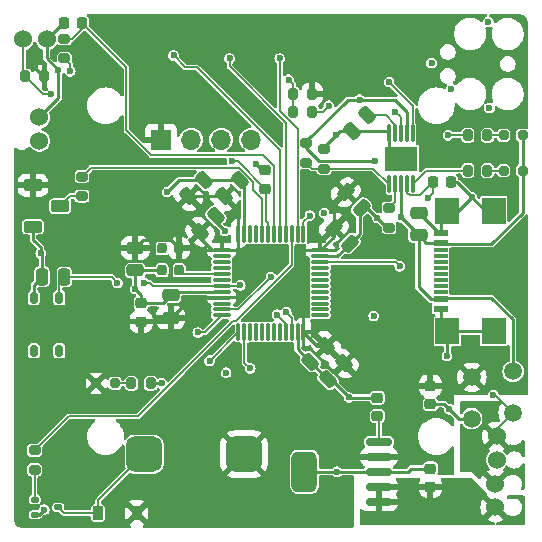
<source format=gbr>
%TF.GenerationSoftware,KiCad,Pcbnew,8.0.8*%
%TF.CreationDate,2025-05-28T15:29:28-04:00*%
%TF.ProjectId,GF24,47463234-2e6b-4696-9361-645f70636258,rev?*%
%TF.SameCoordinates,Original*%
%TF.FileFunction,Copper,L1,Top*%
%TF.FilePolarity,Positive*%
%FSLAX46Y46*%
G04 Gerber Fmt 4.6, Leading zero omitted, Abs format (unit mm)*
G04 Created by KiCad (PCBNEW 8.0.8) date 2025-05-28 15:29:28*
%MOMM*%
%LPD*%
G01*
G04 APERTURE LIST*
G04 Aperture macros list*
%AMRoundRect*
0 Rectangle with rounded corners*
0 $1 Rounding radius*
0 $2 $3 $4 $5 $6 $7 $8 $9 X,Y pos of 4 corners*
0 Add a 4 corners polygon primitive as box body*
4,1,4,$2,$3,$4,$5,$6,$7,$8,$9,$2,$3,0*
0 Add four circle primitives for the rounded corners*
1,1,$1+$1,$2,$3*
1,1,$1+$1,$4,$5*
1,1,$1+$1,$6,$7*
1,1,$1+$1,$8,$9*
0 Add four rect primitives between the rounded corners*
20,1,$1+$1,$2,$3,$4,$5,0*
20,1,$1+$1,$4,$5,$6,$7,0*
20,1,$1+$1,$6,$7,$8,$9,0*
20,1,$1+$1,$8,$9,$2,$3,0*%
G04 Aperture macros list end*
%TA.AperFunction,SMDPad,CuDef*%
%ADD10RoundRect,0.250000X-0.159099X0.512652X-0.512652X0.159099X0.159099X-0.512652X0.512652X-0.159099X0*%
%TD*%
%TA.AperFunction,SMDPad,CuDef*%
%ADD11RoundRect,0.200000X-0.200000X-0.275000X0.200000X-0.275000X0.200000X0.275000X-0.200000X0.275000X0*%
%TD*%
%TA.AperFunction,SMDPad,CuDef*%
%ADD12RoundRect,0.250000X-0.550000X0.250000X-0.550000X-0.250000X0.550000X-0.250000X0.550000X0.250000X0*%
%TD*%
%TA.AperFunction,ComponentPad*%
%ADD13C,1.524000*%
%TD*%
%TA.AperFunction,SMDPad,CuDef*%
%ADD14RoundRect,0.175000X0.175000X-0.325000X0.175000X0.325000X-0.175000X0.325000X-0.175000X-0.325000X0*%
%TD*%
%TA.AperFunction,SMDPad,CuDef*%
%ADD15RoundRect,0.250000X-0.512652X-0.159099X-0.159099X-0.512652X0.512652X0.159099X0.159099X0.512652X0*%
%TD*%
%TA.AperFunction,SMDPad,CuDef*%
%ADD16RoundRect,0.225000X-0.225000X-0.250000X0.225000X-0.250000X0.225000X0.250000X-0.225000X0.250000X0*%
%TD*%
%TA.AperFunction,SMDPad,CuDef*%
%ADD17RoundRect,0.200000X0.275000X-0.200000X0.275000X0.200000X-0.275000X0.200000X-0.275000X-0.200000X0*%
%TD*%
%TA.AperFunction,SMDPad,CuDef*%
%ADD18RoundRect,0.250000X0.475000X-0.250000X0.475000X0.250000X-0.475000X0.250000X-0.475000X-0.250000X0*%
%TD*%
%TA.AperFunction,SMDPad,CuDef*%
%ADD19RoundRect,0.200000X-0.200000X-0.250000X0.200000X-0.250000X0.200000X0.250000X-0.200000X0.250000X0*%
%TD*%
%TA.AperFunction,ComponentPad*%
%ADD20R,1.700000X1.700000*%
%TD*%
%TA.AperFunction,ComponentPad*%
%ADD21O,1.700000X1.700000*%
%TD*%
%TA.AperFunction,SMDPad,CuDef*%
%ADD22RoundRect,0.112500X-0.237500X0.112500X-0.237500X-0.112500X0.237500X-0.112500X0.237500X0.112500X0*%
%TD*%
%TA.AperFunction,SMDPad,CuDef*%
%ADD23R,1.150000X0.600000*%
%TD*%
%TA.AperFunction,SMDPad,CuDef*%
%ADD24R,1.150000X0.300000*%
%TD*%
%TA.AperFunction,SMDPad,CuDef*%
%ADD25R,2.000000X2.180000*%
%TD*%
%TA.AperFunction,SMDPad,CuDef*%
%ADD26RoundRect,0.075000X-0.662500X-0.075000X0.662500X-0.075000X0.662500X0.075000X-0.662500X0.075000X0*%
%TD*%
%TA.AperFunction,SMDPad,CuDef*%
%ADD27RoundRect,0.075000X-0.075000X-0.662500X0.075000X-0.662500X0.075000X0.662500X-0.075000X0.662500X0*%
%TD*%
%TA.AperFunction,SMDPad,CuDef*%
%ADD28RoundRect,0.225000X0.250000X-0.225000X0.250000X0.225000X-0.250000X0.225000X-0.250000X-0.225000X0*%
%TD*%
%TA.AperFunction,SMDPad,CuDef*%
%ADD29RoundRect,0.200000X-0.200000X-0.200000X0.200000X-0.200000X0.200000X0.200000X-0.200000X0.200000X0*%
%TD*%
%TA.AperFunction,SMDPad,CuDef*%
%ADD30RoundRect,0.075000X-0.075000X0.650000X-0.075000X-0.650000X0.075000X-0.650000X0.075000X0.650000X0*%
%TD*%
%TA.AperFunction,HeatsinkPad*%
%ADD31R,2.794000X2.083000*%
%TD*%
%TA.AperFunction,SMDPad,CuDef*%
%ADD32RoundRect,0.200000X0.200000X0.275000X-0.200000X0.275000X-0.200000X-0.275000X0.200000X-0.275000X0*%
%TD*%
%TA.AperFunction,SMDPad,CuDef*%
%ADD33RoundRect,0.200000X0.200000X0.200000X-0.200000X0.200000X-0.200000X-0.200000X0.200000X-0.200000X0*%
%TD*%
%TA.AperFunction,SMDPad,CuDef*%
%ADD34RoundRect,0.225000X-0.250000X0.225000X-0.250000X-0.225000X0.250000X-0.225000X0.250000X0.225000X0*%
%TD*%
%TA.AperFunction,SMDPad,CuDef*%
%ADD35C,1.500000*%
%TD*%
%TA.AperFunction,SMDPad,CuDef*%
%ADD36RoundRect,0.250000X0.159099X-0.512652X0.512652X-0.159099X-0.159099X0.512652X-0.512652X0.159099X0*%
%TD*%
%TA.AperFunction,SMDPad,CuDef*%
%ADD37RoundRect,0.150000X0.950000X0.150000X-0.950000X0.150000X-0.950000X-0.150000X0.950000X-0.150000X0*%
%TD*%
%TA.AperFunction,SMDPad,CuDef*%
%ADD38RoundRect,0.537500X0.537500X1.187500X-0.537500X1.187500X-0.537500X-1.187500X0.537500X-1.187500X0*%
%TD*%
%TA.AperFunction,SMDPad,CuDef*%
%ADD39RoundRect,0.250000X-0.475000X0.250000X-0.475000X-0.250000X0.475000X-0.250000X0.475000X0.250000X0*%
%TD*%
%TA.AperFunction,SMDPad,CuDef*%
%ADD40RoundRect,0.227500X0.227500X0.382500X-0.227500X0.382500X-0.227500X-0.382500X0.227500X-0.382500X0*%
%TD*%
%TA.AperFunction,SMDPad,CuDef*%
%ADD41RoundRect,0.250000X0.250000X0.475000X-0.250000X0.475000X-0.250000X-0.475000X0.250000X-0.475000X0*%
%TD*%
%TA.AperFunction,SMDPad,CuDef*%
%ADD42RoundRect,0.750000X-0.775000X0.750000X-0.775000X-0.750000X0.775000X-0.750000X0.775000X0.750000X0*%
%TD*%
%TA.AperFunction,SMDPad,CuDef*%
%ADD43RoundRect,0.225000X0.225000X0.250000X-0.225000X0.250000X-0.225000X-0.250000X0.225000X-0.250000X0*%
%TD*%
%TA.AperFunction,ViaPad*%
%ADD44C,0.600000*%
%TD*%
%TA.AperFunction,Conductor*%
%ADD45C,0.250000*%
%TD*%
%TA.AperFunction,Conductor*%
%ADD46C,0.160000*%
%TD*%
G04 APERTURE END LIST*
D10*
%TO.P,C11,1*%
%TO.N,+3V3*%
X78171751Y-79828249D03*
%TO.P,C11,2*%
%TO.N,GND*%
X76828249Y-81171751D03*
%TD*%
D11*
%TO.P,R2,1*%
%TO.N,Net-(D1-K)*%
X60175000Y-81500000D03*
%TO.P,R2,2*%
%TO.N,GND*%
X61825000Y-81500000D03*
%TD*%
D12*
%TO.P,SW3,1,C*%
%TO.N,+3V3*%
X51850000Y-64750000D03*
%TO.P,SW3,2,B*%
%TO.N,/BOOT0_RES*%
X54150000Y-66500000D03*
%TO.P,SW3,3,A*%
%TO.N,GND*%
X51850000Y-68250000D03*
%TD*%
D13*
%TO.P,SW1,1,A*%
%TO.N,BAT+*%
X91000000Y-90000000D03*
%TO.P,SW1,2,B*%
%TO.N,/REG_I*%
X91000000Y-92000000D03*
%TD*%
D14*
%TO.P,SW2,1,1*%
%TO.N,unconnected-(SW2-Pad1)*%
X51925000Y-78750000D03*
%TO.P,SW2,2,2*%
%TO.N,GND*%
X51925000Y-74250000D03*
%TO.P,SW2,3,3*%
%TO.N,unconnected-(SW2-Pad3)*%
X54075000Y-78750000D03*
%TO.P,SW2,4,4*%
%TO.N,NRST*%
X54075000Y-74250000D03*
%TD*%
D15*
%TO.P,C9,1*%
%TO.N,+3V3*%
X78328249Y-65328249D03*
%TO.P,C9,2*%
%TO.N,GND*%
X79671751Y-66671751D03*
%TD*%
D16*
%TO.P,C6,1*%
%TO.N,BAT+*%
X85725000Y-64500000D03*
%TO.P,C6,2*%
%TO.N,GND*%
X87275000Y-64500000D03*
%TD*%
D17*
%TO.P,R7,1*%
%TO.N,GND*%
X82000000Y-68325000D03*
%TO.P,R7,2*%
%TO.N,/CH-PROG*%
X82000000Y-66675000D03*
%TD*%
D18*
%TO.P,C4,1*%
%TO.N,/USBC+*%
X84500000Y-68949999D03*
%TO.P,C4,2*%
%TO.N,GND*%
X84500000Y-67050001D03*
%TD*%
D17*
%TO.P,R1,1*%
%TO.N,/CH-TH-DIV*%
X75000000Y-62825000D03*
%TO.P,R1,2*%
%TO.N,/USBC+*%
X75000000Y-61175000D03*
%TD*%
D19*
%TO.P,X1,1,Tri-State*%
%TO.N,unconnected-(X1-Tri-State-Pad1)*%
X62775000Y-70075000D03*
%TO.P,X1,2,GND*%
%TO.N,GND*%
X62775000Y-71925000D03*
%TO.P,X1,3,OUT*%
%TO.N,/CLK_OUT*%
X64225000Y-71925000D03*
%TO.P,X1,4,VDD*%
%TO.N,+3V3*%
X64225000Y-70075000D03*
%TD*%
D17*
%TO.P,R10,1*%
%TO.N,/ACT-H*%
X54500000Y-54000000D03*
%TO.P,R10,2*%
%TO.N,BUTTON*%
X54500000Y-52350000D03*
%TD*%
D10*
%TO.P,C5,1*%
%TO.N,/CH-TIMER*%
X80171751Y-58828249D03*
%TO.P,C5,2*%
%TO.N,GND*%
X78828249Y-60171751D03*
%TD*%
D20*
%TO.P,J4,1,Pin_1*%
%TO.N,+3V3*%
X62700000Y-60875000D03*
D21*
%TO.P,J4,2,Pin_2*%
%TO.N,/DEBUG_ST_TX*%
X65240000Y-60875000D03*
%TO.P,J4,3,Pin_3*%
%TO.N,/DEBUG_ST_RX*%
X67779999Y-60875000D03*
%TO.P,J4,4,Pin_4*%
%TO.N,GND*%
X70320000Y-60875000D03*
%TD*%
D13*
%TO.P,SW4,1,A*%
%TO.N,/MODE-H*%
X52387500Y-61000000D03*
%TO.P,SW4,2,B*%
%TO.N,GND*%
X52387500Y-59000000D03*
%TD*%
D22*
%TO.P,Q1,1,B*%
%TO.N,/BUZZ-QB*%
X52000000Y-91350000D03*
%TO.P,Q1,2,E*%
%TO.N,GND*%
X52000000Y-92650000D03*
%TO.P,Q1,3,C*%
%TO.N,/BUZZ-*%
X54000000Y-92000000D03*
%TD*%
D23*
%TO.P,J1,A1/B12,GND*%
%TO.N,GND*%
X86362501Y-75200000D03*
%TO.P,J1,A4/B9,VBUS*%
%TO.N,/USBC+*%
X86362501Y-74400000D03*
D24*
%TO.P,J1,A5,CC1*%
%TO.N,unconnected-(J1-CC1-PadA5)*%
X86362501Y-73250000D03*
%TO.P,J1,A6,DP1*%
%TO.N,unconnected-(J1-DP1-PadA6)*%
X86362501Y-72250000D03*
%TO.P,J1,A7,DN1*%
%TO.N,unconnected-(J1-DN1-PadA7)*%
X86362501Y-71750000D03*
%TO.P,J1,A8,SBU1*%
%TO.N,unconnected-(J1-SBU1-PadA8)*%
X86362501Y-70750000D03*
D23*
%TO.P,J1,B1/A12,GND*%
%TO.N,GND*%
X86362501Y-68800000D03*
%TO.P,J1,B4/A9,VBUS*%
%TO.N,/USBC+*%
X86362501Y-69600000D03*
D24*
%TO.P,J1,B5,CC2*%
%TO.N,unconnected-(J1-CC2-PadB5)*%
X86362501Y-70250000D03*
%TO.P,J1,B6,DP2*%
%TO.N,unconnected-(J1-DP2-PadB6)*%
X86362501Y-71250000D03*
%TO.P,J1,B7,DN2*%
%TO.N,unconnected-(J1-DN2-PadB7)*%
X86362501Y-72750000D03*
%TO.P,J1,B8,SBU2*%
%TO.N,unconnected-(J1-SBU2-PadB8)*%
X86362501Y-73750000D03*
D25*
%TO.P,J1,S1,GND*%
%TO.N,GND*%
X86937501Y-77110000D03*
%TO.P,J1,S2,GND*%
X86937501Y-66890000D03*
%TO.P,J1,S3,GND*%
X90867501Y-77110000D03*
%TO.P,J1,S4,GND*%
X90867501Y-66890000D03*
%TD*%
D26*
%TO.P,U4,1,VBAT*%
%TO.N,+3V3*%
X67837500Y-70250000D03*
%TO.P,U4,2,PC13*%
%TO.N,unconnected-(U4-PC13-Pad2)*%
X67837500Y-70750000D03*
%TO.P,U4,3,PC14*%
%TO.N,unconnected-(U4-PC14-Pad3)*%
X67837500Y-71250000D03*
%TO.P,U4,4,PC15*%
%TO.N,unconnected-(U4-PC15-Pad4)*%
X67837500Y-71750000D03*
%TO.P,U4,5,PD0*%
%TO.N,/CLK_OUT*%
X67837500Y-72250000D03*
%TO.P,U4,6,PD1*%
%TO.N,unconnected-(U4-PD1-Pad6)*%
X67837500Y-72750000D03*
%TO.P,U4,7,NRST*%
%TO.N,NRST*%
X67837500Y-73250000D03*
%TO.P,U4,8,VSSA*%
%TO.N,GND*%
X67837500Y-73750000D03*
%TO.P,U4,9,VDDA*%
%TO.N,+3V3*%
X67837500Y-74250000D03*
%TO.P,U4,10,PA0*%
%TO.N,unconnected-(U4-PA0-Pad10)*%
X67837500Y-74750000D03*
%TO.P,U4,11,PA1*%
%TO.N,GNSS-N-RESET*%
X67837500Y-75250000D03*
%TO.P,U4,12,PA2*%
%TO.N,GNSS-RX*%
X67837500Y-75750000D03*
D27*
%TO.P,U4,13,PA3*%
%TO.N,GNSS-TX*%
X69250000Y-77162500D03*
%TO.P,U4,14,PA4*%
%TO.N,GNSS-TIMEPULSE*%
X69750000Y-77162500D03*
%TO.P,U4,15,PA5*%
%TO.N,unconnected-(U4-PA5-Pad15)*%
X70250000Y-77162500D03*
%TO.P,U4,16,PA6*%
%TO.N,unconnected-(U4-PA6-Pad16)*%
X70750000Y-77162500D03*
%TO.P,U4,17,PA7*%
%TO.N,unconnected-(U4-PA7-Pad17)*%
X71250000Y-77162500D03*
%TO.P,U4,18,PB0*%
%TO.N,unconnected-(U4-PB0-Pad18)*%
X71750000Y-77162500D03*
%TO.P,U4,19,PB1*%
%TO.N,unconnected-(U4-PB1-Pad19)*%
X72250000Y-77162500D03*
%TO.P,U4,20,PB2*%
%TO.N,unconnected-(U4-PB2-Pad20)*%
X72750000Y-77162500D03*
%TO.P,U4,21,PB10*%
%TO.N,/DEBUG_ST_TX*%
X73250000Y-77162500D03*
%TO.P,U4,22,PB11*%
%TO.N,/DEBUG_ST_RX*%
X73750000Y-77162500D03*
%TO.P,U4,23,VSS*%
%TO.N,GND*%
X74250000Y-77162500D03*
%TO.P,U4,24,VDD*%
%TO.N,+3V3*%
X74750000Y-77162500D03*
D26*
%TO.P,U4,25,PB12*%
%TO.N,unconnected-(U4-PB12-Pad25)*%
X76162500Y-75750000D03*
%TO.P,U4,26,PB13*%
%TO.N,unconnected-(U4-PB13-Pad26)*%
X76162500Y-75250000D03*
%TO.P,U4,27,PB14*%
%TO.N,unconnected-(U4-PB14-Pad27)*%
X76162500Y-74750000D03*
%TO.P,U4,28,PB15*%
%TO.N,unconnected-(U4-PB15-Pad28)*%
X76162500Y-74250000D03*
%TO.P,U4,29,PA8*%
%TO.N,unconnected-(U4-PA8-Pad29)*%
X76162500Y-73750000D03*
%TO.P,U4,30,PA9*%
%TO.N,/BACKUP_DEBUG_ST_TX*%
X76162500Y-73250000D03*
%TO.P,U4,31,PA10*%
%TO.N,/BACKUP_DEBUG_ST_RX*%
X76162500Y-72750000D03*
%TO.P,U4,32,PA11*%
%TO.N,unconnected-(U4-PA11-Pad32)*%
X76162500Y-72250000D03*
%TO.P,U4,33,PA12*%
%TO.N,unconnected-(U4-PA12-Pad33)*%
X76162500Y-71750000D03*
%TO.P,U4,34,PA13*%
%TO.N,/SWDIO*%
X76162500Y-71250000D03*
%TO.P,U4,35,VSS*%
%TO.N,GND*%
X76162500Y-70750000D03*
%TO.P,U4,36,VDD*%
%TO.N,+3V3*%
X76162500Y-70250000D03*
D27*
%TO.P,U4,37,PA14*%
%TO.N,/SWDCLK*%
X74750000Y-68837500D03*
%TO.P,U4,38,PA15*%
%TO.N,STATGPS*%
X74250000Y-68837500D03*
%TO.P,U4,39,PB3*%
%TO.N,BUZZER*%
X73750000Y-68837500D03*
%TO.P,U4,40,PB4*%
%TO.N,STATR*%
X73250000Y-68837500D03*
%TO.P,U4,41,PB5*%
%TO.N,STATG*%
X72750000Y-68837500D03*
%TO.P,U4,42,PB6*%
%TO.N,BUTTON*%
X72250000Y-68837500D03*
%TO.P,U4,43,PB7*%
%TO.N,MODE*%
X71750000Y-68837500D03*
%TO.P,U4,44,BOOT0*%
%TO.N,/BOOT0_I*%
X71250000Y-68837500D03*
%TO.P,U4,45,PB8*%
%TO.N,unconnected-(U4-PB8-Pad45)*%
X70750000Y-68837500D03*
%TO.P,U4,46,PB9*%
%TO.N,unconnected-(U4-PB9-Pad46)*%
X70250000Y-68837500D03*
%TO.P,U4,47,VSS*%
%TO.N,GND*%
X69750000Y-68837500D03*
%TO.P,U4,48,VDD*%
%TO.N,+3V3*%
X69250000Y-68837500D03*
%TD*%
D28*
%TO.P,C14,1*%
%TO.N,+3V3*%
X61000000Y-76275000D03*
%TO.P,C14,2*%
%TO.N,GND*%
X61000000Y-74725000D03*
%TD*%
D29*
%TO.P,D1,1,K*%
%TO.N,Net-(D1-K)*%
X58799999Y-81500000D03*
%TO.P,D1,2,A*%
%TO.N,+3V3*%
X57200001Y-81500000D03*
%TD*%
D13*
%TO.P,BT1,1,+*%
%TO.N,BAT+*%
X91112500Y-86000000D03*
%TO.P,BT1,2,-*%
%TO.N,GND*%
X91112500Y-88000000D03*
%TD*%
D28*
%TO.P,C18,1*%
%TO.N,MODE*%
X71500000Y-65025000D03*
%TO.P,C18,2*%
%TO.N,GND*%
X71500000Y-63475000D03*
%TD*%
D30*
%TO.P,U2,1,N-CHRG*%
%TO.N,NCHRG*%
X84000000Y-60350000D03*
%TO.P,U2,2,VCC*%
%TO.N,/USBC+*%
X83500000Y-60350000D03*
%TO.P,U2,3,N-FAULT*%
%TO.N,NFAULT*%
X83000000Y-60349999D03*
%TO.P,U2,4,TIMER*%
%TO.N,/CH-TIMER*%
X82500000Y-60350000D03*
%TO.P,U2,5,GND*%
%TO.N,GND*%
X82000000Y-60350000D03*
%TO.P,U2,6,NTC*%
%TO.N,/CH-TH-DIV*%
X82000000Y-64650000D03*
%TO.P,U2,7,PROG*%
%TO.N,/CH-PROG*%
X82500000Y-64650000D03*
%TO.P,U2,8,SEL*%
%TO.N,/USBC+*%
X83000000Y-64650001D03*
%TO.P,U2,9,BAT*%
%TO.N,BAT+*%
X83500000Y-64650000D03*
%TO.P,U2,10,N-ACPR*%
%TO.N,NACPR*%
X84000000Y-64650000D03*
D31*
%TO.P,U2,11,GND*%
%TO.N,GND*%
X83000000Y-62500000D03*
%TD*%
D11*
%TO.P,R11,1*%
%TO.N,/MODE-H*%
X73850000Y-58500000D03*
%TO.P,R11,2*%
%TO.N,MODE*%
X75500000Y-58500000D03*
%TD*%
D17*
%TO.P,R13,1*%
%TO.N,/BUZZ-QB*%
X52000000Y-88825000D03*
%TO.P,R13,2*%
%TO.N,BUZZER*%
X52000000Y-87175000D03*
%TD*%
D32*
%TO.P,R5,1*%
%TO.N,Net-(D4-K)*%
X90325000Y-60500000D03*
%TO.P,R5,2*%
%TO.N,NFAULT*%
X88675000Y-60500000D03*
%TD*%
D33*
%TO.P,D3,1,K*%
%TO.N,Net-(D3-K)*%
X91700001Y-63500000D03*
%TO.P,D3,2,A*%
%TO.N,/USBC+*%
X93299999Y-63500000D03*
%TD*%
D34*
%TO.P,C1,1*%
%TO.N,+3V3*%
X85500000Y-81725000D03*
%TO.P,C1,2*%
%TO.N,GND*%
X85500000Y-83275000D03*
%TD*%
D33*
%TO.P,D4,1,K*%
%TO.N,Net-(D4-K)*%
X91700001Y-60500000D03*
%TO.P,D4,2,A*%
%TO.N,/USBC+*%
X93299999Y-60500000D03*
%TD*%
D18*
%TO.P,C15,1*%
%TO.N,+3V3*%
X63500000Y-75949999D03*
%TO.P,C15,2*%
%TO.N,GND*%
X63500000Y-74050001D03*
%TD*%
D11*
%TO.P,R8,1*%
%TO.N,/MODE-H*%
X73850000Y-57000000D03*
%TO.P,R8,2*%
%TO.N,+3V3*%
X75500000Y-57000000D03*
%TD*%
D35*
%TO.P,TP1,1,1*%
%TO.N,/USBC+*%
X92500000Y-80500000D03*
%TD*%
D36*
%TO.P,C7,1*%
%TO.N,+3V3*%
X64995374Y-65671751D03*
%TO.P,C7,2*%
%TO.N,GND*%
X66338876Y-64328249D03*
%TD*%
D28*
%TO.P,C3,1*%
%TO.N,/Noise_Reduction*%
X81000000Y-84275000D03*
%TO.P,C3,2*%
%TO.N,GND*%
X81000000Y-82725000D03*
%TD*%
D37*
%TO.P,U1,1,EN*%
%TO.N,/REG_I*%
X81137500Y-91540000D03*
%TO.P,U1,2,IN*%
X81137500Y-90270000D03*
%TO.P,U1,3,GND*%
%TO.N,GND*%
X81137501Y-89000000D03*
%TO.P,U1,4,OUT*%
%TO.N,+3V3*%
X81137500Y-87730000D03*
%TO.P,U1,5,NR*%
%TO.N,/Noise_Reduction*%
X81137500Y-86460000D03*
D38*
%TO.P,U1,6,GND*%
%TO.N,GND*%
X74837500Y-89000000D03*
%TD*%
D39*
%TO.P,C19,1*%
%TO.N,+3V3*%
X60500000Y-70050001D03*
%TO.P,C19,2*%
%TO.N,GND*%
X60500000Y-71949999D03*
%TD*%
D40*
%TO.P,D9,1,K*%
%TO.N,+3V3*%
X60635001Y-92500000D03*
%TO.P,D9,2,A*%
%TO.N,/BUZZ-*%
X57364999Y-92500000D03*
%TD*%
D36*
%TO.P,C8,1*%
%TO.N,+3V3*%
X67995374Y-65671751D03*
%TO.P,C8,2*%
%TO.N,GND*%
X69338876Y-64328249D03*
%TD*%
D13*
%TO.P,SW5,1,A*%
%TO.N,/ACT-H*%
X51000000Y-52387500D03*
%TO.P,SW5,2,B*%
%TO.N,GND*%
X53000000Y-52387500D03*
%TD*%
D36*
%TO.P,C13,1*%
%TO.N,+3V3*%
X65995374Y-68671751D03*
%TO.P,C13,2*%
%TO.N,GND*%
X67338876Y-67328249D03*
%TD*%
D11*
%TO.P,R9,1*%
%TO.N,/ACT-H*%
X51175000Y-55500000D03*
%TO.P,R9,2*%
%TO.N,+3V3*%
X52825000Y-55500000D03*
%TD*%
D35*
%TO.P,TP3,1,1*%
%TO.N,BAT+*%
X92500000Y-84000000D03*
%TD*%
D17*
%TO.P,R12,1*%
%TO.N,/BOOT0_RES*%
X56000000Y-65650000D03*
%TO.P,R12,2*%
%TO.N,/BOOT0_I*%
X56000000Y-64000000D03*
%TD*%
D41*
%TO.P,C16,1*%
%TO.N,NRST*%
X54500000Y-72500000D03*
%TO.P,C16,2*%
%TO.N,GND*%
X52600002Y-72500000D03*
%TD*%
D42*
%TO.P,BZ1,1,+*%
%TO.N,+3V3*%
X69725000Y-87500000D03*
%TO.P,BZ1,2,-*%
%TO.N,/BUZZ-*%
X61275000Y-87500000D03*
%TD*%
D28*
%TO.P,C2,1*%
%TO.N,/REG_I*%
X85500000Y-90275000D03*
%TO.P,C2,2*%
%TO.N,GND*%
X85500000Y-88725000D03*
%TD*%
D15*
%TO.P,C10,1*%
%TO.N,+3V3*%
X77328249Y-68328249D03*
%TO.P,C10,2*%
%TO.N,GND*%
X78671751Y-69671751D03*
%TD*%
D43*
%TO.P,C17,1*%
%TO.N,BUTTON*%
X56000000Y-51000000D03*
%TO.P,C17,2*%
%TO.N,GND*%
X54450000Y-51000000D03*
%TD*%
D35*
%TO.P,TP2,1,1*%
%TO.N,+3V3*%
X89000000Y-81000000D03*
%TD*%
D17*
%TO.P,TH1,1*%
%TO.N,/CH-TH-DIV*%
X76500000Y-63325000D03*
%TO.P,TH1,2*%
%TO.N,GND*%
X76500000Y-61675000D03*
%TD*%
D10*
%TO.P,C12,1*%
%TO.N,+3V3*%
X76671751Y-78328249D03*
%TO.P,C12,2*%
%TO.N,GND*%
X75328249Y-79671751D03*
%TD*%
D35*
%TO.P,TP4,1,1*%
%TO.N,GND*%
X89000000Y-84500000D03*
%TD*%
D32*
%TO.P,R4,1*%
%TO.N,Net-(D3-K)*%
X90325000Y-63500000D03*
%TO.P,R4,2*%
%TO.N,NACPR*%
X88675000Y-63500000D03*
%TD*%
D44*
%TO.N,+3V3*%
X52000000Y-54800000D03*
X56500000Y-55600000D03*
X59400000Y-62200000D03*
%TO.N,GND*%
X87267008Y-56560042D03*
X80700000Y-75800000D03*
X68200000Y-80600000D03*
X76500000Y-67100000D03*
%TO.N,/ACT-H*%
X55000000Y-55100000D03*
X53400000Y-57000000D03*
%TO.N,/DEBUG_ST_RX*%
X73300000Y-75500000D03*
%TO.N,/DEBUG_ST_TX*%
X72500000Y-75700000D03*
%TO.N,GNSS-TX*%
X66800000Y-79600000D03*
%TO.N,GNSS-RX*%
X65800000Y-77200000D03*
%TO.N,/MODE-H*%
X73500000Y-55800000D03*
%TO.N,/USBC+*%
X83000000Y-67449999D03*
X80800000Y-62700000D03*
%TO.N,BAT+*%
X90800000Y-82500000D03*
X85300000Y-65800000D03*
%TO.N,MODE*%
X68700000Y-62705002D03*
X76900000Y-58000000D03*
%TO.N,/USBC+*%
X79500000Y-57500000D03*
%TO.N,NRST*%
X85600000Y-54400000D03*
%TO.N,/SWDIO*%
X90500000Y-58200000D03*
%TO.N,/SWDCLK*%
X90400000Y-50900000D03*
%TO.N,NRST*%
X69400000Y-73200000D03*
%TO.N,/SWDIO*%
X82900000Y-71600000D03*
%TO.N,/SWDCLK*%
X75300000Y-67300000D03*
%TO.N,+3V3*%
X93100000Y-55000000D03*
%TO.N,GND*%
X63200000Y-65300000D03*
X68100000Y-68600000D03*
X70700000Y-62900000D03*
X86900000Y-79200000D03*
X87100000Y-83700000D03*
X78600000Y-82700000D03*
X77600000Y-89000000D03*
X52800000Y-92200000D03*
X54000000Y-55000000D03*
X62750000Y-81500000D03*
X77500000Y-60500000D03*
X60500000Y-73500000D03*
X81000000Y-67500000D03*
X52500000Y-70500000D03*
X89000000Y-65750000D03*
%TO.N,NRST*%
X59000000Y-73000000D03*
X61250000Y-73000000D03*
%TO.N,STATG*%
X63750000Y-53750000D03*
%TO.N,STATR*%
X68500000Y-54000000D03*
%TO.N,GNSS-TIMEPULSE*%
X70250000Y-80250000D03*
%TO.N,GNSS-N-RESET*%
X72000000Y-72500000D03*
%TO.N,STATGPS*%
X72750000Y-54000000D03*
%TO.N,+3V3*%
X76000000Y-69000000D03*
%TO.N,NFAULT*%
X82500000Y-58500000D03*
X87000000Y-60500000D03*
%TO.N,NCHRG*%
X82000000Y-56000000D03*
%TD*%
D45*
%TO.N,+3V3*%
X52700000Y-55500000D02*
X52000000Y-54800000D01*
X52825000Y-55500000D02*
X52700000Y-55500000D01*
X62700000Y-60875000D02*
X62725000Y-60875000D01*
D46*
%TO.N,GNSS-RX*%
X65800000Y-77200000D02*
X66387500Y-77200000D01*
X66387500Y-77200000D02*
X67837500Y-75750000D01*
%TO.N,/ACT-H*%
X55000000Y-54500000D02*
X54500000Y-54000000D01*
X55000000Y-55100000D02*
X55000000Y-54500000D01*
X52675000Y-57000000D02*
X53400000Y-57000000D01*
X51175000Y-55500000D02*
X52675000Y-57000000D01*
%TO.N,/DEBUG_ST_RX*%
X73750000Y-75950000D02*
X73300000Y-75500000D01*
X73750000Y-77162500D02*
X73750000Y-75950000D01*
%TO.N,/DEBUG_ST_TX*%
X73250000Y-76450000D02*
X72500000Y-75700000D01*
X73250000Y-77162500D02*
X73250000Y-76450000D01*
%TO.N,GNSS-TX*%
X66812500Y-79600000D02*
X66800000Y-79600000D01*
X69250000Y-77162500D02*
X66812500Y-79600000D01*
%TO.N,/MODE-H*%
X73850000Y-56150000D02*
X73500000Y-55800000D01*
X73850000Y-57000000D02*
X73850000Y-56150000D01*
D45*
%TO.N,/USBC+*%
X80750000Y-62650000D02*
X80800000Y-62700000D01*
X76075000Y-62650000D02*
X80750000Y-62650000D01*
X75000000Y-61575000D02*
X76075000Y-62650000D01*
X75000000Y-61175000D02*
X75000000Y-61575000D01*
D46*
%TO.N,BAT+*%
X91000000Y-82500000D02*
X92500000Y-84000000D01*
X90800000Y-82500000D02*
X91000000Y-82500000D01*
X85725000Y-65375000D02*
X85300000Y-65800000D01*
X85725000Y-64500000D02*
X85725000Y-65375000D01*
%TO.N,MODE*%
X69186411Y-62705002D02*
X68700000Y-62705002D01*
X71500000Y-65018591D02*
X69186411Y-62705002D01*
X71500000Y-65025000D02*
X71500000Y-65018591D01*
D45*
%TO.N,GND*%
X71275000Y-63475000D02*
X71500000Y-63475000D01*
X70700000Y-62900000D02*
X71275000Y-63475000D01*
D46*
%TO.N,MODE*%
X76400000Y-58500000D02*
X76900000Y-58000000D01*
X75500000Y-58500000D02*
X76400000Y-58500000D01*
D45*
%TO.N,/USBC+*%
X79500000Y-57500000D02*
X82500000Y-57500000D01*
X78500000Y-57500000D02*
X79500000Y-57500000D01*
D46*
%TO.N,NRST*%
X69350000Y-73250000D02*
X69400000Y-73200000D01*
X67837500Y-73250000D02*
X69350000Y-73250000D01*
%TO.N,/SWDIO*%
X82550000Y-71250000D02*
X82900000Y-71600000D01*
X76162500Y-71250000D02*
X82550000Y-71250000D01*
%TO.N,/SWDCLK*%
X74750000Y-67850000D02*
X75300000Y-67300000D01*
X74750000Y-68837500D02*
X74750000Y-67850000D01*
%TO.N,/MODE-H*%
X73850000Y-57000000D02*
X73850000Y-58500000D01*
D45*
%TO.N,GND*%
X64171751Y-64328249D02*
X63200000Y-65300000D01*
X66338876Y-64328249D02*
X64171751Y-64328249D01*
X67338876Y-67838876D02*
X68100000Y-68600000D01*
X67338876Y-67328249D02*
X67338876Y-67838876D01*
X86937501Y-79162499D02*
X86900000Y-79200000D01*
X86937501Y-77110000D02*
X86937501Y-79162499D01*
X87900000Y-84500000D02*
X87100000Y-83700000D01*
X89000000Y-84500000D02*
X87900000Y-84500000D01*
X86675000Y-83275000D02*
X87100000Y-83700000D01*
X85500000Y-83275000D02*
X86675000Y-83275000D01*
X78625000Y-82725000D02*
X78600000Y-82700000D01*
X81000000Y-82725000D02*
X78625000Y-82725000D01*
X77071751Y-81171751D02*
X78600000Y-82700000D01*
X76828249Y-81171751D02*
X77071751Y-81171751D01*
X83875000Y-88725000D02*
X85500000Y-88725000D01*
X83600000Y-89000000D02*
X83875000Y-88725000D01*
X81137501Y-89000000D02*
X83600000Y-89000000D01*
X81137501Y-89000000D02*
X77600000Y-89000000D01*
X74837500Y-89000000D02*
X77600000Y-89000000D01*
X52350000Y-92650000D02*
X52800000Y-92200000D01*
X52000000Y-92650000D02*
X52350000Y-92650000D01*
D46*
%TO.N,BAT+*%
X92500000Y-84000000D02*
X91112500Y-85387500D01*
X84620000Y-65605000D02*
X83730001Y-65605000D01*
X91112500Y-85387500D02*
X91112500Y-86000000D01*
X83500000Y-65374999D02*
X83500000Y-64650000D01*
X85725000Y-64500000D02*
X84620000Y-65605000D01*
X83730001Y-65605000D02*
X83500000Y-65374999D01*
D45*
%TO.N,GND*%
X87275000Y-64500000D02*
X87750000Y-64500000D01*
X51925000Y-74250000D02*
X51925000Y-73175002D01*
X51925000Y-73175002D02*
X52600002Y-72500000D01*
X79671751Y-66671751D02*
X80171751Y-66671751D01*
X76500000Y-61500000D02*
X77500000Y-60500000D01*
X69671751Y-64328249D02*
X69750000Y-64406498D01*
X82000000Y-60350000D02*
X81821751Y-60171751D01*
X54387500Y-51000000D02*
X53000000Y-52387500D01*
X86362501Y-68800000D02*
X86362501Y-67465000D01*
X79671751Y-66671751D02*
X79500000Y-66843502D01*
X86362501Y-76535000D02*
X86937501Y-77110000D01*
X79500000Y-68843502D02*
X78671751Y-69671751D01*
X54000000Y-57387500D02*
X54000000Y-55000000D01*
X81821751Y-60171751D02*
X78828249Y-60171751D01*
X52600002Y-70600002D02*
X52600002Y-72500000D01*
X82000000Y-60350000D02*
X82000000Y-61500000D01*
X52387500Y-59000000D02*
X54000000Y-57387500D01*
X52500000Y-70500000D02*
X52600002Y-70600002D01*
X87750000Y-64500000D02*
X89000000Y-65750000D01*
X76500000Y-61675000D02*
X76500000Y-61500000D01*
X52500000Y-70000000D02*
X52500000Y-70500000D01*
X86937501Y-66890000D02*
X87860000Y-66890000D01*
X86362501Y-67465000D02*
X86937501Y-66890000D01*
X81825000Y-68325000D02*
X81000000Y-67500000D01*
X78671751Y-69671751D02*
X77593502Y-70750000D01*
X51850000Y-69350000D02*
X52500000Y-70000000D01*
X63500000Y-74050001D02*
X63800001Y-73750000D01*
X62825001Y-74725000D02*
X63500000Y-74050001D01*
X87860000Y-66890000D02*
X89000000Y-65750000D01*
X69750000Y-64739373D02*
X69338876Y-64328249D01*
X86362501Y-75200000D02*
X86362501Y-76535000D01*
X60500000Y-71949999D02*
X60500000Y-73500000D01*
X77593502Y-70750000D02*
X76162500Y-70750000D01*
X63800001Y-73750000D02*
X67837500Y-73750000D01*
X76828249Y-81171751D02*
X75328249Y-79671751D01*
X61000000Y-74725000D02*
X61000000Y-74000000D01*
X86249999Y-68800000D02*
X86362501Y-68800000D01*
X60500000Y-71949999D02*
X62750001Y-71949999D01*
X62750001Y-71949999D02*
X62775000Y-71925000D01*
X66338876Y-64328249D02*
X69338876Y-64328249D01*
X82000000Y-68325000D02*
X81825000Y-68325000D01*
X54450000Y-51000000D02*
X54387500Y-51000000D01*
X80171751Y-66671751D02*
X81000000Y-67500000D01*
X53000000Y-54000000D02*
X54000000Y-55000000D01*
X77828249Y-60171751D02*
X77500000Y-60500000D01*
X69750000Y-68837500D02*
X69750000Y-64739373D01*
X61000000Y-74725000D02*
X62825001Y-74725000D01*
X61000000Y-74000000D02*
X60500000Y-73500000D01*
X90140000Y-66890000D02*
X89000000Y-65750000D01*
X79500000Y-66843502D02*
X79500000Y-68843502D01*
X75328249Y-79671751D02*
X74250000Y-78593502D01*
X90867501Y-66890000D02*
X90140000Y-66890000D01*
X84500000Y-67050001D02*
X86249999Y-68800000D01*
X90867501Y-77110000D02*
X86937501Y-77110000D01*
X82000000Y-61500000D02*
X83000000Y-62500000D01*
X53000000Y-52387500D02*
X53000000Y-54000000D01*
X51850000Y-68250000D02*
X51850000Y-69350000D01*
X78828249Y-60171751D02*
X77828249Y-60171751D01*
X74250000Y-78593502D02*
X74250000Y-77162500D01*
X61825000Y-81500000D02*
X62750000Y-81500000D01*
D46*
%TO.N,/BUZZ-*%
X57364999Y-91410001D02*
X61275000Y-87500000D01*
X57364999Y-92500000D02*
X57364999Y-91410001D01*
X54500000Y-92500000D02*
X57364999Y-92500000D01*
X54000000Y-92000000D02*
X54500000Y-92500000D01*
%TO.N,NRST*%
X54075000Y-74250000D02*
X54075000Y-72925000D01*
X54500000Y-72500000D02*
X58500000Y-72500000D01*
X61250000Y-73000000D02*
X61750000Y-73000000D01*
X54075000Y-72925000D02*
X54500000Y-72500000D01*
X58500000Y-72500000D02*
X59000000Y-73000000D01*
X62000000Y-73250000D02*
X67837500Y-73250000D01*
X61750000Y-73000000D02*
X62000000Y-73250000D01*
%TO.N,BUTTON*%
X59765603Y-60100603D02*
X59765603Y-54765603D01*
X59765603Y-54765603D02*
X56000000Y-51000000D01*
X61840002Y-62175002D02*
X59765603Y-60100603D01*
X71324704Y-62175002D02*
X61840002Y-62175002D01*
X55150000Y-52350000D02*
X56000000Y-51500000D01*
X72250000Y-68837500D02*
X72250000Y-63100298D01*
X56000000Y-51500000D02*
X56000000Y-51000000D01*
X72250000Y-63100298D02*
X71324704Y-62175002D01*
X54500000Y-52350000D02*
X55150000Y-52350000D01*
%TO.N,/CH-TIMER*%
X82500000Y-60350000D02*
X82500000Y-59625001D01*
X81703248Y-58828249D02*
X80171751Y-58828249D01*
X82500000Y-59625001D02*
X81703248Y-58828249D01*
%TO.N,MODE*%
X71750000Y-67940000D02*
X71560000Y-67750000D01*
X71750000Y-68837500D02*
X71750000Y-67940000D01*
X71560000Y-67750000D02*
X71560000Y-65085000D01*
X71560000Y-65085000D02*
X71500000Y-65025000D01*
%TO.N,/BUZZ-QB*%
X52000000Y-88825000D02*
X52000000Y-91350000D01*
D45*
%TO.N,/USBC+*%
X82500000Y-57500000D02*
X83500000Y-58500000D01*
X75000000Y-61000000D02*
X78500000Y-57500000D01*
X93299999Y-60500000D02*
X93299999Y-63500000D01*
X86362501Y-74400000D02*
X86492500Y-74270001D01*
X83000000Y-64650001D02*
X83000000Y-67449999D01*
X85150001Y-69600000D02*
X86362501Y-69600000D01*
X92500000Y-76102499D02*
X92500000Y-80500000D01*
X84500000Y-73362499D02*
X84500000Y-68949999D01*
X85537501Y-74400000D02*
X84500000Y-73362499D01*
X86492500Y-69729999D02*
X86362501Y-69600000D01*
X86362501Y-74400000D02*
X85537501Y-74400000D01*
X75000000Y-61175000D02*
X75000000Y-61000000D01*
X90667502Y-74270001D02*
X92500000Y-76102499D01*
X86492500Y-74270001D02*
X90667502Y-74270001D01*
X93299999Y-63500000D02*
X93299999Y-67097502D01*
X90667502Y-69729999D02*
X86492500Y-69729999D01*
X83000000Y-67449999D02*
X84500000Y-68949999D01*
X84500000Y-68949999D02*
X85150001Y-69600000D01*
X93299999Y-67097502D02*
X90667502Y-69729999D01*
X83500000Y-58500000D02*
X83500000Y-60350000D01*
D46*
X86447500Y-69684999D02*
X86362501Y-69600000D01*
%TO.N,Net-(D1-K)*%
X58799999Y-81500000D02*
X60175000Y-81500000D01*
%TO.N,Net-(D3-K)*%
X91700001Y-63500000D02*
X90325000Y-63500000D01*
%TO.N,Net-(D4-K)*%
X91700001Y-60500000D02*
X90325000Y-60500000D01*
%TO.N,/BOOT0_RES*%
X56000000Y-65650000D02*
X55000000Y-65650000D01*
X55000000Y-65650000D02*
X54150000Y-66500000D01*
%TO.N,BUZZER*%
X68805000Y-76195000D02*
X60702488Y-84297512D01*
X73750000Y-71499534D02*
X69054534Y-76195000D01*
X54877488Y-84297512D02*
X52000000Y-87175000D01*
X69054534Y-76195000D02*
X68805000Y-76195000D01*
X73750000Y-68837500D02*
X73750000Y-71499534D01*
X60702488Y-84297512D02*
X54877488Y-84297512D01*
%TO.N,/ACT-H*%
X51000000Y-52387500D02*
X51000000Y-55325000D01*
X51000000Y-55325000D02*
X51175000Y-55500000D01*
%TO.N,/CH-PROG*%
X82500000Y-64650000D02*
X82500000Y-66175000D01*
X82500000Y-66175000D02*
X82000000Y-66675000D01*
%TO.N,/CH-TH-DIV*%
X82000000Y-64650000D02*
X80675000Y-63325000D01*
X75500000Y-63325000D02*
X75000000Y-62825000D01*
X76500000Y-63325000D02*
X75500000Y-63325000D01*
X80675000Y-63325000D02*
X76500000Y-63325000D01*
%TO.N,STATG*%
X65722351Y-54750000D02*
X64750000Y-54750000D01*
X72750000Y-61777649D02*
X65722351Y-54750000D01*
X64750000Y-54750000D02*
X63750000Y-53750000D01*
X72750000Y-68837500D02*
X72750000Y-61777649D01*
%TO.N,STATR*%
X68500000Y-54677060D02*
X68500000Y-54000000D01*
X73250000Y-59427060D02*
X68500000Y-54677060D01*
X73250000Y-68837500D02*
X73250000Y-59427060D01*
%TO.N,GNSS-TIMEPULSE*%
X69750000Y-79750000D02*
X70250000Y-80250000D01*
X69750000Y-77162500D02*
X69750000Y-79750000D01*
%TO.N,GNSS-N-RESET*%
X67837500Y-75250000D02*
X69250000Y-75250000D01*
X69250000Y-75250000D02*
X72000000Y-72500000D01*
%TO.N,STATGPS*%
X74250000Y-59988654D02*
X72750000Y-58488654D01*
X72750000Y-58488654D02*
X72750000Y-54000000D01*
X74250000Y-68837500D02*
X74250000Y-59988654D01*
D45*
%TO.N,+3V3*%
X60500000Y-70050001D02*
X61200001Y-69350000D01*
X63500000Y-69350000D02*
X64225000Y-70075000D01*
X77328249Y-69084251D02*
X76162500Y-70250000D01*
X75915749Y-78328249D02*
X74750000Y-77162500D01*
X61000000Y-76275000D02*
X63174999Y-76275000D01*
X61200001Y-69350000D02*
X63500000Y-69350000D01*
X69250000Y-66926377D02*
X67995374Y-65671751D01*
X78328249Y-65328249D02*
X77328249Y-66328249D01*
X64995374Y-65671751D02*
X67995374Y-65671751D01*
X78171751Y-79828249D02*
X76671751Y-78328249D01*
X65199999Y-74250000D02*
X67837500Y-74250000D01*
X67000000Y-70250000D02*
X65995374Y-69245374D01*
X69250000Y-68837500D02*
X69250000Y-66926377D01*
X65995374Y-69245374D02*
X65995374Y-68671751D01*
X66328249Y-68671751D02*
X66328249Y-68740749D01*
X63174999Y-76275000D02*
X63500000Y-75949999D01*
X77328249Y-68328249D02*
X77328249Y-69084251D01*
X63500000Y-75949999D02*
X65199999Y-74250000D01*
X77328249Y-66328249D02*
X77328249Y-68328249D01*
X76671751Y-78328249D02*
X75915749Y-78328249D01*
X67837500Y-70250000D02*
X67000000Y-70250000D01*
D46*
%TO.N,/Noise_Reduction*%
X81137500Y-84412500D02*
X81000000Y-84275000D01*
X81137500Y-86460000D02*
X81137500Y-84412500D01*
%TO.N,NACPR*%
X85150000Y-63500000D02*
X88675000Y-63500000D01*
X84000000Y-64650000D02*
X85150000Y-63500000D01*
%TO.N,NFAULT*%
X88675000Y-60500000D02*
X87000000Y-60500000D01*
X83000000Y-59000000D02*
X82500000Y-58500000D01*
X83000000Y-60349999D02*
X83000000Y-59000000D01*
%TO.N,NCHRG*%
X84000000Y-60350000D02*
X84000000Y-58000000D01*
X84000000Y-58000000D02*
X82000000Y-56000000D01*
%TO.N,/BOOT0_I*%
X69293003Y-63250000D02*
X56750000Y-63250000D01*
X56750000Y-63250000D02*
X56000000Y-64000000D01*
X71250000Y-68837500D02*
X71250000Y-65899702D01*
X70500000Y-64456997D02*
X69293003Y-63250000D01*
X70500000Y-65149702D02*
X70500000Y-64456997D01*
X71250000Y-65899702D02*
X70500000Y-65149702D01*
%TO.N,/CLK_OUT*%
X64225000Y-71925000D02*
X64550000Y-72250000D01*
X64550000Y-72250000D02*
X67837500Y-72250000D01*
%TD*%
%TA.AperFunction,Conductor*%
%TO.N,BAT+*%
G36*
X93456242Y-88296464D02*
G01*
X93494614Y-88354854D01*
X93500000Y-88391001D01*
X93500000Y-90376000D01*
X93480315Y-90443039D01*
X93427511Y-90488794D01*
X93376000Y-90500000D01*
X93272481Y-90500000D01*
X93205442Y-90480315D01*
X93159687Y-90427511D01*
X93149743Y-90358353D01*
X93160765Y-90322191D01*
X93162321Y-90318959D01*
X93167249Y-90304876D01*
X93216691Y-90163580D01*
X93218553Y-90147061D01*
X93235122Y-90000000D01*
X93235122Y-89999996D01*
X93216692Y-89836425D01*
X93216691Y-89836423D01*
X93216691Y-89836420D01*
X93162322Y-89681043D01*
X93074742Y-89541659D01*
X92958341Y-89425258D01*
X92818957Y-89337678D01*
X92818956Y-89337677D01*
X92818955Y-89337677D01*
X92818953Y-89337676D01*
X92663574Y-89283307D01*
X92500004Y-89264878D01*
X92499996Y-89264878D01*
X92336425Y-89283307D01*
X92186013Y-89335938D01*
X92116234Y-89339499D01*
X92055607Y-89304770D01*
X92053286Y-89301946D01*
X92051740Y-89301810D01*
X91381000Y-89972551D01*
X91381000Y-89949840D01*
X91355036Y-89852939D01*
X91304876Y-89766060D01*
X91233940Y-89695124D01*
X91147061Y-89644964D01*
X91050160Y-89619000D01*
X91027447Y-89619000D01*
X91698188Y-88948258D01*
X91668259Y-88927302D01*
X91624634Y-88872726D01*
X91617440Y-88803227D01*
X91648962Y-88740873D01*
X91666492Y-88725413D01*
X91726445Y-88681855D01*
X91822890Y-88574741D01*
X91854790Y-88539313D01*
X91854791Y-88539311D01*
X91854794Y-88539308D01*
X91870598Y-88511933D01*
X91921162Y-88463717D01*
X91989769Y-88450492D01*
X92054635Y-88476458D01*
X92065667Y-88486250D01*
X92154159Y-88574742D01*
X92293543Y-88662322D01*
X92448920Y-88716691D01*
X92448923Y-88716691D01*
X92448925Y-88716692D01*
X92612496Y-88735122D01*
X92612500Y-88735122D01*
X92612504Y-88735122D01*
X92776074Y-88716692D01*
X92776075Y-88716691D01*
X92776080Y-88716691D01*
X92931457Y-88662322D01*
X93070841Y-88574742D01*
X93187242Y-88458341D01*
X93271006Y-88325029D01*
X93323340Y-88278738D01*
X93392393Y-88268089D01*
X93456242Y-88296464D01*
G37*
%TD.AperFunction*%
%TA.AperFunction,Conductor*%
G36*
X91503076Y-83019685D02*
G01*
X91548831Y-83072489D01*
X91558775Y-83141647D01*
X91537612Y-83195123D01*
X91413335Y-83372608D01*
X91413333Y-83372612D01*
X91320898Y-83570840D01*
X91320894Y-83570849D01*
X91264289Y-83782105D01*
X91264287Y-83782115D01*
X91245225Y-83999999D01*
X91245225Y-84000000D01*
X91264287Y-84217884D01*
X91264289Y-84217894D01*
X91320894Y-84429150D01*
X91320898Y-84429159D01*
X91386790Y-84570465D01*
X91397282Y-84639543D01*
X91368762Y-84703327D01*
X91310286Y-84741566D01*
X91263601Y-84746398D01*
X91112502Y-84733179D01*
X91112499Y-84733179D01*
X90892523Y-84752424D01*
X90892513Y-84752426D01*
X90679229Y-84809575D01*
X90679220Y-84809579D01*
X90479090Y-84902901D01*
X90414311Y-84948258D01*
X91085054Y-85619000D01*
X91062340Y-85619000D01*
X90965439Y-85644964D01*
X90878560Y-85695124D01*
X90807624Y-85766060D01*
X90757464Y-85852939D01*
X90731500Y-85949840D01*
X90731500Y-85972553D01*
X90060758Y-85301811D01*
X90015401Y-85366590D01*
X89922079Y-85566720D01*
X89922075Y-85566729D01*
X89864926Y-85780013D01*
X89864924Y-85780023D01*
X89845679Y-85999999D01*
X89845679Y-86000000D01*
X89864924Y-86219976D01*
X89864926Y-86219986D01*
X89922075Y-86433270D01*
X89922080Y-86433284D01*
X90015398Y-86633405D01*
X90015401Y-86633411D01*
X90060758Y-86698187D01*
X90060758Y-86698188D01*
X90731500Y-86027446D01*
X90731500Y-86050160D01*
X90757464Y-86147061D01*
X90807624Y-86233940D01*
X90878560Y-86304876D01*
X90965439Y-86355036D01*
X91062340Y-86381000D01*
X91085053Y-86381000D01*
X90414310Y-87051740D01*
X90479090Y-87097099D01*
X90479091Y-87097100D01*
X90485465Y-87100072D01*
X90537906Y-87146243D01*
X90557059Y-87213436D01*
X90536845Y-87280318D01*
X90505951Y-87312771D01*
X90498556Y-87318143D01*
X90498554Y-87318145D01*
X90370209Y-87460686D01*
X90370204Y-87460693D01*
X90274298Y-87626808D01*
X90274295Y-87626814D01*
X90233941Y-87751014D01*
X90215024Y-87809236D01*
X90194974Y-88000000D01*
X90215024Y-88190764D01*
X90215025Y-88190767D01*
X90274295Y-88373185D01*
X90274298Y-88373191D01*
X90370204Y-88539306D01*
X90370209Y-88539313D01*
X90487577Y-88669663D01*
X90517807Y-88732654D01*
X90509182Y-88801990D01*
X90464440Y-88855655D01*
X90447832Y-88865017D01*
X90366590Y-88902901D01*
X90301811Y-88948258D01*
X90972554Y-89619000D01*
X90949840Y-89619000D01*
X90852939Y-89644964D01*
X90766060Y-89695124D01*
X90695124Y-89766060D01*
X90644964Y-89852939D01*
X90619000Y-89949840D01*
X90619000Y-89972553D01*
X89948258Y-89301811D01*
X89902901Y-89366590D01*
X89807290Y-89571629D01*
X89804967Y-89570546D01*
X89769880Y-89618163D01*
X89704601Y-89643074D01*
X89636218Y-89628738D01*
X89607141Y-89607141D01*
X89000000Y-89000000D01*
X88124000Y-89000000D01*
X88056961Y-88980315D01*
X88011206Y-88927511D01*
X88000000Y-88876000D01*
X88000000Y-85031723D01*
X88019685Y-84964684D01*
X88072489Y-84918929D01*
X88141647Y-84908985D01*
X88205203Y-84938010D01*
X88231385Y-84969721D01*
X88267182Y-85031723D01*
X88267467Y-85032216D01*
X88394129Y-85172888D01*
X88547265Y-85284148D01*
X88547270Y-85284151D01*
X88720192Y-85361142D01*
X88720197Y-85361144D01*
X88905354Y-85400500D01*
X88905355Y-85400500D01*
X89094644Y-85400500D01*
X89094646Y-85400500D01*
X89279803Y-85361144D01*
X89452730Y-85284151D01*
X89605871Y-85172888D01*
X89732533Y-85032216D01*
X89827179Y-84868284D01*
X89885674Y-84688256D01*
X89905460Y-84500000D01*
X89885674Y-84311744D01*
X89827179Y-84131716D01*
X89732533Y-83967784D01*
X89605871Y-83827112D01*
X89543938Y-83782115D01*
X89452734Y-83715851D01*
X89452729Y-83715848D01*
X89279807Y-83638857D01*
X89279802Y-83638855D01*
X89134001Y-83607865D01*
X89094646Y-83599500D01*
X88905354Y-83599500D01*
X88872897Y-83606398D01*
X88720197Y-83638855D01*
X88720192Y-83638857D01*
X88547270Y-83715848D01*
X88547265Y-83715851D01*
X88394129Y-83827111D01*
X88267465Y-83967785D01*
X88231387Y-84030276D01*
X88180820Y-84078492D01*
X88112213Y-84091715D01*
X88047348Y-84065747D01*
X88006820Y-84008833D01*
X88000000Y-83968276D01*
X88000000Y-83124000D01*
X88019685Y-83056961D01*
X88072489Y-83011206D01*
X88124000Y-83000000D01*
X91436037Y-83000000D01*
X91503076Y-83019685D01*
G37*
%TD.AperFunction*%
%TA.AperFunction,Conductor*%
G36*
X92164241Y-86698188D02*
G01*
X92171534Y-86697550D01*
X92210561Y-86666355D01*
X92280059Y-86659161D01*
X92298511Y-86664060D01*
X92448920Y-86716691D01*
X92448923Y-86716691D01*
X92448925Y-86716692D01*
X92612496Y-86735122D01*
X92612500Y-86735122D01*
X92612504Y-86735122D01*
X92776074Y-86716692D01*
X92776075Y-86716691D01*
X92776080Y-86716691D01*
X92931457Y-86662322D01*
X93070841Y-86574742D01*
X93187242Y-86458341D01*
X93271006Y-86325029D01*
X93323340Y-86278738D01*
X93392393Y-86268089D01*
X93456242Y-86296464D01*
X93494614Y-86354854D01*
X93500000Y-86391001D01*
X93500000Y-87608998D01*
X93480315Y-87676037D01*
X93427511Y-87721792D01*
X93358353Y-87731736D01*
X93294797Y-87702711D01*
X93271006Y-87674970D01*
X93240744Y-87626808D01*
X93187242Y-87541659D01*
X93070841Y-87425258D01*
X92931457Y-87337678D01*
X92931456Y-87337677D01*
X92931455Y-87337677D01*
X92931453Y-87337676D01*
X92776074Y-87283307D01*
X92612504Y-87264878D01*
X92612496Y-87264878D01*
X92448925Y-87283307D01*
X92293546Y-87337676D01*
X92293544Y-87337677D01*
X92154160Y-87425257D01*
X92065667Y-87513750D01*
X92004343Y-87547234D01*
X91934652Y-87542250D01*
X91878718Y-87500378D01*
X91870598Y-87488066D01*
X91854795Y-87460693D01*
X91854790Y-87460686D01*
X91726445Y-87318145D01*
X91719052Y-87312774D01*
X91676385Y-87257444D01*
X91670405Y-87187831D01*
X91703011Y-87126036D01*
X91739537Y-87100070D01*
X91745915Y-87097095D01*
X91745917Y-87097094D01*
X91810688Y-87051741D01*
X91139948Y-86381000D01*
X91162660Y-86381000D01*
X91259561Y-86355036D01*
X91346440Y-86304876D01*
X91417376Y-86233940D01*
X91467536Y-86147061D01*
X91493500Y-86050160D01*
X91493500Y-86027446D01*
X92164241Y-86698188D01*
G37*
%TD.AperFunction*%
%TD*%
%TA.AperFunction,Conductor*%
%TO.N,+3V3*%
G36*
X56293334Y-51635156D02*
G01*
X56337681Y-51663657D01*
X59498784Y-54824760D01*
X59532269Y-54886083D01*
X59535103Y-54912441D01*
X59535103Y-57097917D01*
X59515418Y-57164956D01*
X59462614Y-57210711D01*
X59393456Y-57220655D01*
X59329900Y-57191630D01*
X59305376Y-57162707D01*
X59258262Y-57085826D01*
X59258261Y-57085823D01*
X59184961Y-57000000D01*
X59099759Y-56900241D01*
X58946681Y-56769500D01*
X58914176Y-56741738D01*
X58914173Y-56741737D01*
X58706089Y-56614222D01*
X58480618Y-56520830D01*
X58480621Y-56520830D01*
X58359899Y-56491847D01*
X58243302Y-56463854D01*
X58243300Y-56463853D01*
X58243297Y-56463853D01*
X58000000Y-56444706D01*
X57756702Y-56463853D01*
X57756698Y-56463854D01*
X57529027Y-56518514D01*
X57519380Y-56520830D01*
X57293910Y-56614222D01*
X57085826Y-56741737D01*
X57085823Y-56741738D01*
X56900241Y-56900241D01*
X56741738Y-57085823D01*
X56741737Y-57085826D01*
X56614222Y-57293910D01*
X56520830Y-57519380D01*
X56520828Y-57519387D01*
X56520828Y-57519388D01*
X56515025Y-57543559D01*
X56463853Y-57756702D01*
X56444706Y-58000000D01*
X56463853Y-58243297D01*
X56463853Y-58243300D01*
X56463854Y-58243302D01*
X56520646Y-58479855D01*
X56520830Y-58480619D01*
X56614222Y-58706089D01*
X56741737Y-58914173D01*
X56741738Y-58914176D01*
X56755305Y-58930061D01*
X56900241Y-59099759D01*
X57006798Y-59190767D01*
X57085823Y-59258261D01*
X57085826Y-59258262D01*
X57293910Y-59385777D01*
X57519381Y-59479169D01*
X57519378Y-59479169D01*
X57519384Y-59479170D01*
X57519388Y-59479172D01*
X57756698Y-59536146D01*
X58000000Y-59555294D01*
X58243302Y-59536146D01*
X58480612Y-59479172D01*
X58706089Y-59385777D01*
X58914179Y-59258259D01*
X59099759Y-59099759D01*
X59258259Y-58914179D01*
X59288637Y-58864607D01*
X59305376Y-58837292D01*
X59357188Y-58790417D01*
X59426117Y-58778994D01*
X59490280Y-58806651D01*
X59529305Y-58864607D01*
X59535103Y-58902082D01*
X59535103Y-60044750D01*
X59535102Y-60044764D01*
X59535102Y-60146455D01*
X59550681Y-60184063D01*
X59550683Y-60184066D01*
X59570193Y-60231170D01*
X59652471Y-60313448D01*
X59652477Y-60313453D01*
X61637522Y-62298498D01*
X61637525Y-62298502D01*
X61637526Y-62298502D01*
X61644592Y-62305568D01*
X61644593Y-62305570D01*
X61709434Y-62370411D01*
X61769339Y-62395223D01*
X61794152Y-62405502D01*
X61794153Y-62405502D01*
X68148574Y-62405502D01*
X68215613Y-62425187D01*
X68261368Y-62477991D01*
X68271312Y-62547149D01*
X68265164Y-62568082D01*
X68265801Y-62568269D01*
X68263302Y-62576775D01*
X68244867Y-62705002D01*
X68263302Y-62833228D01*
X68263303Y-62833229D01*
X68268217Y-62843989D01*
X68278161Y-62913147D01*
X68249136Y-62976703D01*
X68190358Y-63014477D01*
X68155423Y-63019500D01*
X56704147Y-63019500D01*
X56683083Y-63028226D01*
X56683082Y-63028226D01*
X56619437Y-63054588D01*
X56619429Y-63054593D01*
X56582283Y-63091740D01*
X56554591Y-63119432D01*
X56554590Y-63119433D01*
X56397843Y-63276181D01*
X56260843Y-63413181D01*
X56199520Y-63446666D01*
X56173162Y-63449500D01*
X55691739Y-63449500D01*
X55623608Y-63459426D01*
X55518514Y-63510803D01*
X55435803Y-63593514D01*
X55384426Y-63698608D01*
X55374500Y-63766739D01*
X55374500Y-64233260D01*
X55384426Y-64301391D01*
X55435803Y-64406485D01*
X55518514Y-64489196D01*
X55518515Y-64489196D01*
X55518517Y-64489198D01*
X55623607Y-64540573D01*
X55657673Y-64545536D01*
X55691739Y-64550500D01*
X55691740Y-64550500D01*
X56308261Y-64550500D01*
X56330971Y-64547191D01*
X56376393Y-64540573D01*
X56481483Y-64489198D01*
X56564198Y-64406483D01*
X56615573Y-64301393D01*
X56625500Y-64233260D01*
X56625500Y-63766740D01*
X56625500Y-63766737D01*
X56625176Y-63762269D01*
X56627230Y-63762120D01*
X56635848Y-63701308D01*
X56661061Y-63664914D01*
X56809158Y-63516816D01*
X56870481Y-63483334D01*
X56896838Y-63480500D01*
X65649119Y-63480500D01*
X65716158Y-63500185D01*
X65761913Y-63552989D01*
X65771857Y-63622147D01*
X65742832Y-63685703D01*
X65736800Y-63692181D01*
X65520738Y-63908243D01*
X65459190Y-63992956D01*
X65458164Y-63992210D01*
X65416968Y-64035836D01*
X65354451Y-64052749D01*
X64116949Y-64052749D01*
X64045350Y-64082407D01*
X64015690Y-64094692D01*
X63297204Y-64813181D01*
X63235881Y-64846666D01*
X63209523Y-64849500D01*
X63135226Y-64849500D01*
X63010935Y-64885994D01*
X63010932Y-64885995D01*
X63010931Y-64885996D01*
X62972198Y-64910888D01*
X62901950Y-64956033D01*
X62817118Y-65053937D01*
X62817117Y-65053938D01*
X62763302Y-65171774D01*
X62744867Y-65300000D01*
X62763302Y-65428225D01*
X62807727Y-65525500D01*
X62817118Y-65546063D01*
X62901951Y-65643967D01*
X63010931Y-65714004D01*
X63135225Y-65750499D01*
X63135227Y-65750500D01*
X63135228Y-65750500D01*
X63264773Y-65750500D01*
X63264773Y-65750499D01*
X63389069Y-65714004D01*
X63498049Y-65643967D01*
X63509626Y-65630607D01*
X63531903Y-65604897D01*
X63590680Y-65567121D01*
X63660550Y-65567120D01*
X63719329Y-65604894D01*
X63746274Y-65657501D01*
X63773152Y-65770910D01*
X63851842Y-65927594D01*
X63917041Y-66007630D01*
X63917057Y-66007648D01*
X64111490Y-66202081D01*
X64641821Y-65671750D01*
X65348927Y-65671750D01*
X66038355Y-66361179D01*
X66038356Y-66361179D01*
X66073689Y-66325846D01*
X66073704Y-66325829D01*
X66138907Y-66245789D01*
X66217593Y-66089111D01*
X66258027Y-65918510D01*
X66258027Y-65743189D01*
X66217593Y-65572588D01*
X66138905Y-65415907D01*
X66073706Y-65335871D01*
X66073690Y-65335853D01*
X65879257Y-65141420D01*
X65348927Y-65671750D01*
X64641821Y-65671750D01*
X65525704Y-64787867D01*
X65525704Y-64764950D01*
X65519783Y-64754107D01*
X65524767Y-64684415D01*
X65566639Y-64628482D01*
X65632103Y-64604065D01*
X65640949Y-64603749D01*
X65643068Y-64603749D01*
X65710107Y-64623434D01*
X65730749Y-64640068D01*
X66237066Y-65146384D01*
X66237068Y-65146386D01*
X66290073Y-65184897D01*
X66313885Y-65202198D01*
X66388816Y-65226544D01*
X66434538Y-65241400D01*
X66434539Y-65241400D01*
X66434542Y-65241401D01*
X66434545Y-65241401D01*
X66561405Y-65241401D01*
X66561408Y-65241401D01*
X66584291Y-65233965D01*
X66654129Y-65231969D01*
X66713963Y-65268048D01*
X66744792Y-65330748D01*
X66743267Y-65380491D01*
X66732721Y-65424990D01*
X66732721Y-65600312D01*
X66773154Y-65770913D01*
X66851842Y-65927594D01*
X66917041Y-66007630D01*
X66917057Y-66007648D01*
X67130374Y-66220965D01*
X67163859Y-66282288D01*
X67158875Y-66351980D01*
X67117003Y-66407913D01*
X67081011Y-66426577D01*
X66995687Y-66454300D01*
X66995681Y-66454303D01*
X66918874Y-66510108D01*
X66918865Y-66510115D01*
X66520740Y-66908241D01*
X66520738Y-66908243D01*
X66464928Y-66985057D01*
X66464927Y-66985060D01*
X66425724Y-67105713D01*
X66425724Y-67232586D01*
X66454703Y-67321773D01*
X66464927Y-67353240D01*
X66464928Y-67353242D01*
X66464930Y-67353245D01*
X66498048Y-67398827D01*
X66520740Y-67430059D01*
X67237066Y-68146384D01*
X67301232Y-68193005D01*
X67316024Y-68205639D01*
X67609212Y-68498827D01*
X67642697Y-68560150D01*
X67643807Y-68591133D01*
X67644867Y-68591133D01*
X67644867Y-68599999D01*
X67663302Y-68728225D01*
X67717117Y-68846061D01*
X67717118Y-68846063D01*
X67801951Y-68943967D01*
X67910931Y-69014004D01*
X68015696Y-69044765D01*
X68035225Y-69050499D01*
X68035227Y-69050500D01*
X68035228Y-69050500D01*
X68164773Y-69050500D01*
X68164773Y-69050499D01*
X68289069Y-69014004D01*
X68398049Y-68943967D01*
X68398049Y-68943966D01*
X68405510Y-68939172D01*
X68406862Y-68941276D01*
X68458339Y-68917761D01*
X68527499Y-68927697D01*
X68580308Y-68973446D01*
X68600000Y-69040483D01*
X68600000Y-69476000D01*
X68580315Y-69543039D01*
X68527511Y-69588794D01*
X68476000Y-69600000D01*
X67987500Y-69600000D01*
X67987500Y-70100000D01*
X69070088Y-70100000D01*
X69078710Y-70090168D01*
X69090182Y-70078697D01*
X69100000Y-70070086D01*
X69100000Y-67604911D01*
X69099999Y-67604911D01*
X69024896Y-67614800D01*
X69024891Y-67614801D01*
X68885021Y-67672736D01*
X68764905Y-67764905D01*
X68672736Y-67885021D01*
X68614801Y-68024891D01*
X68614800Y-68024895D01*
X68600000Y-68137302D01*
X68600000Y-68159502D01*
X68580315Y-68226541D01*
X68527511Y-68272296D01*
X68458353Y-68282240D01*
X68406860Y-68258725D01*
X68405510Y-68260828D01*
X68395492Y-68254390D01*
X68289069Y-68185996D01*
X68289065Y-68185994D01*
X68289064Y-68185994D01*
X68164774Y-68149500D01*
X68164772Y-68149500D01*
X68090477Y-68149500D01*
X68023438Y-68129815D01*
X68002796Y-68113181D01*
X67985122Y-68095507D01*
X67951637Y-68034184D01*
X67956621Y-67964492D01*
X67985119Y-67920147D01*
X68157011Y-67748257D01*
X68212825Y-67671438D01*
X68252028Y-67550781D01*
X68252028Y-67423915D01*
X68250964Y-67420641D01*
X68242988Y-67396092D01*
X68212825Y-67303258D01*
X68199950Y-67285538D01*
X68176991Y-67253937D01*
X68157012Y-67226439D01*
X68076658Y-67146085D01*
X68043173Y-67084762D01*
X68048157Y-67015070D01*
X68090029Y-66959137D01*
X68155493Y-66934720D01*
X68164339Y-66934404D01*
X68242133Y-66934404D01*
X68412734Y-66893970D01*
X68569412Y-66815284D01*
X68649464Y-66750073D01*
X68649469Y-66750068D01*
X68684803Y-66714733D01*
X68684803Y-66714732D01*
X67906278Y-65936208D01*
X67872793Y-65874885D01*
X67877777Y-65805194D01*
X67906278Y-65760845D01*
X67995373Y-65671750D01*
X67906278Y-65582655D01*
X67872793Y-65521332D01*
X67877777Y-65451640D01*
X67906278Y-65407293D01*
X68525704Y-64787867D01*
X68525704Y-64764950D01*
X68519783Y-64754107D01*
X68524767Y-64684415D01*
X68566639Y-64628482D01*
X68632103Y-64604065D01*
X68640949Y-64603749D01*
X68643068Y-64603749D01*
X68710107Y-64623434D01*
X68730749Y-64640068D01*
X69237066Y-65146384D01*
X69237068Y-65146386D01*
X69290073Y-65184897D01*
X69313885Y-65202198D01*
X69388818Y-65226544D01*
X69446493Y-65265981D01*
X69473692Y-65330339D01*
X69474500Y-65344475D01*
X69474500Y-65595672D01*
X69454815Y-65662711D01*
X69402011Y-65708466D01*
X69332853Y-65718410D01*
X69269297Y-65689385D01*
X69231523Y-65630607D01*
X69229843Y-65624269D01*
X69217595Y-65572591D01*
X69138905Y-65415907D01*
X69073706Y-65335871D01*
X69073690Y-65335853D01*
X68879257Y-65141420D01*
X68348927Y-65671750D01*
X69038355Y-66361179D01*
X69038356Y-66361179D01*
X69073689Y-66325846D01*
X69073704Y-66325829D01*
X69138907Y-66245789D01*
X69217593Y-66089111D01*
X69229842Y-66037431D01*
X69264457Y-65976738D01*
X69326389Y-65944394D01*
X69395977Y-65950667D01*
X69451126Y-65993567D01*
X69474327Y-66059472D01*
X69474500Y-66066027D01*
X69474500Y-67483393D01*
X69454815Y-67550432D01*
X69432259Y-67576621D01*
X69400000Y-67604911D01*
X69400000Y-70070086D01*
X69400001Y-70070087D01*
X69475098Y-70060201D01*
X69475103Y-70060200D01*
X69614978Y-70002263D01*
X69735094Y-69910094D01*
X69827262Y-69789979D01*
X69829211Y-69785275D01*
X69873049Y-69730869D01*
X69902268Y-69718460D01*
X69901701Y-69717091D01*
X69912982Y-69712417D01*
X69912986Y-69712417D01*
X69931108Y-69700307D01*
X69997782Y-69679429D01*
X70065163Y-69697912D01*
X70068891Y-69700308D01*
X70087011Y-69712416D01*
X70087013Y-69712416D01*
X70087014Y-69712417D01*
X70152789Y-69725500D01*
X70347210Y-69725499D01*
X70412986Y-69712417D01*
X70431108Y-69700307D01*
X70497782Y-69679429D01*
X70565163Y-69697912D01*
X70568891Y-69700308D01*
X70587011Y-69712416D01*
X70587013Y-69712416D01*
X70587014Y-69712417D01*
X70652789Y-69725500D01*
X70847210Y-69725499D01*
X70912986Y-69712417D01*
X70931108Y-69700307D01*
X70997782Y-69679429D01*
X71065163Y-69697912D01*
X71068891Y-69700308D01*
X71087011Y-69712416D01*
X71087013Y-69712416D01*
X71087014Y-69712417D01*
X71152789Y-69725500D01*
X71347210Y-69725499D01*
X71412986Y-69712417D01*
X71431108Y-69700307D01*
X71497782Y-69679429D01*
X71565163Y-69697912D01*
X71568891Y-69700308D01*
X71587011Y-69712416D01*
X71587013Y-69712416D01*
X71587014Y-69712417D01*
X71652789Y-69725500D01*
X71847210Y-69725499D01*
X71912986Y-69712417D01*
X71931108Y-69700307D01*
X71997782Y-69679429D01*
X72065163Y-69697912D01*
X72068891Y-69700308D01*
X72087011Y-69712416D01*
X72087013Y-69712416D01*
X72087014Y-69712417D01*
X72152789Y-69725500D01*
X72347210Y-69725499D01*
X72412986Y-69712417D01*
X72431108Y-69700307D01*
X72497782Y-69679429D01*
X72565163Y-69697912D01*
X72568891Y-69700308D01*
X72587011Y-69712416D01*
X72587013Y-69712416D01*
X72587014Y-69712417D01*
X72652789Y-69725500D01*
X72847210Y-69725499D01*
X72912986Y-69712417D01*
X72931108Y-69700307D01*
X72997782Y-69679429D01*
X73065163Y-69697912D01*
X73068891Y-69700308D01*
X73087011Y-69712416D01*
X73087013Y-69712416D01*
X73087014Y-69712417D01*
X73152789Y-69725500D01*
X73347210Y-69725499D01*
X73371313Y-69720705D01*
X73440902Y-69726934D01*
X73496079Y-69769798D01*
X73519322Y-69835688D01*
X73519500Y-69842323D01*
X73519500Y-71352695D01*
X73499815Y-71419734D01*
X73483181Y-71440376D01*
X72599062Y-72324494D01*
X72537739Y-72357979D01*
X72468047Y-72352995D01*
X72412114Y-72311123D01*
X72398587Y-72288325D01*
X72382882Y-72253938D01*
X72382882Y-72253937D01*
X72298049Y-72156033D01*
X72189069Y-72085996D01*
X72189065Y-72085994D01*
X72189064Y-72085994D01*
X72064774Y-72049500D01*
X72064772Y-72049500D01*
X71935228Y-72049500D01*
X71935226Y-72049500D01*
X71810935Y-72085994D01*
X71810932Y-72085995D01*
X71810931Y-72085996D01*
X71759677Y-72118934D01*
X71701950Y-72156033D01*
X71617118Y-72253937D01*
X71617117Y-72253938D01*
X71563302Y-72371774D01*
X71546653Y-72487577D01*
X71544867Y-72500000D01*
X71548899Y-72528047D01*
X71552269Y-72551482D01*
X71542325Y-72620641D01*
X71517212Y-72656810D01*
X69190843Y-74983181D01*
X69129520Y-75016666D01*
X69103162Y-75019500D01*
X68904744Y-75019500D01*
X68837705Y-74999815D01*
X68791950Y-74947011D01*
X68782006Y-74877853D01*
X68811031Y-74814297D01*
X68829257Y-74797125D01*
X68910092Y-74735096D01*
X69002263Y-74614978D01*
X69060198Y-74475108D01*
X69060199Y-74475103D01*
X69070088Y-74400000D01*
X66604912Y-74400000D01*
X66614800Y-74475103D01*
X66614801Y-74475108D01*
X66672736Y-74614978D01*
X66764905Y-74735094D01*
X66885021Y-74827262D01*
X66889725Y-74829211D01*
X66944131Y-74873049D01*
X66956541Y-74902270D01*
X66957910Y-74901704D01*
X66962582Y-74912985D01*
X66962584Y-74912988D01*
X66974690Y-74931106D01*
X66974692Y-74931108D01*
X66995570Y-74997785D01*
X66977086Y-75065165D01*
X66974693Y-75068889D01*
X66962583Y-75087012D01*
X66949500Y-75152790D01*
X66949500Y-75347207D01*
X66962583Y-75412986D01*
X66974690Y-75431106D01*
X66974692Y-75431108D01*
X66995570Y-75497785D01*
X66977086Y-75565165D01*
X66974693Y-75568889D01*
X66962583Y-75587012D01*
X66957430Y-75612921D01*
X66950050Y-75650027D01*
X66949500Y-75652790D01*
X66949500Y-75847207D01*
X66962583Y-75912986D01*
X66962584Y-75912988D01*
X66980500Y-75939801D01*
X67012423Y-75987577D01*
X67043565Y-76008385D01*
X67088369Y-76061998D01*
X67097076Y-76131323D01*
X67066921Y-76194350D01*
X67062354Y-76199168D01*
X66334951Y-76926572D01*
X66273628Y-76960057D01*
X66203937Y-76955073D01*
X66153556Y-76920093D01*
X66122591Y-76884357D01*
X66098049Y-76856033D01*
X65989069Y-76785996D01*
X65989065Y-76785994D01*
X65989064Y-76785994D01*
X65864774Y-76749500D01*
X65864772Y-76749500D01*
X65735228Y-76749500D01*
X65735226Y-76749500D01*
X65610935Y-76785994D01*
X65610932Y-76785995D01*
X65610931Y-76785996D01*
X65566088Y-76814815D01*
X65501950Y-76856033D01*
X65417118Y-76953937D01*
X65417117Y-76953938D01*
X65363302Y-77071774D01*
X65344867Y-77200000D01*
X65363302Y-77328225D01*
X65417117Y-77446061D01*
X65417118Y-77446063D01*
X65501951Y-77543967D01*
X65610931Y-77614004D01*
X65735225Y-77650499D01*
X65735227Y-77650500D01*
X65735228Y-77650500D01*
X65864773Y-77650500D01*
X65864773Y-77650499D01*
X65989069Y-77614004D01*
X66098049Y-77543967D01*
X66159283Y-77473297D01*
X66218061Y-77435523D01*
X66252997Y-77430500D01*
X66327208Y-77430500D01*
X66327216Y-77430501D01*
X66341650Y-77430501D01*
X66433347Y-77430501D01*
X66433350Y-77430501D01*
X66482976Y-77409944D01*
X66518068Y-77395409D01*
X66582909Y-77330568D01*
X66582909Y-77330567D01*
X66600347Y-77313129D01*
X66600349Y-77313126D01*
X67826657Y-76086818D01*
X67887980Y-76053333D01*
X67914338Y-76050499D01*
X68324162Y-76050499D01*
X68391201Y-76070184D01*
X68436956Y-76122988D01*
X68446900Y-76192146D01*
X68417875Y-76255702D01*
X68411843Y-76262180D01*
X63349208Y-81324814D01*
X63287885Y-81358299D01*
X63218193Y-81353315D01*
X63162260Y-81311443D01*
X63148733Y-81288645D01*
X63138729Y-81266740D01*
X63132882Y-81253937D01*
X63048049Y-81156033D01*
X62939069Y-81085996D01*
X62939065Y-81085994D01*
X62939064Y-81085994D01*
X62814774Y-81049500D01*
X62814772Y-81049500D01*
X62685228Y-81049500D01*
X62685226Y-81049500D01*
X62560933Y-81085994D01*
X62560932Y-81085994D01*
X62515519Y-81115180D01*
X62448480Y-81134864D01*
X62381440Y-81115179D01*
X62337080Y-81065324D01*
X62329833Y-81050499D01*
X62314198Y-81018517D01*
X62314196Y-81018515D01*
X62314196Y-81018514D01*
X62231485Y-80935803D01*
X62126391Y-80884426D01*
X62058261Y-80874500D01*
X62058260Y-80874500D01*
X61591740Y-80874500D01*
X61591739Y-80874500D01*
X61523608Y-80884426D01*
X61418514Y-80935803D01*
X61335803Y-81018514D01*
X61284426Y-81123608D01*
X61274500Y-81191739D01*
X61274500Y-81808260D01*
X61284426Y-81876391D01*
X61335803Y-81981485D01*
X61418514Y-82064196D01*
X61418515Y-82064196D01*
X61418517Y-82064198D01*
X61523607Y-82115573D01*
X61557673Y-82120536D01*
X61591739Y-82125500D01*
X61591740Y-82125500D01*
X62058261Y-82125500D01*
X62080971Y-82122191D01*
X62126393Y-82115573D01*
X62231483Y-82064198D01*
X62314198Y-81981483D01*
X62337080Y-81934675D01*
X62384207Y-81883093D01*
X62451741Y-81865178D01*
X62515518Y-81884819D01*
X62552683Y-81908703D01*
X62598438Y-81961507D01*
X62608381Y-82030666D01*
X62579355Y-82094222D01*
X62573324Y-82100699D01*
X60643331Y-84030693D01*
X60582008Y-84064178D01*
X60555650Y-84067012D01*
X54937780Y-84067012D01*
X54937772Y-84067011D01*
X54923338Y-84067011D01*
X54831639Y-84067011D01*
X54831638Y-84067011D01*
X54746918Y-84102104D01*
X52260843Y-86588181D01*
X52199520Y-86621666D01*
X52173162Y-86624500D01*
X51691739Y-86624500D01*
X51623608Y-86634426D01*
X51518514Y-86685803D01*
X51435803Y-86768514D01*
X51384426Y-86873608D01*
X51374500Y-86941739D01*
X51374500Y-87408260D01*
X51384426Y-87476391D01*
X51435803Y-87581485D01*
X51518514Y-87664196D01*
X51518515Y-87664196D01*
X51518517Y-87664198D01*
X51623607Y-87715573D01*
X51652948Y-87719848D01*
X51691739Y-87725500D01*
X51691740Y-87725500D01*
X52308261Y-87725500D01*
X52330971Y-87722191D01*
X52376393Y-87715573D01*
X52481483Y-87664198D01*
X52564198Y-87581483D01*
X52615573Y-87476393D01*
X52625500Y-87408260D01*
X52625500Y-86941740D01*
X52625500Y-86941737D01*
X52625176Y-86937269D01*
X52627236Y-86937119D01*
X52635837Y-86876332D01*
X52661063Y-86839912D01*
X54936646Y-84564331D01*
X54997969Y-84530846D01*
X55024327Y-84528012D01*
X56999949Y-84528012D01*
X57066988Y-84547697D01*
X57112743Y-84600501D01*
X57122687Y-84669659D01*
X57093662Y-84733215D01*
X57080482Y-84746300D01*
X56999999Y-84815040D01*
X56900241Y-84900241D01*
X56741738Y-85085823D01*
X56741737Y-85085826D01*
X56614222Y-85293910D01*
X56520830Y-85519380D01*
X56463853Y-85756702D01*
X56444706Y-86000000D01*
X56463853Y-86243297D01*
X56463853Y-86243300D01*
X56463854Y-86243302D01*
X56507599Y-86425512D01*
X56520830Y-86480619D01*
X56614222Y-86706089D01*
X56741737Y-86914173D01*
X56741738Y-86914176D01*
X56793926Y-86975280D01*
X56900241Y-87099759D01*
X57043897Y-87222453D01*
X57085823Y-87258261D01*
X57085826Y-87258262D01*
X57293910Y-87385777D01*
X57519381Y-87479169D01*
X57519378Y-87479169D01*
X57519384Y-87479170D01*
X57519388Y-87479172D01*
X57756698Y-87536146D01*
X58000000Y-87555294D01*
X58243302Y-87536146D01*
X58480612Y-87479172D01*
X58706089Y-87385777D01*
X58914179Y-87258259D01*
X59099759Y-87099759D01*
X59258259Y-86914179D01*
X59369773Y-86732204D01*
X59421584Y-86685330D01*
X59490514Y-86673907D01*
X59554677Y-86701564D01*
X59593702Y-86759520D01*
X59599500Y-86796995D01*
X59599500Y-88313010D01*
X59599501Y-88313029D01*
X59605687Y-88391643D01*
X59654679Y-88574485D01*
X59654682Y-88574494D01*
X59687989Y-88639862D01*
X59700885Y-88708531D01*
X59674608Y-88773271D01*
X59665185Y-88783837D01*
X57234432Y-91214591D01*
X57169591Y-91279431D01*
X57169589Y-91279434D01*
X57167991Y-91283295D01*
X57167985Y-91283309D01*
X57134498Y-91364148D01*
X57134498Y-91470284D01*
X57134499Y-91470293D01*
X57134499Y-91627467D01*
X57114814Y-91694506D01*
X57062010Y-91740261D01*
X57028386Y-91750170D01*
X57028153Y-91750203D01*
X56914812Y-91805612D01*
X56825611Y-91894813D01*
X56774189Y-92000000D01*
X56770204Y-92008151D01*
X56759499Y-92081625D01*
X56759499Y-92081630D01*
X56759499Y-92145500D01*
X56739814Y-92212539D01*
X56687010Y-92258294D01*
X56635499Y-92269500D01*
X54646838Y-92269500D01*
X54579799Y-92249815D01*
X54559157Y-92233181D01*
X54536818Y-92210842D01*
X54503333Y-92149519D01*
X54500499Y-92123169D01*
X54500499Y-91861600D01*
X54485240Y-91784883D01*
X54485239Y-91784881D01*
X54485238Y-91784879D01*
X54459404Y-91746216D01*
X54427112Y-91697888D01*
X54340117Y-91639760D01*
X54340115Y-91639759D01*
X54340112Y-91639758D01*
X54263404Y-91624500D01*
X53736602Y-91624500D01*
X53659881Y-91639760D01*
X53659879Y-91639761D01*
X53572888Y-91697888D01*
X53514760Y-91784883D01*
X53514758Y-91784887D01*
X53499500Y-91861595D01*
X53499500Y-92138398D01*
X53514760Y-92215118D01*
X53514761Y-92215120D01*
X53537390Y-92248986D01*
X53572888Y-92302112D01*
X53659883Y-92360240D01*
X53659886Y-92360240D01*
X53659887Y-92360241D01*
X53698241Y-92367870D01*
X53736599Y-92375500D01*
X53998161Y-92375499D01*
X54065200Y-92395183D01*
X54085842Y-92411818D01*
X54297520Y-92623496D01*
X54297523Y-92623500D01*
X54304591Y-92630568D01*
X54369432Y-92695409D01*
X54411791Y-92712954D01*
X54454151Y-92730501D01*
X54454153Y-92730501D01*
X54560284Y-92730501D01*
X54560292Y-92730500D01*
X56635500Y-92730500D01*
X56702539Y-92750185D01*
X56748294Y-92802989D01*
X56759500Y-92854500D01*
X56759500Y-92918374D01*
X56770204Y-92991849D01*
X56825611Y-93105186D01*
X56914812Y-93194387D01*
X56914813Y-93194387D01*
X56914815Y-93194389D01*
X57028150Y-93249795D01*
X57101624Y-93260500D01*
X57628373Y-93260499D01*
X57701848Y-93249795D01*
X57815183Y-93194389D01*
X57904388Y-93105184D01*
X57959794Y-92991849D01*
X57970499Y-92918375D01*
X57970498Y-92081626D01*
X57968660Y-92069011D01*
X59680001Y-92069011D01*
X59680001Y-92930973D01*
X59680002Y-92930989D01*
X59690179Y-93030614D01*
X59705276Y-93076172D01*
X60281449Y-92500000D01*
X60281449Y-92499999D01*
X60281448Y-92499998D01*
X60988553Y-92499998D01*
X60988553Y-92499999D01*
X61564725Y-93076172D01*
X61564725Y-93076171D01*
X61579820Y-93030619D01*
X61579822Y-93030614D01*
X61590000Y-92930988D01*
X61590000Y-92069026D01*
X61589999Y-92069010D01*
X61579822Y-91969388D01*
X61564724Y-91923827D01*
X60988553Y-92499998D01*
X60281448Y-92499998D01*
X59705276Y-91923826D01*
X59705275Y-91923826D01*
X59690180Y-91969381D01*
X59680001Y-92069011D01*
X57968660Y-92069011D01*
X57959794Y-92008151D01*
X57904388Y-91894816D01*
X57904386Y-91894814D01*
X57904386Y-91894813D01*
X57815185Y-91805612D01*
X57701844Y-91750203D01*
X57701614Y-91750170D01*
X57701363Y-91750054D01*
X57692648Y-91747362D01*
X57693001Y-91746216D01*
X57638115Y-91721022D01*
X57600454Y-91662171D01*
X57595499Y-91627467D01*
X57595499Y-91556838D01*
X57608348Y-91513080D01*
X60001634Y-91513080D01*
X60001634Y-91513081D01*
X60635001Y-92146448D01*
X60635002Y-92146448D01*
X61268366Y-91513081D01*
X61268366Y-91513080D01*
X61172055Y-91453675D01*
X61172046Y-91453671D01*
X61010616Y-91400179D01*
X60910983Y-91390000D01*
X60359027Y-91390000D01*
X60359011Y-91390001D01*
X60259383Y-91400179D01*
X60097960Y-91453668D01*
X60097956Y-91453670D01*
X60001634Y-91513080D01*
X57608348Y-91513080D01*
X57615184Y-91489799D01*
X57631813Y-91469162D01*
X59797729Y-89303245D01*
X68275304Y-89303245D01*
X68275305Y-89303246D01*
X68330622Y-89341570D01*
X68330624Y-89341571D01*
X68535480Y-89434622D01*
X68753667Y-89489599D01*
X68885809Y-89499999D01*
X70564182Y-89499999D01*
X70564197Y-89499998D01*
X70696332Y-89489599D01*
X70914519Y-89434622D01*
X71119375Y-89341571D01*
X71119379Y-89341569D01*
X71174693Y-89303246D01*
X71174694Y-89303245D01*
X69725000Y-87853552D01*
X68275304Y-89303245D01*
X59797729Y-89303245D01*
X59999286Y-89101688D01*
X60060607Y-89068205D01*
X60130299Y-89073189D01*
X60143261Y-89078887D01*
X60175511Y-89095320D01*
X60199285Y-89101690D01*
X60358355Y-89144312D01*
X60436979Y-89150500D01*
X62113020Y-89150499D01*
X62191645Y-89144312D01*
X62374488Y-89095320D01*
X62521949Y-89020185D01*
X62543146Y-89009385D01*
X62543147Y-89009383D01*
X62543149Y-89009383D01*
X62690257Y-88890257D01*
X62809383Y-88743149D01*
X62821445Y-88719477D01*
X62829835Y-88703008D01*
X62895320Y-88574488D01*
X62944312Y-88391645D01*
X62950500Y-88313021D01*
X62950499Y-86686980D01*
X62950406Y-86685803D01*
X67700000Y-86685803D01*
X67700000Y-88314182D01*
X67700001Y-88314197D01*
X67710400Y-88446332D01*
X67765377Y-88664519D01*
X67858428Y-88869374D01*
X67858431Y-88869380D01*
X67917215Y-88954230D01*
X67917216Y-88954231D01*
X69371448Y-87500000D01*
X69371446Y-87499998D01*
X70078551Y-87499998D01*
X70078551Y-87500000D01*
X71532782Y-88954231D01*
X71532783Y-88954230D01*
X71591570Y-88869377D01*
X71591571Y-88869375D01*
X71684622Y-88664519D01*
X71739599Y-88446332D01*
X71749999Y-88314196D01*
X71749999Y-86685817D01*
X71749998Y-86685802D01*
X71739599Y-86553667D01*
X71684622Y-86335480D01*
X71591571Y-86130624D01*
X71591566Y-86130614D01*
X71532783Y-86045768D01*
X71532782Y-86045767D01*
X70078551Y-87499998D01*
X69371446Y-87499998D01*
X67917216Y-86045768D01*
X67917215Y-86045768D01*
X67858430Y-86130621D01*
X67858428Y-86130625D01*
X67765377Y-86335480D01*
X67710400Y-86553667D01*
X67700000Y-86685803D01*
X62950406Y-86685803D01*
X62944312Y-86608355D01*
X62895320Y-86425512D01*
X62851938Y-86340371D01*
X62809385Y-86256853D01*
X62757572Y-86192870D01*
X62690257Y-86109743D01*
X62603958Y-86039859D01*
X62543146Y-85990614D01*
X62417868Y-85926783D01*
X62374488Y-85904680D01*
X62282787Y-85880109D01*
X62191643Y-85855687D01*
X62119736Y-85850028D01*
X62113021Y-85849500D01*
X62113020Y-85849500D01*
X60436989Y-85849500D01*
X60436970Y-85849501D01*
X60358356Y-85855687D01*
X60175512Y-85904680D01*
X60006853Y-85990614D01*
X59859742Y-86109743D01*
X59764268Y-86227643D01*
X59706781Y-86267354D01*
X59636950Y-86269681D01*
X59576946Y-86233885D01*
X59545821Y-86171331D01*
X59544285Y-86139881D01*
X59555294Y-86000000D01*
X59536146Y-85756698D01*
X59521754Y-85696752D01*
X68275305Y-85696752D01*
X68275305Y-85696753D01*
X69724999Y-87146447D01*
X71174694Y-85696753D01*
X71119379Y-85658430D01*
X71119375Y-85658428D01*
X70914519Y-85565377D01*
X70696332Y-85510400D01*
X70564190Y-85500000D01*
X68885817Y-85500000D01*
X68885802Y-85500001D01*
X68753667Y-85510400D01*
X68535480Y-85565377D01*
X68330625Y-85658428D01*
X68330621Y-85658430D01*
X68275305Y-85696752D01*
X59521754Y-85696752D01*
X59479172Y-85519388D01*
X59471142Y-85500001D01*
X59385777Y-85293910D01*
X59258262Y-85085826D01*
X59258261Y-85085823D01*
X59212055Y-85031723D01*
X59099759Y-84900241D01*
X58919518Y-84746301D01*
X58881326Y-84687795D01*
X58880827Y-84617928D01*
X58918181Y-84558881D01*
X58981528Y-84529403D01*
X59000051Y-84528012D01*
X60642196Y-84528012D01*
X60642204Y-84528013D01*
X60656638Y-84528013D01*
X60748336Y-84528013D01*
X60748338Y-84528013D01*
X60804502Y-84504748D01*
X60833056Y-84492921D01*
X60897897Y-84428080D01*
X60897897Y-84428079D01*
X60915335Y-84410641D01*
X60915336Y-84410638D01*
X64725974Y-80600000D01*
X67744867Y-80600000D01*
X67763302Y-80728225D01*
X67789297Y-80785144D01*
X67817118Y-80846063D01*
X67901951Y-80943967D01*
X68010931Y-81014004D01*
X68135119Y-81050468D01*
X68135225Y-81050499D01*
X68135227Y-81050500D01*
X68135228Y-81050500D01*
X68264773Y-81050500D01*
X68264773Y-81050499D01*
X68389069Y-81014004D01*
X68498049Y-80943967D01*
X68582882Y-80846063D01*
X68636697Y-80728226D01*
X68655133Y-80600000D01*
X68636697Y-80471774D01*
X68582882Y-80353937D01*
X68498049Y-80256033D01*
X68389069Y-80185996D01*
X68389065Y-80185994D01*
X68389064Y-80185994D01*
X68264774Y-80149500D01*
X68264772Y-80149500D01*
X68135228Y-80149500D01*
X68135226Y-80149500D01*
X68010935Y-80185994D01*
X68010932Y-80185995D01*
X68010931Y-80185996D01*
X67959677Y-80218934D01*
X67901950Y-80256033D01*
X67817118Y-80353937D01*
X67817117Y-80353938D01*
X67763302Y-80471774D01*
X67744867Y-80600000D01*
X64725974Y-80600000D01*
X68737821Y-76588154D01*
X68799142Y-76554671D01*
X68868834Y-76559655D01*
X68924767Y-76601527D01*
X68949184Y-76666991D01*
X68949500Y-76675837D01*
X68949500Y-77085660D01*
X68929815Y-77152699D01*
X68913181Y-77173341D01*
X66971830Y-79114692D01*
X66910507Y-79148177D01*
X66873640Y-79149494D01*
X66873640Y-79149500D01*
X66873472Y-79149500D01*
X66866502Y-79149749D01*
X66864773Y-79149500D01*
X66864772Y-79149500D01*
X66735228Y-79149500D01*
X66735226Y-79149500D01*
X66610935Y-79185994D01*
X66610932Y-79185995D01*
X66610931Y-79185996D01*
X66570264Y-79212131D01*
X66501950Y-79256033D01*
X66417118Y-79353937D01*
X66417117Y-79353938D01*
X66363302Y-79471774D01*
X66344867Y-79600000D01*
X66363302Y-79728225D01*
X66417117Y-79846061D01*
X66417118Y-79846063D01*
X66501951Y-79943967D01*
X66610931Y-80014004D01*
X66735225Y-80050499D01*
X66735227Y-80050500D01*
X66735228Y-80050500D01*
X66864773Y-80050500D01*
X66864773Y-80050499D01*
X66989069Y-80014004D01*
X67098049Y-79943967D01*
X67182882Y-79846063D01*
X67236697Y-79728226D01*
X67255133Y-79600000D01*
X67249301Y-79559442D01*
X67259244Y-79490287D01*
X67284355Y-79454119D01*
X68800833Y-77937641D01*
X68862154Y-77904158D01*
X68931846Y-77909142D01*
X68987779Y-77951014D01*
X68991596Y-77956407D01*
X69012423Y-77987577D01*
X69037644Y-78004429D01*
X69087012Y-78037416D01*
X69087014Y-78037417D01*
X69152789Y-78050500D01*
X69347210Y-78050499D01*
X69371313Y-78045705D01*
X69440902Y-78051934D01*
X69496079Y-78094798D01*
X69519322Y-78160688D01*
X69519500Y-78167323D01*
X69519500Y-79694147D01*
X69519499Y-79694161D01*
X69519499Y-79795850D01*
X69533852Y-79830500D01*
X69533853Y-79830501D01*
X69554591Y-79880568D01*
X69554593Y-79880570D01*
X69636868Y-79962845D01*
X69636874Y-79962850D01*
X69767212Y-80093188D01*
X69800697Y-80154511D01*
X69802269Y-80198515D01*
X69794867Y-80250000D01*
X69796103Y-80258599D01*
X69813302Y-80378225D01*
X69824291Y-80402287D01*
X69867118Y-80496063D01*
X69951951Y-80593967D01*
X70060931Y-80664004D01*
X70143528Y-80688256D01*
X70185225Y-80700499D01*
X70185227Y-80700500D01*
X70185228Y-80700500D01*
X70314773Y-80700500D01*
X70314773Y-80700499D01*
X70439069Y-80664004D01*
X70548049Y-80593967D01*
X70632882Y-80496063D01*
X70686697Y-80378226D01*
X70705133Y-80250000D01*
X70686697Y-80121774D01*
X70632882Y-80003937D01*
X70548049Y-79906033D01*
X70439069Y-79835996D01*
X70439065Y-79835994D01*
X70439064Y-79835994D01*
X70314774Y-79799500D01*
X70314772Y-79799500D01*
X70185228Y-79799500D01*
X70176838Y-79799500D01*
X70109799Y-79779815D01*
X70089157Y-79763181D01*
X70016819Y-79690843D01*
X69983334Y-79629520D01*
X69980500Y-79603162D01*
X69980500Y-78167324D01*
X70000185Y-78100285D01*
X70052989Y-78054530D01*
X70122147Y-78044586D01*
X70128692Y-78045707D01*
X70152789Y-78050500D01*
X70347210Y-78050499D01*
X70412986Y-78037417D01*
X70431108Y-78025307D01*
X70497782Y-78004429D01*
X70565163Y-78022912D01*
X70568891Y-78025308D01*
X70587011Y-78037416D01*
X70587013Y-78037416D01*
X70587014Y-78037417D01*
X70652789Y-78050500D01*
X70847210Y-78050499D01*
X70912986Y-78037417D01*
X70931108Y-78025307D01*
X70997782Y-78004429D01*
X71065163Y-78022912D01*
X71068891Y-78025308D01*
X71087011Y-78037416D01*
X71087013Y-78037416D01*
X71087014Y-78037417D01*
X71152789Y-78050500D01*
X71347210Y-78050499D01*
X71412986Y-78037417D01*
X71431108Y-78025307D01*
X71497782Y-78004429D01*
X71565163Y-78022912D01*
X71568891Y-78025308D01*
X71587011Y-78037416D01*
X71587013Y-78037416D01*
X71587014Y-78037417D01*
X71652789Y-78050500D01*
X71847210Y-78050499D01*
X71912986Y-78037417D01*
X71931108Y-78025307D01*
X71997782Y-78004429D01*
X72065163Y-78022912D01*
X72068891Y-78025308D01*
X72087011Y-78037416D01*
X72087013Y-78037416D01*
X72087014Y-78037417D01*
X72152789Y-78050500D01*
X72347210Y-78050499D01*
X72412986Y-78037417D01*
X72431108Y-78025307D01*
X72497782Y-78004429D01*
X72565163Y-78022912D01*
X72568891Y-78025308D01*
X72587011Y-78037416D01*
X72587013Y-78037416D01*
X72587014Y-78037417D01*
X72652789Y-78050500D01*
X72847210Y-78050499D01*
X72912986Y-78037417D01*
X72931108Y-78025307D01*
X72997782Y-78004429D01*
X73065163Y-78022912D01*
X73068891Y-78025308D01*
X73087011Y-78037416D01*
X73087013Y-78037416D01*
X73087014Y-78037417D01*
X73152789Y-78050500D01*
X73347210Y-78050499D01*
X73412986Y-78037417D01*
X73431108Y-78025307D01*
X73497782Y-78004429D01*
X73565163Y-78022912D01*
X73568891Y-78025308D01*
X73587011Y-78037416D01*
X73587013Y-78037416D01*
X73587014Y-78037417D01*
X73652789Y-78050500D01*
X73847210Y-78050499D01*
X73850499Y-78050499D01*
X73917539Y-78070183D01*
X73963294Y-78122987D01*
X73974500Y-78174499D01*
X73974500Y-78648302D01*
X74016418Y-78749500D01*
X74016443Y-78749560D01*
X74016445Y-78749562D01*
X74016447Y-78749565D01*
X74438807Y-79171925D01*
X74472292Y-79233248D01*
X74467308Y-79302940D01*
X74458334Y-79319658D01*
X74458733Y-79319862D01*
X74454300Y-79328562D01*
X74415097Y-79449215D01*
X74415097Y-79576088D01*
X74435492Y-79638856D01*
X74454300Y-79696742D01*
X74454301Y-79696744D01*
X74454303Y-79696747D01*
X74510108Y-79773554D01*
X74510115Y-79773563D01*
X75226438Y-80489886D01*
X75300399Y-80543623D01*
X75303258Y-80545700D01*
X75396092Y-80575863D01*
X75423911Y-80584902D01*
X75423912Y-80584902D01*
X75423915Y-80584903D01*
X75423918Y-80584903D01*
X75550778Y-80584903D01*
X75550781Y-80584903D01*
X75671438Y-80545700D01*
X75671444Y-80545694D01*
X75680138Y-80541267D01*
X75681338Y-80543623D01*
X75733294Y-80525076D01*
X75801350Y-80540891D01*
X75828074Y-80561192D01*
X75938807Y-80671925D01*
X75972292Y-80733248D01*
X75967308Y-80802940D01*
X75958334Y-80819658D01*
X75958733Y-80819862D01*
X75954300Y-80828562D01*
X75915097Y-80949215D01*
X75915097Y-81076088D01*
X75934195Y-81134864D01*
X75954300Y-81196742D01*
X75954301Y-81196744D01*
X75954303Y-81196747D01*
X75976196Y-81226879D01*
X76007162Y-81269500D01*
X76010108Y-81273554D01*
X76010115Y-81273563D01*
X76726438Y-81989886D01*
X76803252Y-82045696D01*
X76803258Y-82045700D01*
X76896092Y-82075863D01*
X76923911Y-82084902D01*
X76923912Y-82084902D01*
X76923915Y-82084903D01*
X76923918Y-82084903D01*
X77050778Y-82084903D01*
X77050781Y-82084903D01*
X77171438Y-82045700D01*
X77248257Y-81989887D01*
X77286582Y-81951561D01*
X77347903Y-81918075D01*
X77417595Y-81923058D01*
X77461944Y-81951559D01*
X77789170Y-82278786D01*
X78109212Y-82598828D01*
X78142697Y-82660151D01*
X78143806Y-82691133D01*
X78144867Y-82691133D01*
X78144867Y-82699999D01*
X78163302Y-82828225D01*
X78193198Y-82893687D01*
X78217118Y-82946063D01*
X78276300Y-83014364D01*
X78301369Y-83043296D01*
X78301951Y-83043967D01*
X78410931Y-83114004D01*
X78535225Y-83150499D01*
X78535227Y-83150500D01*
X78535228Y-83150500D01*
X78664773Y-83150500D01*
X78664773Y-83150499D01*
X78789069Y-83114004D01*
X78898049Y-83043967D01*
X78898374Y-83043591D01*
X78898631Y-83043296D01*
X78899379Y-83042815D01*
X78904754Y-83038158D01*
X78905423Y-83038930D01*
X78957409Y-83005523D01*
X78992343Y-83000500D01*
X80279314Y-83000500D01*
X80346353Y-83020185D01*
X80390713Y-83070038D01*
X80395676Y-83080189D01*
X80440175Y-83171213D01*
X80528789Y-83259827D01*
X80636572Y-83312518D01*
X80641375Y-83314866D01*
X80714364Y-83325500D01*
X80714370Y-83325500D01*
X81285630Y-83325500D01*
X81285636Y-83325500D01*
X81358625Y-83314866D01*
X81417686Y-83285993D01*
X81471210Y-83259827D01*
X81559827Y-83171210D01*
X81604324Y-83080189D01*
X81614866Y-83058625D01*
X81625500Y-82985636D01*
X81625500Y-82464364D01*
X81614866Y-82391375D01*
X81605283Y-82371772D01*
X81559827Y-82278789D01*
X81471210Y-82190172D01*
X81358628Y-82135135D01*
X81358626Y-82135134D01*
X81358625Y-82135134D01*
X81285636Y-82124500D01*
X80714364Y-82124500D01*
X80641375Y-82135134D01*
X80641373Y-82135134D01*
X80641371Y-82135135D01*
X80528789Y-82190172D01*
X80440175Y-82278786D01*
X80417262Y-82325656D01*
X80390713Y-82379961D01*
X80343587Y-82431543D01*
X80279314Y-82449500D01*
X79035667Y-82449500D01*
X78968628Y-82429815D01*
X78941953Y-82406702D01*
X78930592Y-82393591D01*
X78898049Y-82356033D01*
X78789069Y-82285996D01*
X78789065Y-82285994D01*
X78789064Y-82285994D01*
X78664774Y-82249500D01*
X78664772Y-82249500D01*
X78590478Y-82249500D01*
X78523439Y-82229815D01*
X78502797Y-82213181D01*
X77777720Y-81488104D01*
X77757829Y-81451677D01*
X84525000Y-81451677D01*
X84525000Y-81475000D01*
X85250000Y-81475000D01*
X85750000Y-81475000D01*
X86474999Y-81475000D01*
X86474999Y-81451692D01*
X86474998Y-81451677D01*
X86464855Y-81352392D01*
X86411547Y-81191518D01*
X86411542Y-81191507D01*
X86322575Y-81047271D01*
X86322572Y-81047267D01*
X86275304Y-80999999D01*
X87745225Y-80999999D01*
X87745225Y-81000000D01*
X87764287Y-81217884D01*
X87764289Y-81217894D01*
X87820894Y-81429150D01*
X87820898Y-81429159D01*
X87913333Y-81627387D01*
X87956874Y-81689571D01*
X88646446Y-81000000D01*
X88646446Y-80999999D01*
X89353553Y-80999999D01*
X89353553Y-81000000D01*
X90043124Y-81689570D01*
X90086668Y-81627385D01*
X90086669Y-81627383D01*
X90179100Y-81429164D01*
X90179105Y-81429150D01*
X90235710Y-81217894D01*
X90235712Y-81217884D01*
X90254775Y-81000000D01*
X90254775Y-80999999D01*
X90235712Y-80782115D01*
X90235710Y-80782105D01*
X90179105Y-80570849D01*
X90179101Y-80570840D01*
X90086668Y-80372615D01*
X90043123Y-80310428D01*
X89353553Y-80999999D01*
X88646446Y-80999999D01*
X87956875Y-80310427D01*
X87956875Y-80310428D01*
X87913333Y-80372612D01*
X87913332Y-80372614D01*
X87820898Y-80570840D01*
X87820894Y-80570849D01*
X87764289Y-80782105D01*
X87764287Y-80782115D01*
X87745225Y-80999999D01*
X86275304Y-80999999D01*
X86202732Y-80927427D01*
X86202728Y-80927424D01*
X86058492Y-80838457D01*
X86058481Y-80838452D01*
X85897606Y-80785144D01*
X85798322Y-80775000D01*
X85750000Y-80775000D01*
X85750000Y-81475000D01*
X85250000Y-81475000D01*
X85250000Y-80775000D01*
X85249999Y-80774999D01*
X85201693Y-80775000D01*
X85201675Y-80775001D01*
X85102392Y-80785144D01*
X84941518Y-80838452D01*
X84941507Y-80838457D01*
X84797271Y-80927424D01*
X84797267Y-80927427D01*
X84677427Y-81047267D01*
X84677424Y-81047271D01*
X84588457Y-81191507D01*
X84588452Y-81191518D01*
X84535144Y-81352393D01*
X84525000Y-81451677D01*
X77757829Y-81451677D01*
X77744235Y-81426781D01*
X77741401Y-81400423D01*
X77741401Y-81267419D01*
X77741400Y-81267413D01*
X77719483Y-81199960D01*
X77702198Y-81146760D01*
X77701971Y-81146448D01*
X77646389Y-81069947D01*
X77646385Y-81069941D01*
X77288575Y-80712131D01*
X77641420Y-80712131D01*
X77835866Y-80906576D01*
X77915913Y-80971783D01*
X78072588Y-81050468D01*
X78243190Y-81090902D01*
X78418510Y-81090902D01*
X78589111Y-81050468D01*
X78745789Y-80971782D01*
X78825841Y-80906571D01*
X78825846Y-80906566D01*
X78861180Y-80871231D01*
X78861180Y-80871230D01*
X78171750Y-80181802D01*
X78171749Y-80181802D01*
X77641420Y-80712131D01*
X77288575Y-80712131D01*
X76930059Y-80353615D01*
X76853242Y-80297803D01*
X76853240Y-80297802D01*
X76823075Y-80288001D01*
X76732586Y-80258599D01*
X76732583Y-80258599D01*
X76605717Y-80258599D01*
X76605713Y-80258599D01*
X76485060Y-80297802D01*
X76476360Y-80302235D01*
X76475161Y-80299882D01*
X76423168Y-80318427D01*
X76355116Y-80302593D01*
X76328423Y-80282309D01*
X76217690Y-80171576D01*
X76184205Y-80110253D01*
X76189189Y-80040561D01*
X76198165Y-80023843D01*
X76197765Y-80023640D01*
X76202192Y-80014946D01*
X76202198Y-80014940D01*
X76241401Y-79894283D01*
X76241401Y-79767417D01*
X76202198Y-79646760D01*
X76196455Y-79638856D01*
X76146389Y-79569947D01*
X76146385Y-79569941D01*
X75788575Y-79212131D01*
X76141420Y-79212131D01*
X76335866Y-79406576D01*
X76415913Y-79471783D01*
X76572588Y-79550468D01*
X76743190Y-79590902D01*
X76785098Y-79590902D01*
X76852137Y-79610587D01*
X76897892Y-79663391D01*
X76909098Y-79714902D01*
X76909098Y-79756810D01*
X76949531Y-79927411D01*
X77028219Y-80084092D01*
X77093418Y-80164128D01*
X77093434Y-80164146D01*
X77287867Y-80358579D01*
X77818197Y-79828249D01*
X77818197Y-79828248D01*
X78525304Y-79828248D01*
X79214732Y-80517677D01*
X79214733Y-80517677D01*
X79250066Y-80482344D01*
X79250081Y-80482327D01*
X79315284Y-80402287D01*
X79393970Y-80245609D01*
X79434404Y-80075008D01*
X79434404Y-79956875D01*
X88310427Y-79956875D01*
X89000000Y-80646446D01*
X89000001Y-80646446D01*
X89689571Y-79956874D01*
X89627387Y-79913333D01*
X89429159Y-79820898D01*
X89429150Y-79820894D01*
X89217894Y-79764289D01*
X89217884Y-79764287D01*
X89000001Y-79745225D01*
X88999999Y-79745225D01*
X88782115Y-79764287D01*
X88782105Y-79764289D01*
X88570849Y-79820894D01*
X88570840Y-79820898D01*
X88372614Y-79913332D01*
X88372612Y-79913333D01*
X88310428Y-79956875D01*
X88310427Y-79956875D01*
X79434404Y-79956875D01*
X79434404Y-79899687D01*
X79393970Y-79729086D01*
X79315282Y-79572405D01*
X79250083Y-79492369D01*
X79250067Y-79492351D01*
X79055634Y-79297918D01*
X78525304Y-79828248D01*
X77818197Y-79828248D01*
X77453104Y-79463155D01*
X76671750Y-78681802D01*
X76141420Y-79212131D01*
X75788575Y-79212131D01*
X75430059Y-78853615D01*
X75353242Y-78797803D01*
X75353240Y-78797802D01*
X75323075Y-78788001D01*
X75232586Y-78758599D01*
X75232583Y-78758599D01*
X75105717Y-78758599D01*
X75105713Y-78758599D01*
X74985060Y-78797802D01*
X74976360Y-78802235D01*
X74975161Y-78799882D01*
X74923168Y-78818427D01*
X74855116Y-78802593D01*
X74828423Y-78782309D01*
X74717258Y-78671145D01*
X74609011Y-78562897D01*
X74575527Y-78501576D01*
X74580511Y-78431885D01*
X74600000Y-78403636D01*
X74600000Y-78395086D01*
X74900000Y-78395086D01*
X74900001Y-78395087D01*
X74975098Y-78385201D01*
X74975103Y-78385200D01*
X75114979Y-78327262D01*
X75114981Y-78327261D01*
X75225998Y-78242074D01*
X75291166Y-78216879D01*
X75359611Y-78230917D01*
X75409602Y-78279730D01*
X75422142Y-78311852D01*
X75449529Y-78427408D01*
X75528219Y-78584092D01*
X75593418Y-78664128D01*
X75593434Y-78664146D01*
X75787867Y-78858579D01*
X76318197Y-78328249D01*
X76318195Y-78328247D01*
X77025304Y-78328247D01*
X77025304Y-78328248D01*
X77390398Y-78693343D01*
X78171750Y-79474695D01*
X78702081Y-78944365D01*
X78507635Y-78749921D01*
X78427588Y-78684714D01*
X78270913Y-78606029D01*
X78100312Y-78565596D01*
X78058404Y-78565596D01*
X77991365Y-78545911D01*
X77945610Y-78493107D01*
X77934404Y-78441596D01*
X77934404Y-78399687D01*
X77893970Y-78229086D01*
X77815282Y-78072405D01*
X77750083Y-77992369D01*
X77750067Y-77992351D01*
X77555634Y-77797918D01*
X77025304Y-78328247D01*
X76318195Y-78328247D01*
X75628768Y-77638820D01*
X75611683Y-77655906D01*
X75550360Y-77689392D01*
X75480669Y-77684409D01*
X75424734Y-77642538D01*
X75400316Y-77577074D01*
X75400000Y-77568226D01*
X75400000Y-77312500D01*
X74900000Y-77312500D01*
X74900000Y-78395086D01*
X74600000Y-78395086D01*
X74600000Y-77285265D01*
X75982321Y-77285265D01*
X76671751Y-77974695D01*
X76671752Y-77974695D01*
X77202081Y-77444365D01*
X77007635Y-77249921D01*
X76927588Y-77184714D01*
X76770913Y-77106029D01*
X76600312Y-77065596D01*
X76424992Y-77065596D01*
X76254390Y-77106029D01*
X76097709Y-77184717D01*
X76017673Y-77249916D01*
X76017654Y-77249933D01*
X75982321Y-77285265D01*
X74600000Y-77285265D01*
X74600000Y-75929911D01*
X74599999Y-75929911D01*
X74524896Y-75939800D01*
X74524891Y-75939801D01*
X74385021Y-75997736D01*
X74264903Y-76089907D01*
X74202875Y-76170743D01*
X74146447Y-76211945D01*
X74076701Y-76216100D01*
X74015781Y-76181887D01*
X73983029Y-76120170D01*
X73980500Y-76095256D01*
X73980500Y-75904152D01*
X73980498Y-75904147D01*
X73979771Y-75902393D01*
X73945409Y-75819432D01*
X73880568Y-75754591D01*
X73873503Y-75747526D01*
X73873496Y-75747520D01*
X73782787Y-75656811D01*
X73749302Y-75595488D01*
X73747730Y-75551486D01*
X73755133Y-75500000D01*
X73736697Y-75371774D01*
X73682882Y-75253937D01*
X73598049Y-75156033D01*
X73489069Y-75085996D01*
X73489065Y-75085994D01*
X73489064Y-75085994D01*
X73364774Y-75049500D01*
X73364772Y-75049500D01*
X73235228Y-75049500D01*
X73235226Y-75049500D01*
X73110935Y-75085994D01*
X73110932Y-75085995D01*
X73110931Y-75085996D01*
X73059677Y-75118934D01*
X73001950Y-75156033D01*
X72917118Y-75253937D01*
X72917116Y-75253939D01*
X72913499Y-75261860D01*
X72867742Y-75314662D01*
X72800701Y-75334343D01*
X72733668Y-75314658D01*
X72689069Y-75285996D01*
X72689067Y-75285995D01*
X72689065Y-75285994D01*
X72564774Y-75249500D01*
X72564772Y-75249500D01*
X72435228Y-75249500D01*
X72435226Y-75249500D01*
X72310935Y-75285994D01*
X72310932Y-75285995D01*
X72310931Y-75285996D01*
X72266332Y-75314658D01*
X72201950Y-75356033D01*
X72117118Y-75453937D01*
X72117117Y-75453938D01*
X72063302Y-75571774D01*
X72044867Y-75699999D01*
X72063302Y-75828225D01*
X72112950Y-75936937D01*
X72117118Y-75946063D01*
X72172619Y-76010115D01*
X72196274Y-76037416D01*
X72201951Y-76043967D01*
X72206508Y-76046895D01*
X72252263Y-76099695D01*
X72262210Y-76168853D01*
X72233188Y-76232410D01*
X72174411Y-76270188D01*
X72158748Y-76273232D01*
X72158765Y-76273313D01*
X72152791Y-76274500D01*
X72152790Y-76274501D01*
X72114577Y-76282101D01*
X72087013Y-76287583D01*
X72087012Y-76287584D01*
X72068890Y-76299693D01*
X72002212Y-76320570D01*
X71934832Y-76302085D01*
X71931109Y-76299692D01*
X71912987Y-76287583D01*
X71885425Y-76282101D01*
X71847211Y-76274500D01*
X71847209Y-76274500D01*
X71652792Y-76274500D01*
X71587013Y-76287583D01*
X71587012Y-76287584D01*
X71568890Y-76299693D01*
X71502212Y-76320570D01*
X71434832Y-76302085D01*
X71431109Y-76299692D01*
X71412987Y-76287583D01*
X71385425Y-76282101D01*
X71347211Y-76274500D01*
X71347209Y-76274500D01*
X71152792Y-76274500D01*
X71087013Y-76287583D01*
X71087012Y-76287584D01*
X71068890Y-76299693D01*
X71002212Y-76320570D01*
X70934832Y-76302085D01*
X70931109Y-76299692D01*
X70912987Y-76287583D01*
X70885425Y-76282101D01*
X70847211Y-76274500D01*
X70847209Y-76274500D01*
X70652792Y-76274500D01*
X70587013Y-76287583D01*
X70587012Y-76287584D01*
X70568890Y-76299693D01*
X70502212Y-76320570D01*
X70434832Y-76302085D01*
X70431109Y-76299692D01*
X70412987Y-76287583D01*
X70385425Y-76282101D01*
X70347211Y-76274500D01*
X70347209Y-76274500D01*
X70152792Y-76274500D01*
X70087013Y-76287583D01*
X70087012Y-76287584D01*
X70068890Y-76299693D01*
X70002212Y-76320570D01*
X69934832Y-76302085D01*
X69931109Y-76299692D01*
X69912987Y-76287583D01*
X69885425Y-76282101D01*
X69847211Y-76274500D01*
X69847209Y-76274500D01*
X69652791Y-76274500D01*
X69652787Y-76274501D01*
X69614574Y-76282101D01*
X69544982Y-76275871D01*
X69489807Y-76233006D01*
X69466564Y-76167115D01*
X69482635Y-76099119D01*
X69502702Y-76072806D01*
X73863126Y-71712383D01*
X73863129Y-71712381D01*
X73880567Y-71694943D01*
X73880568Y-71694943D01*
X73945409Y-71630102D01*
X73968359Y-71574695D01*
X73968810Y-71573608D01*
X73980500Y-71545385D01*
X73980501Y-71545382D01*
X73980501Y-71443695D01*
X73980500Y-71443681D01*
X73980500Y-69842324D01*
X74000185Y-69775285D01*
X74052989Y-69729530D01*
X74122147Y-69719586D01*
X74128692Y-69720707D01*
X74152789Y-69725500D01*
X74347210Y-69725499D01*
X74412986Y-69712417D01*
X74431108Y-69700307D01*
X74497782Y-69679429D01*
X74565163Y-69697912D01*
X74568891Y-69700308D01*
X74587011Y-69712416D01*
X74587013Y-69712416D01*
X74587014Y-69712417D01*
X74652789Y-69725500D01*
X74847210Y-69725499D01*
X74855732Y-69723804D01*
X74925324Y-69730031D01*
X74980501Y-69772894D01*
X75003745Y-69838784D01*
X74994484Y-69892873D01*
X74939801Y-70024891D01*
X74939800Y-70024896D01*
X74929911Y-70099999D01*
X74929912Y-70100000D01*
X76012500Y-70100000D01*
X76012500Y-69600000D01*
X76312500Y-69600000D01*
X76312500Y-70100000D01*
X77395088Y-70100000D01*
X77395088Y-70099999D01*
X77385199Y-70024896D01*
X77385198Y-70024891D01*
X77327263Y-69885020D01*
X77327261Y-69885017D01*
X77242074Y-69774001D01*
X77216879Y-69708832D01*
X77230917Y-69640387D01*
X77279731Y-69590397D01*
X77311853Y-69577856D01*
X77427411Y-69550468D01*
X77584092Y-69471780D01*
X77664128Y-69406581D01*
X77664146Y-69406565D01*
X77858579Y-69212132D01*
X77858579Y-69212131D01*
X77328249Y-68681802D01*
X76638820Y-69371231D01*
X76655908Y-69388319D01*
X76689393Y-69449642D01*
X76684409Y-69519334D01*
X76642537Y-69575267D01*
X76577073Y-69599684D01*
X76568227Y-69600000D01*
X76312500Y-69600000D01*
X76012500Y-69600000D01*
X75462302Y-69600000D01*
X75349895Y-69614800D01*
X75217873Y-69669484D01*
X75148404Y-69676952D01*
X75085925Y-69645676D01*
X75050273Y-69585587D01*
X75048806Y-69530727D01*
X75050500Y-69522211D01*
X75050499Y-68152790D01*
X75037417Y-68087014D01*
X75014462Y-68052660D01*
X74993586Y-67985984D01*
X75012071Y-67918604D01*
X75029882Y-67896093D01*
X75139156Y-67786818D01*
X75200479Y-67753334D01*
X75226837Y-67750500D01*
X75364773Y-67750500D01*
X75364773Y-67750499D01*
X75489069Y-67714004D01*
X75598049Y-67643967D01*
X75682882Y-67546063D01*
X75736697Y-67428226D01*
X75755133Y-67300000D01*
X75736697Y-67171774D01*
X75703919Y-67100000D01*
X76044867Y-67100000D01*
X76063302Y-67228225D01*
X76114915Y-67341240D01*
X76117118Y-67346063D01*
X76201951Y-67443967D01*
X76310931Y-67514004D01*
X76433026Y-67549853D01*
X76491803Y-67587626D01*
X76520829Y-67651181D01*
X76510886Y-67720340D01*
X76485773Y-67756511D01*
X76249921Y-67992364D01*
X76184714Y-68072411D01*
X76106029Y-68229086D01*
X76065596Y-68399687D01*
X76065596Y-68575008D01*
X76106029Y-68745609D01*
X76184717Y-68902290D01*
X76249916Y-68982326D01*
X76249932Y-68982344D01*
X76285266Y-69017678D01*
X76974696Y-68328248D01*
X77681802Y-68328248D01*
X77681802Y-68328249D01*
X78212131Y-68858579D01*
X78406568Y-68664142D01*
X78406574Y-68664135D01*
X78471783Y-68584086D01*
X78550468Y-68427411D01*
X78590902Y-68256810D01*
X78590902Y-68081489D01*
X78550468Y-67910888D01*
X78471780Y-67754207D01*
X78406581Y-67674171D01*
X78406565Y-67674153D01*
X78371231Y-67638819D01*
X78371230Y-67638819D01*
X77681802Y-68328248D01*
X76974696Y-68328248D01*
X77151472Y-68151472D01*
X78017677Y-67285266D01*
X77982331Y-67249921D01*
X77902284Y-67184714D01*
X77745609Y-67106029D01*
X77575008Y-67065596D01*
X77399688Y-67065596D01*
X77229084Y-67106029D01*
X77128272Y-67156659D01*
X77059529Y-67169155D01*
X76994943Y-67142502D01*
X76955019Y-67085162D01*
X76949884Y-67063494D01*
X76945882Y-67035662D01*
X76936697Y-66971774D01*
X76882882Y-66853937D01*
X76798049Y-66756033D01*
X76689069Y-66685996D01*
X76689065Y-66685994D01*
X76689064Y-66685994D01*
X76564774Y-66649500D01*
X76564772Y-66649500D01*
X76435228Y-66649500D01*
X76435226Y-66649500D01*
X76310935Y-66685994D01*
X76310932Y-66685995D01*
X76310931Y-66685996D01*
X76266217Y-66714732D01*
X76201950Y-66756033D01*
X76117118Y-66853937D01*
X76117117Y-66853938D01*
X76063302Y-66971774D01*
X76044867Y-67100000D01*
X75703919Y-67100000D01*
X75682882Y-67053937D01*
X75598049Y-66956033D01*
X75489069Y-66885996D01*
X75489065Y-66885994D01*
X75489064Y-66885994D01*
X75364774Y-66849500D01*
X75364772Y-66849500D01*
X75235228Y-66849500D01*
X75235226Y-66849500D01*
X75110935Y-66885994D01*
X75110932Y-66885995D01*
X75110931Y-66885996D01*
X75059677Y-66918934D01*
X75001950Y-66956033D01*
X74917118Y-67053937D01*
X74917117Y-67053938D01*
X74863302Y-67171774D01*
X74851092Y-67256701D01*
X74844867Y-67300000D01*
X74851489Y-67346062D01*
X74852269Y-67351482D01*
X74842325Y-67420641D01*
X74817213Y-67456810D01*
X74692179Y-67581843D01*
X74630859Y-67615327D01*
X74561167Y-67610343D01*
X74505233Y-67568472D01*
X74480816Y-67503008D01*
X74480500Y-67494161D01*
X74480500Y-66371231D01*
X77638820Y-66371231D01*
X77674157Y-66406568D01*
X77674164Y-66406574D01*
X77754213Y-66471783D01*
X77910888Y-66550468D01*
X78081490Y-66590902D01*
X78256810Y-66590902D01*
X78427411Y-66550468D01*
X78584092Y-66471780D01*
X78664128Y-66406581D01*
X78664146Y-66406565D01*
X78858579Y-66212132D01*
X78858579Y-66212131D01*
X78328249Y-65681802D01*
X77638820Y-66371231D01*
X74480500Y-66371231D01*
X74480500Y-65399687D01*
X77065596Y-65399687D01*
X77065596Y-65575008D01*
X77106029Y-65745609D01*
X77184717Y-65902290D01*
X77249916Y-65982326D01*
X77249932Y-65982344D01*
X77285266Y-66017678D01*
X77285267Y-66017678D01*
X77974695Y-65328248D01*
X78681802Y-65328248D01*
X78681802Y-65328249D01*
X79212132Y-65858579D01*
X79406568Y-65664142D01*
X79406574Y-65664135D01*
X79471783Y-65584086D01*
X79550468Y-65427411D01*
X79590902Y-65256810D01*
X79590902Y-65081489D01*
X79550468Y-64910888D01*
X79471780Y-64754207D01*
X79406581Y-64674171D01*
X79406565Y-64674153D01*
X79371231Y-64638819D01*
X79371230Y-64638819D01*
X78681802Y-65328248D01*
X77974695Y-65328248D01*
X77444365Y-64797918D01*
X77249926Y-64992358D01*
X77184714Y-65072411D01*
X77106029Y-65229086D01*
X77065596Y-65399687D01*
X74480500Y-65399687D01*
X74480500Y-64444364D01*
X77797918Y-64444364D01*
X77797918Y-64444365D01*
X78328248Y-64974695D01*
X79017677Y-64285266D01*
X78982340Y-64249929D01*
X78982333Y-64249923D01*
X78902284Y-64184714D01*
X78745609Y-64106029D01*
X78575008Y-64065596D01*
X78399688Y-64065596D01*
X78229086Y-64106029D01*
X78072405Y-64184717D01*
X77992364Y-64249920D01*
X77992345Y-64249937D01*
X77797918Y-64444364D01*
X74480500Y-64444364D01*
X74480500Y-63488098D01*
X74500185Y-63421059D01*
X74552989Y-63375304D01*
X74622147Y-63365360D01*
X74622378Y-63365394D01*
X74691739Y-63375500D01*
X74691740Y-63375500D01*
X75173162Y-63375500D01*
X75240201Y-63395185D01*
X75260843Y-63411819D01*
X75297520Y-63448496D01*
X75297523Y-63448500D01*
X75304591Y-63455568D01*
X75369432Y-63520409D01*
X75411791Y-63537954D01*
X75454151Y-63555501D01*
X75454153Y-63555501D01*
X75560284Y-63555501D01*
X75560292Y-63555500D01*
X75772365Y-63555500D01*
X75839404Y-63575185D01*
X75883766Y-63625040D01*
X75884426Y-63626391D01*
X75884427Y-63626393D01*
X75924763Y-63708902D01*
X75935803Y-63731485D01*
X76018514Y-63814196D01*
X76018515Y-63814196D01*
X76018517Y-63814198D01*
X76123607Y-63865573D01*
X76157673Y-63870536D01*
X76191739Y-63875500D01*
X76191740Y-63875500D01*
X76808261Y-63875500D01*
X76831273Y-63872147D01*
X76876393Y-63865573D01*
X76981483Y-63814198D01*
X77064198Y-63731483D01*
X77115573Y-63626393D01*
X77115573Y-63626391D01*
X77116234Y-63625040D01*
X77163362Y-63573458D01*
X77227635Y-63555500D01*
X80528162Y-63555500D01*
X80595201Y-63575185D01*
X80615843Y-63591819D01*
X81663181Y-64639157D01*
X81696666Y-64700480D01*
X81699500Y-64726838D01*
X81699500Y-65322208D01*
X81712583Y-65387986D01*
X81712584Y-65387988D01*
X81725483Y-65407293D01*
X81762423Y-65462577D01*
X81785576Y-65478047D01*
X81837012Y-65512416D01*
X81837014Y-65512417D01*
X81902789Y-65525500D01*
X82097210Y-65525499D01*
X82121313Y-65520705D01*
X82190902Y-65526934D01*
X82246079Y-65569798D01*
X82269322Y-65635688D01*
X82269500Y-65642323D01*
X82269500Y-66000500D01*
X82249815Y-66067539D01*
X82197011Y-66113294D01*
X82145500Y-66124500D01*
X81691739Y-66124500D01*
X81623608Y-66134426D01*
X81518514Y-66185803D01*
X81435803Y-66268514D01*
X81384426Y-66373608D01*
X81376709Y-66426577D01*
X81374500Y-66441740D01*
X81374500Y-66908260D01*
X81377963Y-66932025D01*
X81382983Y-66966485D01*
X81373168Y-67035662D01*
X81327512Y-67088551D01*
X81260509Y-67108361D01*
X81193434Y-67088801D01*
X81189069Y-67085996D01*
X81189066Y-67085995D01*
X81189063Y-67085993D01*
X81064774Y-67049500D01*
X81064772Y-67049500D01*
X80990477Y-67049500D01*
X80923438Y-67029815D01*
X80902796Y-67013181D01*
X80609401Y-66719786D01*
X80575916Y-66658463D01*
X80579152Y-66593784D01*
X80584903Y-66576085D01*
X80584903Y-66449219D01*
X80545700Y-66328562D01*
X80543714Y-66325829D01*
X80516288Y-66288081D01*
X80489887Y-66251743D01*
X80091759Y-65853616D01*
X80091758Y-65853615D01*
X80091756Y-65853613D01*
X80014942Y-65797803D01*
X80014940Y-65797802D01*
X79976093Y-65785180D01*
X79894286Y-65758599D01*
X79894283Y-65758599D01*
X79767417Y-65758599D01*
X79767413Y-65758599D01*
X79646760Y-65797802D01*
X79646754Y-65797805D01*
X79569947Y-65853610D01*
X79569938Y-65853617D01*
X78853615Y-66569940D01*
X78797803Y-66646757D01*
X78797802Y-66646760D01*
X78758599Y-66767413D01*
X78758599Y-66894286D01*
X78787550Y-66983387D01*
X78797802Y-67014940D01*
X78797803Y-67014942D01*
X78797805Y-67014945D01*
X78826135Y-67053937D01*
X78853615Y-67091759D01*
X79037638Y-67275782D01*
X79188181Y-67426324D01*
X79221666Y-67487647D01*
X79224500Y-67514005D01*
X79224500Y-68678023D01*
X79204815Y-68745062D01*
X79188181Y-68765704D01*
X79171576Y-68782309D01*
X79110253Y-68815794D01*
X79040561Y-68810810D01*
X79023843Y-68801835D01*
X79023640Y-68802235D01*
X79014942Y-68797803D01*
X79014940Y-68797802D01*
X78984775Y-68788001D01*
X78894286Y-68758599D01*
X78894283Y-68758599D01*
X78767417Y-68758599D01*
X78767413Y-68758599D01*
X78646760Y-68797802D01*
X78646754Y-68797805D01*
X78569947Y-68853610D01*
X78569938Y-68853617D01*
X77853615Y-69569940D01*
X77797803Y-69646757D01*
X77797802Y-69646760D01*
X77758599Y-69767413D01*
X77758599Y-69894286D01*
X77788001Y-69984775D01*
X77797802Y-70014940D01*
X77797803Y-70014942D01*
X77802235Y-70023640D01*
X77799880Y-70024839D01*
X77818426Y-70076816D01*
X77802600Y-70144870D01*
X77782309Y-70171576D01*
X77562899Y-70390986D01*
X77501576Y-70424471D01*
X77431884Y-70419487D01*
X77403639Y-70400000D01*
X74929912Y-70400000D01*
X74939800Y-70475103D01*
X74939801Y-70475108D01*
X74997736Y-70614978D01*
X75089905Y-70735094D01*
X75210021Y-70827262D01*
X75214725Y-70829211D01*
X75269131Y-70873049D01*
X75281541Y-70902270D01*
X75282910Y-70901704D01*
X75287582Y-70912985D01*
X75299692Y-70931108D01*
X75320570Y-70997785D01*
X75302086Y-71065165D01*
X75299693Y-71068889D01*
X75287583Y-71087012D01*
X75274500Y-71152790D01*
X75274500Y-71347207D01*
X75285807Y-71404058D01*
X75287583Y-71412986D01*
X75299690Y-71431106D01*
X75299692Y-71431108D01*
X75320570Y-71497785D01*
X75302086Y-71565165D01*
X75299693Y-71568889D01*
X75287583Y-71587012D01*
X75274500Y-71652790D01*
X75274500Y-71847207D01*
X75274501Y-71847210D01*
X75287583Y-71912986D01*
X75299690Y-71931106D01*
X75299692Y-71931108D01*
X75320570Y-71997785D01*
X75302086Y-72065165D01*
X75299693Y-72068889D01*
X75287583Y-72087012D01*
X75274500Y-72152790D01*
X75274500Y-72347207D01*
X75278921Y-72369433D01*
X75287583Y-72412986D01*
X75299690Y-72431106D01*
X75299692Y-72431108D01*
X75320570Y-72497785D01*
X75302086Y-72565165D01*
X75299693Y-72568889D01*
X75287583Y-72587012D01*
X75282430Y-72612921D01*
X75274501Y-72652787D01*
X75274500Y-72652790D01*
X75274500Y-72847207D01*
X75282430Y-72887078D01*
X75287583Y-72912986D01*
X75299690Y-72931106D01*
X75299692Y-72931108D01*
X75320570Y-72997785D01*
X75302086Y-73065165D01*
X75299693Y-73068889D01*
X75287583Y-73087012D01*
X75274500Y-73152790D01*
X75274500Y-73347207D01*
X75281135Y-73380566D01*
X75287583Y-73412986D01*
X75299690Y-73431106D01*
X75299692Y-73431108D01*
X75320570Y-73497785D01*
X75302086Y-73565165D01*
X75299693Y-73568889D01*
X75287583Y-73587012D01*
X75282214Y-73614005D01*
X75274941Y-73650575D01*
X75274500Y-73652790D01*
X75274500Y-73847207D01*
X75287583Y-73912986D01*
X75287584Y-73912988D01*
X75288263Y-73914004D01*
X75299690Y-73931106D01*
X75299692Y-73931108D01*
X75320570Y-73997785D01*
X75302086Y-74065165D01*
X75299693Y-74068889D01*
X75287583Y-74087012D01*
X75274500Y-74152790D01*
X75274500Y-74347207D01*
X75283284Y-74391371D01*
X75287583Y-74412986D01*
X75299690Y-74431106D01*
X75299692Y-74431108D01*
X75320570Y-74497785D01*
X75302086Y-74565165D01*
X75299693Y-74568889D01*
X75287583Y-74587012D01*
X75274500Y-74652790D01*
X75274500Y-74847207D01*
X75274501Y-74847210D01*
X75287583Y-74912986D01*
X75299690Y-74931106D01*
X75299692Y-74931108D01*
X75320570Y-74997785D01*
X75302086Y-75065165D01*
X75299693Y-75068889D01*
X75287583Y-75087012D01*
X75274500Y-75152790D01*
X75274500Y-75347207D01*
X75287583Y-75412986D01*
X75299690Y-75431106D01*
X75299692Y-75431108D01*
X75320570Y-75497785D01*
X75302086Y-75565165D01*
X75299693Y-75568889D01*
X75287583Y-75587012D01*
X75282430Y-75612921D01*
X75275050Y-75650027D01*
X75274500Y-75652790D01*
X75274500Y-75847208D01*
X75274501Y-75847212D01*
X75276197Y-75855740D01*
X75269965Y-75925331D01*
X75227098Y-75980506D01*
X75161207Y-76003746D01*
X75107126Y-75994484D01*
X74975108Y-75939801D01*
X74975103Y-75939800D01*
X74900000Y-75929911D01*
X74900000Y-77012500D01*
X75400000Y-77012500D01*
X75400000Y-76462316D01*
X75399999Y-76462302D01*
X75385199Y-76349895D01*
X75385198Y-76349891D01*
X75330516Y-76217874D01*
X75323047Y-76148405D01*
X75354322Y-76085926D01*
X75414412Y-76050274D01*
X75469272Y-76048806D01*
X75477789Y-76050500D01*
X76847210Y-76050499D01*
X76912986Y-76037417D01*
X76987577Y-75987577D01*
X77037417Y-75912986D01*
X77050500Y-75847211D01*
X77050500Y-75800000D01*
X80244867Y-75800000D01*
X80263302Y-75928225D01*
X80313169Y-76037416D01*
X80317118Y-76046063D01*
X80401951Y-76143967D01*
X80510931Y-76214004D01*
X80633430Y-76249972D01*
X80635225Y-76250499D01*
X80635227Y-76250500D01*
X80635228Y-76250500D01*
X80764773Y-76250500D01*
X80764773Y-76250499D01*
X80889069Y-76214004D01*
X80998049Y-76143967D01*
X81082882Y-76046063D01*
X81136697Y-75928226D01*
X81155133Y-75800000D01*
X81136697Y-75671774D01*
X81082882Y-75553937D01*
X80998049Y-75456033D01*
X80889069Y-75385996D01*
X80889065Y-75385994D01*
X80889064Y-75385994D01*
X80764774Y-75349500D01*
X80764772Y-75349500D01*
X80635228Y-75349500D01*
X80635226Y-75349500D01*
X80510935Y-75385994D01*
X80510932Y-75385995D01*
X80510931Y-75385996D01*
X80483083Y-75403893D01*
X80401950Y-75456033D01*
X80317118Y-75553937D01*
X80317117Y-75553938D01*
X80263302Y-75671774D01*
X80244867Y-75800000D01*
X77050500Y-75800000D01*
X77050499Y-75652790D01*
X77037417Y-75587014D01*
X77037415Y-75587012D01*
X77037415Y-75587010D01*
X77025308Y-75568892D01*
X77004429Y-75502215D01*
X77022913Y-75434835D01*
X77025308Y-75431108D01*
X77037417Y-75412986D01*
X77050500Y-75347211D01*
X77050499Y-75152790D01*
X77037417Y-75087014D01*
X77037415Y-75087012D01*
X77037415Y-75087010D01*
X77025308Y-75068892D01*
X77004429Y-75002215D01*
X77022913Y-74934835D01*
X77025308Y-74931108D01*
X77037417Y-74912986D01*
X77050500Y-74847211D01*
X77050499Y-74652790D01*
X77037417Y-74587014D01*
X77037415Y-74587012D01*
X77037415Y-74587010D01*
X77025308Y-74568892D01*
X77004429Y-74502215D01*
X77022913Y-74434835D01*
X77025308Y-74431108D01*
X77037417Y-74412986D01*
X77050500Y-74347211D01*
X77050499Y-74152790D01*
X77037417Y-74087014D01*
X77037415Y-74087012D01*
X77037415Y-74087010D01*
X77025308Y-74068892D01*
X77004429Y-74002215D01*
X77022913Y-73934835D01*
X77025308Y-73931108D01*
X77037417Y-73912986D01*
X77050500Y-73847211D01*
X77050499Y-73652790D01*
X77037417Y-73587014D01*
X77037415Y-73587012D01*
X77037415Y-73587010D01*
X77025308Y-73568892D01*
X77004429Y-73502215D01*
X77022913Y-73434835D01*
X77025308Y-73431108D01*
X77037417Y-73412986D01*
X77050500Y-73347211D01*
X77050499Y-73152790D01*
X77037417Y-73087014D01*
X77037415Y-73087012D01*
X77037415Y-73087010D01*
X77025308Y-73068892D01*
X77004429Y-73002215D01*
X77022913Y-72934835D01*
X77025308Y-72931108D01*
X77037417Y-72912986D01*
X77050500Y-72847211D01*
X77050499Y-72652790D01*
X77037417Y-72587014D01*
X77037415Y-72587012D01*
X77037415Y-72587010D01*
X77025308Y-72568892D01*
X77004429Y-72502215D01*
X77022913Y-72434835D01*
X77025308Y-72431108D01*
X77037417Y-72412986D01*
X77050500Y-72347211D01*
X77050499Y-72152790D01*
X77037417Y-72087014D01*
X77037415Y-72087012D01*
X77037415Y-72087010D01*
X77025308Y-72068892D01*
X77004429Y-72002215D01*
X77022913Y-71934835D01*
X77025308Y-71931108D01*
X77037417Y-71912986D01*
X77050500Y-71847211D01*
X77050499Y-71652790D01*
X77045705Y-71628686D01*
X77051934Y-71559098D01*
X77094798Y-71503921D01*
X77160688Y-71480678D01*
X77167323Y-71480500D01*
X82320867Y-71480500D01*
X82387906Y-71500185D01*
X82433661Y-71552989D01*
X82442027Y-71591448D01*
X82443605Y-71591222D01*
X82463302Y-71728225D01*
X82489988Y-71786657D01*
X82517118Y-71846063D01*
X82601951Y-71943967D01*
X82710931Y-72014004D01*
X82835225Y-72050499D01*
X82835227Y-72050500D01*
X82835228Y-72050500D01*
X82964773Y-72050500D01*
X82964773Y-72050499D01*
X83089069Y-72014004D01*
X83198049Y-71943967D01*
X83282882Y-71846063D01*
X83336697Y-71728226D01*
X83355133Y-71600000D01*
X83336697Y-71471774D01*
X83282882Y-71353937D01*
X83198049Y-71256033D01*
X83089069Y-71185996D01*
X83089065Y-71185994D01*
X83089064Y-71185994D01*
X82964774Y-71149500D01*
X82964772Y-71149500D01*
X82835228Y-71149500D01*
X82826839Y-71149500D01*
X82759800Y-71129815D01*
X82739162Y-71113185D01*
X82680568Y-71054591D01*
X82680567Y-71054590D01*
X82645477Y-71040055D01*
X82595852Y-71019499D01*
X82595850Y-71019499D01*
X82504150Y-71019499D01*
X82489716Y-71019499D01*
X82489708Y-71019500D01*
X78012978Y-71019500D01*
X77945939Y-70999815D01*
X77900184Y-70947011D01*
X77890240Y-70877853D01*
X77919265Y-70814297D01*
X77925297Y-70807819D01*
X77998022Y-70735094D01*
X78171925Y-70561191D01*
X78233247Y-70527707D01*
X78302939Y-70532691D01*
X78319658Y-70541665D01*
X78319862Y-70541267D01*
X78328557Y-70545696D01*
X78328562Y-70545700D01*
X78411754Y-70572730D01*
X78449215Y-70584902D01*
X78449216Y-70584902D01*
X78449219Y-70584903D01*
X78449222Y-70584903D01*
X78576082Y-70584903D01*
X78576085Y-70584903D01*
X78696742Y-70545700D01*
X78773561Y-70489887D01*
X79489886Y-69773561D01*
X79545700Y-69696742D01*
X79584903Y-69576085D01*
X79584903Y-69449219D01*
X79545700Y-69328562D01*
X79545696Y-69328557D01*
X79541267Y-69319862D01*
X79543621Y-69318662D01*
X79525075Y-69266695D01*
X79540894Y-69198640D01*
X79561183Y-69171932D01*
X79733557Y-68999560D01*
X79736043Y-68993558D01*
X79775500Y-68898302D01*
X79775500Y-67539309D01*
X79795185Y-67472270D01*
X79811819Y-67451628D01*
X80099235Y-67164212D01*
X80160558Y-67130727D01*
X80230250Y-67135711D01*
X80274597Y-67164212D01*
X80509212Y-67398827D01*
X80542697Y-67460150D01*
X80543807Y-67491133D01*
X80544867Y-67491133D01*
X80544867Y-67499999D01*
X80544867Y-67500000D01*
X80545914Y-67507280D01*
X80563302Y-67628225D01*
X80612896Y-67736819D01*
X80617118Y-67746063D01*
X80701951Y-67843967D01*
X80810931Y-67914004D01*
X80931826Y-67949501D01*
X80935225Y-67950499D01*
X80935227Y-67950500D01*
X80935228Y-67950500D01*
X81009523Y-67950500D01*
X81076562Y-67970185D01*
X81097204Y-67986819D01*
X81338181Y-68227796D01*
X81371666Y-68289119D01*
X81374500Y-68315477D01*
X81374500Y-68558260D01*
X81384426Y-68626391D01*
X81435803Y-68731485D01*
X81518514Y-68814196D01*
X81518515Y-68814196D01*
X81518517Y-68814198D01*
X81623607Y-68865573D01*
X81657673Y-68870536D01*
X81691739Y-68875500D01*
X81691740Y-68875500D01*
X82308261Y-68875500D01*
X82330971Y-68872191D01*
X82376393Y-68865573D01*
X82481483Y-68814198D01*
X82564198Y-68731483D01*
X82615573Y-68626393D01*
X82625500Y-68558260D01*
X82625500Y-68091740D01*
X82625028Y-68088503D01*
X82615573Y-68023607D01*
X82612663Y-68017654D01*
X82607232Y-68006546D01*
X82595472Y-67937675D01*
X82622814Y-67873377D01*
X82680577Y-67834069D01*
X82750423Y-67832229D01*
X82785670Y-67847769D01*
X82810933Y-67864004D01*
X82855233Y-67877011D01*
X82932554Y-67899714D01*
X82935225Y-67900498D01*
X82935227Y-67900499D01*
X82935228Y-67900499D01*
X83009523Y-67900499D01*
X83076562Y-67920184D01*
X83097204Y-67936818D01*
X83609098Y-68448713D01*
X83642583Y-68510036D01*
X83639839Y-68564892D01*
X83640880Y-68565057D01*
X83624500Y-68668474D01*
X83624500Y-69231516D01*
X83635094Y-69298406D01*
X83639354Y-69325303D01*
X83696950Y-69438341D01*
X83696952Y-69438343D01*
X83696954Y-69438346D01*
X83786652Y-69528044D01*
X83786654Y-69528045D01*
X83786658Y-69528049D01*
X83896982Y-69584262D01*
X83899698Y-69585646D01*
X83987116Y-69599490D01*
X83990330Y-69600000D01*
X83993475Y-69600498D01*
X83993481Y-69600499D01*
X84100500Y-69600498D01*
X84167539Y-69620182D01*
X84213294Y-69672986D01*
X84224500Y-69724498D01*
X84224500Y-73417299D01*
X84262279Y-73508504D01*
X84266443Y-73518557D01*
X85303944Y-74556058D01*
X85381443Y-74633557D01*
X85482701Y-74675500D01*
X85528408Y-74675500D01*
X85595447Y-74695185D01*
X85641202Y-74747989D01*
X85643059Y-74752264D01*
X85643265Y-74752764D01*
X85650602Y-74822247D01*
X85647267Y-74833565D01*
X85637001Y-74885177D01*
X85637001Y-74885180D01*
X85637001Y-75514820D01*
X85637001Y-75514822D01*
X85637000Y-75514822D01*
X85645732Y-75558717D01*
X85645735Y-75558724D01*
X85678996Y-75608503D01*
X85678997Y-75608504D01*
X85728779Y-75641767D01*
X85728782Y-75641767D01*
X85728783Y-75641768D01*
X85772678Y-75650500D01*
X85772681Y-75650500D01*
X85810833Y-75650500D01*
X85877872Y-75670185D01*
X85923627Y-75722989D01*
X85933571Y-75792147D01*
X85904546Y-75855703D01*
X85879723Y-75877603D01*
X85878780Y-75878232D01*
X85878779Y-75878233D01*
X85858159Y-75892011D01*
X85828995Y-75911497D01*
X85795735Y-75961275D01*
X85795732Y-75961282D01*
X85787001Y-76005177D01*
X85787001Y-76005180D01*
X85787001Y-78214820D01*
X85787001Y-78214822D01*
X85787000Y-78214822D01*
X85795732Y-78258717D01*
X85795733Y-78258721D01*
X85795734Y-78258722D01*
X85828997Y-78308504D01*
X85878779Y-78341767D01*
X85878782Y-78341767D01*
X85878783Y-78341768D01*
X85922678Y-78350500D01*
X85922681Y-78350500D01*
X86538001Y-78350500D01*
X86605040Y-78370185D01*
X86650795Y-78422989D01*
X86662001Y-78474500D01*
X86662001Y-78749732D01*
X86642316Y-78816771D01*
X86605042Y-78854046D01*
X86601954Y-78856030D01*
X86601949Y-78856034D01*
X86517118Y-78953937D01*
X86517117Y-78953938D01*
X86463302Y-79071774D01*
X86444867Y-79200000D01*
X86463302Y-79328225D01*
X86517117Y-79446061D01*
X86517118Y-79446063D01*
X86601951Y-79543967D01*
X86710931Y-79614004D01*
X86835225Y-79650499D01*
X86835227Y-79650500D01*
X86835228Y-79650500D01*
X86964773Y-79650500D01*
X86964773Y-79650499D01*
X87089069Y-79614004D01*
X87198049Y-79543967D01*
X87282882Y-79446063D01*
X87336697Y-79328226D01*
X87355133Y-79200000D01*
X87336697Y-79071774D01*
X87282882Y-78953937D01*
X87243285Y-78908239D01*
X87214263Y-78844683D01*
X87213001Y-78827039D01*
X87213001Y-78474500D01*
X87232686Y-78407461D01*
X87285490Y-78361706D01*
X87337001Y-78350500D01*
X87952323Y-78350500D01*
X87996218Y-78341768D01*
X87996218Y-78341767D01*
X87996223Y-78341767D01*
X88046005Y-78308504D01*
X88079268Y-78258722D01*
X88086379Y-78222974D01*
X88088001Y-78214822D01*
X88088001Y-77509500D01*
X88107686Y-77442461D01*
X88160490Y-77396706D01*
X88212001Y-77385500D01*
X89593001Y-77385500D01*
X89660040Y-77405185D01*
X89705795Y-77457989D01*
X89717001Y-77509500D01*
X89717001Y-78214820D01*
X89717001Y-78214822D01*
X89717000Y-78214822D01*
X89725732Y-78258717D01*
X89725733Y-78258721D01*
X89725734Y-78258722D01*
X89758997Y-78308504D01*
X89808779Y-78341767D01*
X89808782Y-78341767D01*
X89808783Y-78341768D01*
X89852678Y-78350500D01*
X89852681Y-78350500D01*
X91882323Y-78350500D01*
X91926218Y-78341768D01*
X91926218Y-78341767D01*
X91926223Y-78341767D01*
X91976005Y-78308504D01*
X91997399Y-78276485D01*
X92051009Y-78231682D01*
X92120334Y-78222974D01*
X92183362Y-78253128D01*
X92220081Y-78312571D01*
X92224500Y-78345377D01*
X92224500Y-79556414D01*
X92204815Y-79623453D01*
X92152011Y-79669208D01*
X92150936Y-79669693D01*
X92047270Y-79715848D01*
X92047265Y-79715851D01*
X91894129Y-79827111D01*
X91767466Y-79967785D01*
X91672821Y-80131715D01*
X91672818Y-80131722D01*
X91614327Y-80311740D01*
X91614326Y-80311744D01*
X91594540Y-80500000D01*
X91614326Y-80688256D01*
X91614327Y-80688259D01*
X91672818Y-80868277D01*
X91672821Y-80868284D01*
X91767467Y-81032216D01*
X91842499Y-81115547D01*
X91894129Y-81172888D01*
X92047265Y-81284148D01*
X92047270Y-81284151D01*
X92220192Y-81361142D01*
X92220197Y-81361144D01*
X92405354Y-81400500D01*
X92405355Y-81400500D01*
X92594644Y-81400500D01*
X92594646Y-81400500D01*
X92779803Y-81361144D01*
X92952730Y-81284151D01*
X93105871Y-81172888D01*
X93232533Y-81032216D01*
X93327179Y-80868284D01*
X93385674Y-80688256D01*
X93405460Y-80500000D01*
X93385674Y-80311744D01*
X93327179Y-80131716D01*
X93232533Y-79967784D01*
X93105871Y-79827112D01*
X93105870Y-79827111D01*
X92952734Y-79715851D01*
X92952729Y-79715848D01*
X92849064Y-79669693D01*
X92795827Y-79624443D01*
X92775506Y-79557593D01*
X92775500Y-79556414D01*
X92775500Y-76047700D01*
X92775499Y-76047697D01*
X92774822Y-76046062D01*
X92764234Y-76020500D01*
X92733558Y-75946441D01*
X90823560Y-74036444D01*
X90797139Y-74025500D01*
X90722302Y-73994501D01*
X87212001Y-73994501D01*
X87144962Y-73974816D01*
X87099207Y-73922012D01*
X87088001Y-73870501D01*
X87088001Y-73585177D01*
X87076886Y-73529300D01*
X87079812Y-73528717D01*
X87074356Y-73477987D01*
X87077704Y-73466583D01*
X87080904Y-73450500D01*
X87084761Y-73431108D01*
X87088001Y-73414822D01*
X87088001Y-73085177D01*
X87076886Y-73029300D01*
X87079812Y-73028717D01*
X87074356Y-72977987D01*
X87077704Y-72966583D01*
X87080904Y-72950500D01*
X87082813Y-72940902D01*
X87088001Y-72914822D01*
X87088001Y-72585177D01*
X87076886Y-72529300D01*
X87079812Y-72528717D01*
X87074356Y-72477987D01*
X87077704Y-72466583D01*
X87088001Y-72414822D01*
X87088001Y-72085177D01*
X87076886Y-72029300D01*
X87079812Y-72028717D01*
X87074356Y-71977987D01*
X87077704Y-71966583D01*
X87088001Y-71914822D01*
X87088001Y-71585177D01*
X87076886Y-71529300D01*
X87079812Y-71528717D01*
X87074356Y-71477987D01*
X87077704Y-71466583D01*
X87088001Y-71414822D01*
X87088001Y-71085177D01*
X87076886Y-71029300D01*
X87079812Y-71028717D01*
X87074356Y-70977987D01*
X87077704Y-70966583D01*
X87088001Y-70914822D01*
X87088001Y-70585177D01*
X87076886Y-70529300D01*
X87079812Y-70528717D01*
X87074356Y-70477987D01*
X87077704Y-70466583D01*
X87088001Y-70414822D01*
X87088001Y-70129499D01*
X87107686Y-70062460D01*
X87160490Y-70016705D01*
X87212001Y-70005499D01*
X90722301Y-70005499D01*
X90722302Y-70005499D01*
X90823560Y-69963556D01*
X90901059Y-69886057D01*
X93533556Y-67253560D01*
X93533558Y-67253554D01*
X93540341Y-67243406D01*
X93542857Y-67245087D01*
X93574780Y-67205475D01*
X93641074Y-67183410D01*
X93708774Y-67200689D01*
X93756384Y-67251827D01*
X93769500Y-67307331D01*
X93769500Y-82376000D01*
X93749815Y-82443039D01*
X93697011Y-82488794D01*
X93645500Y-82500000D01*
X91377338Y-82500000D01*
X91310299Y-82480315D01*
X91289657Y-82463681D01*
X91272420Y-82446444D01*
X91238935Y-82385121D01*
X91237365Y-82376422D01*
X91236697Y-82371774D01*
X91182882Y-82253937D01*
X91098049Y-82156033D01*
X90989069Y-82085996D01*
X90989065Y-82085994D01*
X90989064Y-82085994D01*
X90864774Y-82049500D01*
X90864772Y-82049500D01*
X90735228Y-82049500D01*
X90735226Y-82049500D01*
X90610935Y-82085994D01*
X90610932Y-82085995D01*
X90610931Y-82085996D01*
X90592864Y-82097607D01*
X90501950Y-82156033D01*
X90417118Y-82253937D01*
X90417117Y-82253938D01*
X90363302Y-82371774D01*
X90360158Y-82393647D01*
X90331133Y-82457203D01*
X90272355Y-82494977D01*
X90237420Y-82500000D01*
X89037132Y-82500000D01*
X89002193Y-82489740D01*
X88987300Y-82497569D01*
X88962868Y-82500000D01*
X87500000Y-82500000D01*
X87500000Y-83194464D01*
X87480315Y-83261503D01*
X87427511Y-83307258D01*
X87358353Y-83317202D01*
X87308964Y-83298781D01*
X87289069Y-83285996D01*
X87289066Y-83285995D01*
X87289063Y-83285993D01*
X87164774Y-83249500D01*
X87164772Y-83249500D01*
X87090477Y-83249500D01*
X87023438Y-83229815D01*
X87002796Y-83213181D01*
X86831059Y-83041444D01*
X86831058Y-83041443D01*
X86729800Y-82999500D01*
X86220686Y-82999500D01*
X86153647Y-82979815D01*
X86109286Y-82929961D01*
X86059826Y-82828789D01*
X86059824Y-82828787D01*
X86059824Y-82828786D01*
X86035840Y-82804802D01*
X86002355Y-82743479D01*
X86007339Y-82673787D01*
X86049211Y-82617854D01*
X86058424Y-82611582D01*
X86202733Y-82522571D01*
X86322572Y-82402732D01*
X86322575Y-82402728D01*
X86411542Y-82258492D01*
X86411547Y-82258481D01*
X86464855Y-82097606D01*
X86470422Y-82043124D01*
X88310427Y-82043124D01*
X88372612Y-82086666D01*
X88570840Y-82179101D01*
X88570849Y-82179105D01*
X88782105Y-82235710D01*
X88782115Y-82235712D01*
X88973676Y-82252472D01*
X88995807Y-82261129D01*
X89002197Y-82257023D01*
X89026324Y-82252472D01*
X89217884Y-82235712D01*
X89217894Y-82235710D01*
X89429150Y-82179105D01*
X89429164Y-82179100D01*
X89627383Y-82086669D01*
X89627385Y-82086668D01*
X89689571Y-82043124D01*
X89000001Y-81353553D01*
X89000000Y-81353553D01*
X88310427Y-82043124D01*
X86470422Y-82043124D01*
X86474999Y-81998322D01*
X86475000Y-81998309D01*
X86475000Y-81975000D01*
X84525001Y-81975000D01*
X84525001Y-81998322D01*
X84535144Y-82097607D01*
X84588452Y-82258481D01*
X84588457Y-82258492D01*
X84677424Y-82402728D01*
X84677427Y-82402732D01*
X84797266Y-82522571D01*
X84941575Y-82611582D01*
X84988299Y-82663530D01*
X84999522Y-82732493D01*
X84971678Y-82796575D01*
X84964161Y-82804801D01*
X84940172Y-82828790D01*
X84885135Y-82941371D01*
X84885134Y-82941373D01*
X84885134Y-82941375D01*
X84874500Y-83014364D01*
X84874500Y-83535636D01*
X84885134Y-83608625D01*
X84885134Y-83608626D01*
X84885135Y-83608628D01*
X84940172Y-83721210D01*
X85028789Y-83809827D01*
X85136572Y-83862518D01*
X85141375Y-83864866D01*
X85214364Y-83875500D01*
X85214370Y-83875500D01*
X85785630Y-83875500D01*
X85785636Y-83875500D01*
X85858625Y-83864866D01*
X85932422Y-83828789D01*
X85971210Y-83809827D01*
X86059824Y-83721213D01*
X86059826Y-83721211D01*
X86109286Y-83620038D01*
X86156413Y-83568457D01*
X86220686Y-83550500D01*
X86509522Y-83550500D01*
X86576561Y-83570185D01*
X86597207Y-83586822D01*
X86609216Y-83598832D01*
X86642698Y-83660157D01*
X86643806Y-83691133D01*
X86644867Y-83691133D01*
X86644867Y-83699999D01*
X86663302Y-83828225D01*
X86714975Y-83941371D01*
X86717118Y-83946063D01*
X86801951Y-84043967D01*
X86910931Y-84114004D01*
X87035225Y-84150499D01*
X87035227Y-84150500D01*
X87035228Y-84150500D01*
X87109523Y-84150500D01*
X87176562Y-84170185D01*
X87197204Y-84186819D01*
X87463681Y-84453296D01*
X87497166Y-84514619D01*
X87500000Y-84540977D01*
X87500000Y-85040635D01*
X87480315Y-85107674D01*
X87427511Y-85153429D01*
X87358353Y-85163373D01*
X87294797Y-85134348D01*
X87270273Y-85105425D01*
X87258262Y-85085826D01*
X87258261Y-85085823D01*
X87212055Y-85031723D01*
X87099759Y-84900241D01*
X86953706Y-84775500D01*
X86914176Y-84741738D01*
X86914173Y-84741737D01*
X86706089Y-84614222D01*
X86480618Y-84520830D01*
X86480621Y-84520830D01*
X86364360Y-84492918D01*
X86243302Y-84463854D01*
X86243300Y-84463853D01*
X86243297Y-84463853D01*
X86000000Y-84444706D01*
X85756702Y-84463853D01*
X85519380Y-84520830D01*
X85293910Y-84614222D01*
X85085826Y-84741737D01*
X85085823Y-84741738D01*
X84900241Y-84900241D01*
X84741738Y-85085823D01*
X84741737Y-85085826D01*
X84614222Y-85293910D01*
X84520830Y-85519380D01*
X84463853Y-85756702D01*
X84444706Y-86000000D01*
X84463853Y-86243297D01*
X84463853Y-86243300D01*
X84463854Y-86243302D01*
X84507599Y-86425512D01*
X84520830Y-86480619D01*
X84614222Y-86706089D01*
X84741737Y-86914173D01*
X84741738Y-86914176D01*
X84793926Y-86975280D01*
X84900241Y-87099759D01*
X85043897Y-87222453D01*
X85085823Y-87258261D01*
X85085826Y-87258262D01*
X85293910Y-87385777D01*
X85519381Y-87479169D01*
X85519378Y-87479169D01*
X85519384Y-87479170D01*
X85519388Y-87479172D01*
X85756698Y-87536146D01*
X86000000Y-87555294D01*
X86243302Y-87536146D01*
X86480612Y-87479172D01*
X86706089Y-87385777D01*
X86914179Y-87258259D01*
X87099759Y-87099759D01*
X87258259Y-86914179D01*
X87270272Y-86894576D01*
X87322083Y-86847700D01*
X87391012Y-86836276D01*
X87455175Y-86863932D01*
X87494201Y-86921887D01*
X87500000Y-86959364D01*
X87500000Y-89126000D01*
X87480315Y-89193039D01*
X87427511Y-89238794D01*
X87376000Y-89250000D01*
X86219953Y-89250000D01*
X86152914Y-89230315D01*
X86107159Y-89177511D01*
X86097215Y-89108353D01*
X86108553Y-89071540D01*
X86112272Y-89063930D01*
X86114866Y-89058625D01*
X86125500Y-88985636D01*
X86125500Y-88464364D01*
X86114866Y-88391375D01*
X86103480Y-88368084D01*
X86059827Y-88278789D01*
X85971210Y-88190172D01*
X85858628Y-88135135D01*
X85858626Y-88135134D01*
X85858625Y-88135134D01*
X85785636Y-88124500D01*
X85214364Y-88124500D01*
X85141375Y-88135134D01*
X85141373Y-88135134D01*
X85141371Y-88135135D01*
X85028789Y-88190172D01*
X84940175Y-88278786D01*
X84922864Y-88314197D01*
X84890713Y-88379961D01*
X84843587Y-88431543D01*
X84779314Y-88449500D01*
X83929800Y-88449500D01*
X83820200Y-88449500D01*
X83820198Y-88449500D01*
X83820196Y-88449501D01*
X83718944Y-88491439D01*
X83718942Y-88491441D01*
X83522204Y-88688181D01*
X83460881Y-88721666D01*
X83434523Y-88724500D01*
X82437446Y-88724500D01*
X82370407Y-88704815D01*
X82349081Y-88684110D01*
X82347832Y-88685360D01*
X82332581Y-88670109D01*
X82299096Y-88608786D01*
X82304080Y-88539094D01*
X82345952Y-88483161D01*
X82357142Y-88475695D01*
X82489055Y-88397683D01*
X82489061Y-88397678D01*
X82605178Y-88281561D01*
X82605185Y-88281552D01*
X82688781Y-88140198D01*
X82734600Y-87982486D01*
X82734795Y-87980001D01*
X82734795Y-87980000D01*
X79540205Y-87980000D01*
X79540204Y-87980001D01*
X79540399Y-87982486D01*
X79586218Y-88140198D01*
X79669814Y-88281552D01*
X79669821Y-88281561D01*
X79785938Y-88397678D01*
X79785946Y-88397684D01*
X79917859Y-88475697D01*
X79965542Y-88526766D01*
X79978046Y-88595508D01*
X79951401Y-88660097D01*
X79942422Y-88670107D01*
X79927173Y-88685357D01*
X79924736Y-88682920D01*
X79885714Y-88714766D01*
X79837556Y-88724500D01*
X78014005Y-88724500D01*
X77946966Y-88704815D01*
X77920291Y-88681702D01*
X77898049Y-88656033D01*
X77872886Y-88639862D01*
X77789069Y-88585996D01*
X77789065Y-88585994D01*
X77789064Y-88585994D01*
X77664774Y-88549500D01*
X77664772Y-88549500D01*
X77535228Y-88549500D01*
X77535226Y-88549500D01*
X77410935Y-88585994D01*
X77410932Y-88585995D01*
X77410931Y-88585996D01*
X77375469Y-88608786D01*
X77301950Y-88656033D01*
X77279709Y-88681702D01*
X77220931Y-88719477D01*
X77185995Y-88724500D01*
X76186999Y-88724500D01*
X76119960Y-88704815D01*
X76074205Y-88652011D01*
X76062999Y-88600500D01*
X76062999Y-87756885D01*
X76056701Y-87687576D01*
X76056700Y-87687571D01*
X76006995Y-87528062D01*
X76006994Y-87528060D01*
X75977940Y-87479998D01*
X79540204Y-87479998D01*
X79540205Y-87480000D01*
X82734795Y-87480000D01*
X82734795Y-87479998D01*
X82734600Y-87477513D01*
X82688781Y-87319801D01*
X82605185Y-87178447D01*
X82605178Y-87178438D01*
X82489061Y-87062321D01*
X82489052Y-87062314D01*
X82357141Y-86984302D01*
X82309457Y-86933233D01*
X82296954Y-86864491D01*
X82323600Y-86799902D01*
X82332575Y-86789895D01*
X82339706Y-86782765D01*
X82385085Y-86679991D01*
X82388000Y-86654865D01*
X82387999Y-86265136D01*
X82387997Y-86265117D01*
X82385086Y-86240012D01*
X82385085Y-86240010D01*
X82385085Y-86240009D01*
X82339706Y-86137235D01*
X82260265Y-86057794D01*
X82233029Y-86045768D01*
X82157492Y-86012415D01*
X82132368Y-86009500D01*
X82132365Y-86009500D01*
X81492000Y-86009500D01*
X81424961Y-85989815D01*
X81379206Y-85937011D01*
X81368000Y-85885500D01*
X81368000Y-84937687D01*
X81387685Y-84870648D01*
X81437541Y-84826286D01*
X81460545Y-84815040D01*
X81471211Y-84809826D01*
X81559826Y-84721211D01*
X81559827Y-84721210D01*
X81610318Y-84617928D01*
X81614866Y-84608625D01*
X81625500Y-84535636D01*
X81625500Y-84014364D01*
X81614866Y-83941375D01*
X81582662Y-83875500D01*
X81559827Y-83828789D01*
X81471210Y-83740172D01*
X81358628Y-83685135D01*
X81358626Y-83685134D01*
X81358625Y-83685134D01*
X81285636Y-83674500D01*
X80714364Y-83674500D01*
X80641375Y-83685134D01*
X80641373Y-83685134D01*
X80641371Y-83685135D01*
X80528789Y-83740172D01*
X80440172Y-83828789D01*
X80385135Y-83941371D01*
X80385134Y-83941373D01*
X80385134Y-83941375D01*
X80374500Y-84014364D01*
X80374500Y-84535636D01*
X80385134Y-84608625D01*
X80385134Y-84608626D01*
X80385135Y-84608628D01*
X80440172Y-84721210D01*
X80528789Y-84809827D01*
X80636572Y-84862518D01*
X80641375Y-84864866D01*
X80714364Y-84875500D01*
X80783000Y-84875500D01*
X80850039Y-84895185D01*
X80895794Y-84947989D01*
X80907000Y-84999500D01*
X80907000Y-85885500D01*
X80887315Y-85952539D01*
X80834511Y-85998294D01*
X80783000Y-86009500D01*
X80142643Y-86009500D01*
X80142617Y-86009502D01*
X80117512Y-86012413D01*
X80117508Y-86012415D01*
X80014735Y-86057793D01*
X79935294Y-86137234D01*
X79889915Y-86240006D01*
X79889915Y-86240008D01*
X79887000Y-86265131D01*
X79887000Y-86654856D01*
X79887002Y-86654882D01*
X79889913Y-86679987D01*
X79889915Y-86679991D01*
X79935293Y-86782764D01*
X79942418Y-86789889D01*
X79975903Y-86851212D01*
X79970919Y-86920904D01*
X79929047Y-86976837D01*
X79917859Y-86984302D01*
X79785944Y-87062317D01*
X79785938Y-87062321D01*
X79669821Y-87178438D01*
X79669814Y-87178447D01*
X79586218Y-87319801D01*
X79540399Y-87477513D01*
X79540204Y-87479998D01*
X75977940Y-87479998D01*
X75920564Y-87385086D01*
X75920560Y-87385081D01*
X75802418Y-87266939D01*
X75802413Y-87266935D01*
X75659439Y-87180505D01*
X75659435Y-87180503D01*
X75499926Y-87130799D01*
X75499927Y-87130799D01*
X75482596Y-87129224D01*
X75430607Y-87124500D01*
X75430604Y-87124500D01*
X74244385Y-87124500D01*
X74175076Y-87130798D01*
X74175071Y-87130799D01*
X74015562Y-87180504D01*
X74015560Y-87180505D01*
X73872586Y-87266935D01*
X73872581Y-87266939D01*
X73754439Y-87385081D01*
X73754435Y-87385086D01*
X73668005Y-87528060D01*
X73668003Y-87528064D01*
X73618299Y-87687572D01*
X73612000Y-87756895D01*
X73612000Y-90243114D01*
X73618298Y-90312423D01*
X73618299Y-90312428D01*
X73668004Y-90471937D01*
X73668005Y-90471939D01*
X73754435Y-90614913D01*
X73754439Y-90614918D01*
X73872581Y-90733060D01*
X73872586Y-90733064D01*
X74015560Y-90819494D01*
X74015564Y-90819496D01*
X74071986Y-90837077D01*
X74175074Y-90869201D01*
X74244393Y-90875500D01*
X75430606Y-90875499D01*
X75430613Y-90875499D01*
X75479130Y-90871090D01*
X75499926Y-90869201D01*
X75659438Y-90819495D01*
X75733029Y-90775007D01*
X75802413Y-90733064D01*
X75802414Y-90733062D01*
X75802419Y-90733060D01*
X75920560Y-90614919D01*
X76006995Y-90471938D01*
X76056701Y-90312426D01*
X76063000Y-90243107D01*
X76063000Y-89399500D01*
X76082685Y-89332461D01*
X76135489Y-89286706D01*
X76187000Y-89275500D01*
X77185995Y-89275500D01*
X77253034Y-89295185D01*
X77279709Y-89318298D01*
X77285949Y-89325500D01*
X77301951Y-89343967D01*
X77410931Y-89414004D01*
X77535225Y-89450499D01*
X77535227Y-89450500D01*
X77535228Y-89450500D01*
X77664773Y-89450500D01*
X77664773Y-89450499D01*
X77789069Y-89414004D01*
X77898049Y-89343967D01*
X77920291Y-89318298D01*
X77979069Y-89280523D01*
X78014005Y-89275500D01*
X78876000Y-89275500D01*
X78943039Y-89295185D01*
X78988794Y-89347989D01*
X79000000Y-89399500D01*
X79000000Y-93645500D01*
X78980315Y-93712539D01*
X78927511Y-93758294D01*
X78876000Y-93769500D01*
X61247468Y-93769500D01*
X61180429Y-93749815D01*
X61134674Y-93697011D01*
X61124730Y-93627853D01*
X61153755Y-93564297D01*
X61182370Y-93539962D01*
X61268366Y-93486917D01*
X61268367Y-93486916D01*
X60635001Y-92853551D01*
X60001634Y-93486917D01*
X60087631Y-93539961D01*
X60134355Y-93591909D01*
X60145578Y-93660872D01*
X60117734Y-93724954D01*
X60059665Y-93763810D01*
X60022534Y-93769500D01*
X51006093Y-93769500D01*
X50993939Y-93768903D01*
X50862033Y-93755911D01*
X50838192Y-93751169D01*
X50717209Y-93714469D01*
X50694751Y-93705166D01*
X50583261Y-93645573D01*
X50563050Y-93632069D01*
X50465322Y-93551867D01*
X50448132Y-93534677D01*
X50367930Y-93436949D01*
X50354426Y-93416738D01*
X50294833Y-93305248D01*
X50285530Y-93282790D01*
X50248828Y-93161801D01*
X50244089Y-93137973D01*
X50231097Y-93006061D01*
X50230500Y-92993907D01*
X50230500Y-88591739D01*
X51374500Y-88591739D01*
X51374500Y-89058260D01*
X51384426Y-89126391D01*
X51435803Y-89231485D01*
X51518514Y-89314196D01*
X51518515Y-89314196D01*
X51518517Y-89314198D01*
X51623607Y-89365573D01*
X51663380Y-89371367D01*
X51726877Y-89400509D01*
X51764542Y-89459358D01*
X51769500Y-89494071D01*
X51769500Y-90866191D01*
X51749815Y-90933230D01*
X51697011Y-90978985D01*
X51669695Y-90987808D01*
X51659884Y-90989759D01*
X51659879Y-90989761D01*
X51572888Y-91047888D01*
X51514760Y-91134883D01*
X51514758Y-91134887D01*
X51499500Y-91211595D01*
X51499500Y-91488398D01*
X51514760Y-91565118D01*
X51514761Y-91565120D01*
X51539747Y-91602513D01*
X51572888Y-91652112D01*
X51659883Y-91710240D01*
X51659886Y-91710240D01*
X51659887Y-91710241D01*
X51697819Y-91717786D01*
X51736599Y-91725500D01*
X52263400Y-91725499D01*
X52333494Y-91711557D01*
X52403083Y-91717786D01*
X52458260Y-91760649D01*
X52481504Y-91826539D01*
X52465436Y-91894536D01*
X52451396Y-91914376D01*
X52417120Y-91953932D01*
X52417117Y-91953938D01*
X52363302Y-92071774D01*
X52349446Y-92168148D01*
X52320421Y-92231703D01*
X52261642Y-92269477D01*
X52226708Y-92274500D01*
X51736602Y-92274500D01*
X51659881Y-92289760D01*
X51659879Y-92289761D01*
X51572888Y-92347888D01*
X51514760Y-92434883D01*
X51514758Y-92434887D01*
X51499500Y-92511595D01*
X51499500Y-92788398D01*
X51514760Y-92865118D01*
X51514761Y-92865120D01*
X51530723Y-92889008D01*
X51572888Y-92952112D01*
X51659883Y-93010240D01*
X51659886Y-93010240D01*
X51659887Y-93010241D01*
X51698241Y-93017870D01*
X51736599Y-93025500D01*
X52263400Y-93025499D01*
X52340117Y-93010240D01*
X52427112Y-92952112D01*
X52439338Y-92933814D01*
X52492949Y-92889008D01*
X52494957Y-92888154D01*
X52506058Y-92883557D01*
X52583557Y-92806058D01*
X52583556Y-92806058D01*
X52702798Y-92686817D01*
X52764122Y-92653333D01*
X52790478Y-92650500D01*
X52864773Y-92650500D01*
X52864773Y-92650499D01*
X52989069Y-92614004D01*
X53098049Y-92543967D01*
X53182882Y-92446063D01*
X53236697Y-92328226D01*
X53255133Y-92200000D01*
X53236697Y-92071774D01*
X53182882Y-91953937D01*
X53098049Y-91856033D01*
X52989069Y-91785996D01*
X52989065Y-91785994D01*
X52989064Y-91785994D01*
X52864774Y-91749500D01*
X52864772Y-91749500D01*
X52735228Y-91749500D01*
X52735226Y-91749500D01*
X52602421Y-91788494D01*
X52601715Y-91786090D01*
X52545695Y-91794140D01*
X52482142Y-91765109D01*
X52444374Y-91706327D01*
X52444380Y-91636458D01*
X52460249Y-91602517D01*
X52485240Y-91565117D01*
X52500500Y-91488401D01*
X52500499Y-91211600D01*
X52485240Y-91134883D01*
X52485239Y-91134881D01*
X52485238Y-91134879D01*
X52453580Y-91087500D01*
X52427112Y-91047888D01*
X52340117Y-90989760D01*
X52340115Y-90989759D01*
X52340113Y-90989758D01*
X52330307Y-90987808D01*
X52268397Y-90955422D01*
X52233823Y-90894706D01*
X52230500Y-90866191D01*
X52230500Y-89494071D01*
X52250185Y-89427032D01*
X52302989Y-89381277D01*
X52336614Y-89371368D01*
X52376393Y-89365573D01*
X52481483Y-89314198D01*
X52564198Y-89231483D01*
X52615573Y-89126393D01*
X52625500Y-89058260D01*
X52625500Y-88591740D01*
X52615573Y-88523607D01*
X52564198Y-88418517D01*
X52564196Y-88418515D01*
X52564196Y-88418514D01*
X52481485Y-88335803D01*
X52376391Y-88284426D01*
X52308261Y-88274500D01*
X52308260Y-88274500D01*
X51691740Y-88274500D01*
X51691739Y-88274500D01*
X51623608Y-88284426D01*
X51518514Y-88335803D01*
X51435803Y-88418514D01*
X51384426Y-88523608D01*
X51374500Y-88591739D01*
X50230500Y-88591739D01*
X50230500Y-82342992D01*
X56710559Y-82342992D01*
X56710601Y-82343017D01*
X56710608Y-82343020D01*
X56872895Y-82393590D01*
X56872894Y-82393590D01*
X56943428Y-82399999D01*
X57456582Y-82399999D01*
X57527103Y-82393591D01*
X57527109Y-82393590D01*
X57689396Y-82343019D01*
X57689440Y-82342991D01*
X57200001Y-81853552D01*
X56710559Y-82342992D01*
X50230500Y-82342992D01*
X50230500Y-81243427D01*
X56300001Y-81243427D01*
X56300001Y-81756582D01*
X56306409Y-81827102D01*
X56306410Y-81827107D01*
X56356981Y-81989394D01*
X56356983Y-81989399D01*
X56357008Y-81989441D01*
X56846449Y-81500000D01*
X56846449Y-81499999D01*
X56846448Y-81499998D01*
X57553552Y-81499998D01*
X57553552Y-81499999D01*
X58042992Y-81989439D01*
X58043019Y-81989397D01*
X58070245Y-81902025D01*
X58108982Y-81843877D01*
X58173007Y-81815902D01*
X58241993Y-81826983D01*
X58294036Y-81873601D01*
X58300032Y-81884454D01*
X58310802Y-81906485D01*
X58393513Y-81989196D01*
X58393514Y-81989196D01*
X58393516Y-81989198D01*
X58498606Y-82040573D01*
X58516115Y-82043124D01*
X58566738Y-82050500D01*
X58566739Y-82050500D01*
X59033260Y-82050500D01*
X59066217Y-82045698D01*
X59101392Y-82040573D01*
X59206482Y-81989198D01*
X59289197Y-81906483D01*
X59340572Y-81801393D01*
X59340572Y-81801391D01*
X59341233Y-81800040D01*
X59388361Y-81748458D01*
X59452634Y-81730500D01*
X59505928Y-81730500D01*
X59572967Y-81750185D01*
X59618722Y-81802989D01*
X59628632Y-81836622D01*
X59634426Y-81876391D01*
X59685803Y-81981485D01*
X59768514Y-82064196D01*
X59768515Y-82064196D01*
X59768517Y-82064198D01*
X59873607Y-82115573D01*
X59907673Y-82120536D01*
X59941739Y-82125500D01*
X59941740Y-82125500D01*
X60408261Y-82125500D01*
X60430971Y-82122191D01*
X60476393Y-82115573D01*
X60581483Y-82064198D01*
X60664198Y-81981483D01*
X60715573Y-81876393D01*
X60725500Y-81808260D01*
X60725500Y-81191740D01*
X60715573Y-81123607D01*
X60664198Y-81018517D01*
X60664196Y-81018515D01*
X60664196Y-81018514D01*
X60581485Y-80935803D01*
X60476391Y-80884426D01*
X60408261Y-80874500D01*
X60408260Y-80874500D01*
X59941740Y-80874500D01*
X59941739Y-80874500D01*
X59873608Y-80884426D01*
X59768514Y-80935803D01*
X59685803Y-81018514D01*
X59634426Y-81123608D01*
X59628632Y-81163378D01*
X59599488Y-81226879D01*
X59540639Y-81264543D01*
X59505928Y-81269500D01*
X59452634Y-81269500D01*
X59385595Y-81249815D01*
X59341233Y-81199960D01*
X59340572Y-81198607D01*
X59289197Y-81093517D01*
X59289195Y-81093515D01*
X59289195Y-81093514D01*
X59206484Y-81010803D01*
X59101390Y-80959426D01*
X59033260Y-80949500D01*
X59033259Y-80949500D01*
X58566739Y-80949500D01*
X58566738Y-80949500D01*
X58498607Y-80959426D01*
X58393513Y-81010803D01*
X58310800Y-81093516D01*
X58300030Y-81115547D01*
X58252901Y-81167128D01*
X58185367Y-81185041D01*
X58118869Y-81163598D01*
X58074520Y-81109608D01*
X58070246Y-81097974D01*
X58043020Y-81010605D01*
X58043019Y-81010602D01*
X58042992Y-81010558D01*
X58042991Y-81010558D01*
X57553552Y-81499998D01*
X56846448Y-81499998D01*
X56357007Y-81010559D01*
X56356985Y-81010597D01*
X56356982Y-81010604D01*
X56306410Y-81172895D01*
X56300001Y-81243427D01*
X50230500Y-81243427D01*
X50230500Y-80657007D01*
X56710559Y-80657007D01*
X57200000Y-81146448D01*
X57200001Y-81146448D01*
X57689441Y-80657007D01*
X57689440Y-80657006D01*
X57689397Y-80656980D01*
X57527106Y-80606409D01*
X57527107Y-80606409D01*
X57456573Y-80600000D01*
X56943418Y-80600000D01*
X56872898Y-80606408D01*
X56872893Y-80606409D01*
X56710602Y-80656981D01*
X56710559Y-80657007D01*
X50230500Y-80657007D01*
X50230500Y-78386860D01*
X51424500Y-78386860D01*
X51424500Y-79113132D01*
X51425716Y-79122373D01*
X51430741Y-79160545D01*
X51430742Y-79160547D01*
X51430742Y-79160548D01*
X51442608Y-79185994D01*
X51479253Y-79264579D01*
X51560421Y-79345747D01*
X51664455Y-79394259D01*
X51711861Y-79400500D01*
X52138138Y-79400499D01*
X52185545Y-79394259D01*
X52289579Y-79345747D01*
X52370747Y-79264579D01*
X52419259Y-79160545D01*
X52425500Y-79113139D01*
X52425499Y-78386862D01*
X52425499Y-78386860D01*
X53574500Y-78386860D01*
X53574500Y-79113132D01*
X53575716Y-79122373D01*
X53580741Y-79160545D01*
X53580742Y-79160547D01*
X53580742Y-79160548D01*
X53592608Y-79185994D01*
X53629253Y-79264579D01*
X53710421Y-79345747D01*
X53814455Y-79394259D01*
X53861861Y-79400500D01*
X54288138Y-79400499D01*
X54335545Y-79394259D01*
X54439579Y-79345747D01*
X54520747Y-79264579D01*
X54569259Y-79160545D01*
X54575500Y-79113139D01*
X54575499Y-78386862D01*
X54569259Y-78339455D01*
X54520747Y-78235421D01*
X54439579Y-78154253D01*
X54335545Y-78105741D01*
X54335543Y-78105740D01*
X54335544Y-78105740D01*
X54288139Y-78099500D01*
X53861867Y-78099500D01*
X53846839Y-78101478D01*
X53814455Y-78105741D01*
X53814453Y-78105742D01*
X53814451Y-78105742D01*
X53710420Y-78154253D01*
X53629253Y-78235420D01*
X53580740Y-78339456D01*
X53574500Y-78386860D01*
X52425499Y-78386860D01*
X52419259Y-78339455D01*
X52370747Y-78235421D01*
X52289579Y-78154253D01*
X52185545Y-78105741D01*
X52185543Y-78105740D01*
X52185544Y-78105740D01*
X52138139Y-78099500D01*
X51711867Y-78099500D01*
X51696839Y-78101478D01*
X51664455Y-78105741D01*
X51664453Y-78105742D01*
X51664451Y-78105742D01*
X51560420Y-78154253D01*
X51479253Y-78235420D01*
X51430740Y-78339456D01*
X51424500Y-78386860D01*
X50230500Y-78386860D01*
X50230500Y-76548322D01*
X60025001Y-76548322D01*
X60035144Y-76647607D01*
X60088452Y-76808481D01*
X60088457Y-76808492D01*
X60177424Y-76952728D01*
X60177427Y-76952732D01*
X60297267Y-77072572D01*
X60297271Y-77072575D01*
X60441507Y-77161542D01*
X60441518Y-77161547D01*
X60602393Y-77214855D01*
X60701683Y-77224999D01*
X61250000Y-77224999D01*
X61298308Y-77224999D01*
X61298322Y-77224998D01*
X61397607Y-77214855D01*
X61558481Y-77161547D01*
X61558492Y-77161542D01*
X61702728Y-77072575D01*
X61702732Y-77072572D01*
X61822572Y-76952732D01*
X61822575Y-76952728D01*
X61911542Y-76808492D01*
X61911547Y-76808481D01*
X61964855Y-76647606D01*
X61974999Y-76548322D01*
X61975000Y-76548309D01*
X61975000Y-76525000D01*
X61250000Y-76525000D01*
X61250000Y-77224999D01*
X60701683Y-77224999D01*
X60749999Y-77224998D01*
X60750000Y-77224998D01*
X60750000Y-76525000D01*
X60025001Y-76525000D01*
X60025001Y-76548322D01*
X50230500Y-76548322D01*
X50230500Y-76249985D01*
X62275001Y-76249985D01*
X62285494Y-76352696D01*
X62340641Y-76519118D01*
X62340643Y-76519123D01*
X62432684Y-76668344D01*
X62556654Y-76792314D01*
X62705875Y-76884355D01*
X62705880Y-76884357D01*
X62872302Y-76939504D01*
X62872309Y-76939505D01*
X62975019Y-76949998D01*
X63249999Y-76949998D01*
X63750000Y-76949998D01*
X64024972Y-76949998D01*
X64024986Y-76949997D01*
X64127697Y-76939504D01*
X64294119Y-76884357D01*
X64294124Y-76884355D01*
X64443345Y-76792314D01*
X64567315Y-76668344D01*
X64659356Y-76519123D01*
X64659358Y-76519118D01*
X64714505Y-76352696D01*
X64714506Y-76352689D01*
X64724999Y-76249985D01*
X64725000Y-76249972D01*
X64725000Y-76199999D01*
X63750000Y-76199999D01*
X63750000Y-76949998D01*
X63249999Y-76949998D01*
X63250000Y-76949997D01*
X63250000Y-76199999D01*
X62275001Y-76199999D01*
X62275001Y-76249985D01*
X50230500Y-76249985D01*
X50230500Y-67968475D01*
X50899500Y-67968475D01*
X50899500Y-68531517D01*
X50906643Y-68576617D01*
X50914354Y-68625304D01*
X50971950Y-68738342D01*
X50971952Y-68738344D01*
X50971954Y-68738347D01*
X51061652Y-68828045D01*
X51061654Y-68828046D01*
X51061658Y-68828050D01*
X51174694Y-68885645D01*
X51174698Y-68885647D01*
X51268475Y-68900499D01*
X51268481Y-68900500D01*
X51450500Y-68900499D01*
X51517539Y-68920183D01*
X51563294Y-68972987D01*
X51574500Y-69024499D01*
X51574500Y-69404802D01*
X51601272Y-69469433D01*
X51601271Y-69469433D01*
X51616441Y-69506055D01*
X51616444Y-69506059D01*
X52150245Y-70039860D01*
X52183730Y-70101183D01*
X52178746Y-70170875D01*
X52156278Y-70208743D01*
X52117118Y-70253936D01*
X52117117Y-70253938D01*
X52063302Y-70371774D01*
X52044867Y-70500000D01*
X52063302Y-70628225D01*
X52113292Y-70737685D01*
X52117118Y-70746063D01*
X52201951Y-70843967D01*
X52267540Y-70886118D01*
X52313296Y-70938921D01*
X52324502Y-70990434D01*
X52324502Y-71517640D01*
X52304817Y-71584679D01*
X52252013Y-71630434D01*
X52233844Y-71635911D01*
X52233983Y-71636337D01*
X52224701Y-71639352D01*
X52194356Y-71654814D01*
X52111660Y-71696950D01*
X52111659Y-71696951D01*
X52111654Y-71696954D01*
X52021956Y-71786652D01*
X52021953Y-71786657D01*
X51964354Y-71899698D01*
X51949502Y-71993475D01*
X51949502Y-72709522D01*
X51929817Y-72776561D01*
X51913187Y-72797198D01*
X51768942Y-72941445D01*
X51691444Y-73018942D01*
X51691443Y-73018943D01*
X51691443Y-73018944D01*
X51687395Y-73028717D01*
X51649500Y-73120201D01*
X51649500Y-73533718D01*
X51629815Y-73600757D01*
X51577907Y-73646098D01*
X51563554Y-73652792D01*
X51560419Y-73654254D01*
X51479253Y-73735420D01*
X51430740Y-73839456D01*
X51424500Y-73886860D01*
X51424500Y-74613132D01*
X51424501Y-74613138D01*
X51430741Y-74660545D01*
X51430742Y-74660547D01*
X51430742Y-74660548D01*
X51450694Y-74703334D01*
X51479253Y-74764579D01*
X51560421Y-74845747D01*
X51664455Y-74894259D01*
X51711861Y-74900500D01*
X52138138Y-74900499D01*
X52185545Y-74894259D01*
X52289579Y-74845747D01*
X52370747Y-74764579D01*
X52419259Y-74660545D01*
X52425500Y-74613139D01*
X52425499Y-73886862D01*
X52425499Y-73886860D01*
X53574500Y-73886860D01*
X53574500Y-74613132D01*
X53574501Y-74613138D01*
X53580741Y-74660545D01*
X53580742Y-74660547D01*
X53580742Y-74660548D01*
X53600694Y-74703334D01*
X53629253Y-74764579D01*
X53710421Y-74845747D01*
X53814455Y-74894259D01*
X53861861Y-74900500D01*
X54288138Y-74900499D01*
X54335545Y-74894259D01*
X54439579Y-74845747D01*
X54520747Y-74764579D01*
X54569259Y-74660545D01*
X54575500Y-74613139D01*
X54575499Y-73886862D01*
X54569259Y-73839455D01*
X54520747Y-73735421D01*
X54439579Y-73654253D01*
X54377095Y-73625116D01*
X54324656Y-73578943D01*
X54305500Y-73512734D01*
X54305500Y-73499499D01*
X54325185Y-73432460D01*
X54377989Y-73386705D01*
X54429500Y-73375499D01*
X54781517Y-73375499D01*
X54781518Y-73375499D01*
X54875304Y-73360646D01*
X54988342Y-73303050D01*
X55078050Y-73213342D01*
X55135646Y-73100304D01*
X55135646Y-73100302D01*
X55135647Y-73100301D01*
X55150500Y-73006524D01*
X55150500Y-72854500D01*
X55170185Y-72787461D01*
X55222989Y-72741706D01*
X55274500Y-72730500D01*
X58353162Y-72730500D01*
X58420201Y-72750185D01*
X58440843Y-72766819D01*
X58517212Y-72843188D01*
X58550697Y-72904511D01*
X58552269Y-72948515D01*
X58544894Y-72999815D01*
X58544867Y-73000000D01*
X58545804Y-73006519D01*
X58563302Y-73128225D01*
X58617117Y-73246061D01*
X58617118Y-73246063D01*
X58701951Y-73343967D01*
X58810931Y-73414004D01*
X58920117Y-73446063D01*
X58935225Y-73450499D01*
X58935227Y-73450500D01*
X58935228Y-73450500D01*
X59064773Y-73450500D01*
X59064773Y-73450499D01*
X59189069Y-73414004D01*
X59298049Y-73343967D01*
X59382882Y-73246063D01*
X59436697Y-73128226D01*
X59455133Y-73000000D01*
X59436697Y-72871774D01*
X59382882Y-72753937D01*
X59298049Y-72656033D01*
X59189069Y-72585996D01*
X59189065Y-72585994D01*
X59189064Y-72585994D01*
X59064774Y-72549500D01*
X59064772Y-72549500D01*
X58935228Y-72549500D01*
X58926838Y-72549500D01*
X58859799Y-72529815D01*
X58839157Y-72513181D01*
X58712849Y-72386873D01*
X58695409Y-72369432D01*
X58630568Y-72304591D01*
X58630567Y-72304590D01*
X58595477Y-72290055D01*
X58545852Y-72269499D01*
X58545850Y-72269499D01*
X58454150Y-72269499D01*
X58439716Y-72269499D01*
X58439708Y-72269500D01*
X55274499Y-72269500D01*
X55207460Y-72249815D01*
X55161705Y-72197011D01*
X55150499Y-72145500D01*
X55150499Y-71993482D01*
X55142657Y-71943967D01*
X55135646Y-71899696D01*
X55078050Y-71786658D01*
X55078046Y-71786654D01*
X55078045Y-71786652D01*
X54988347Y-71696954D01*
X54988344Y-71696952D01*
X54988342Y-71696950D01*
X54932455Y-71668474D01*
X59624500Y-71668474D01*
X59624500Y-72231516D01*
X59631608Y-72276393D01*
X59639354Y-72325303D01*
X59696950Y-72438341D01*
X59696952Y-72438343D01*
X59696954Y-72438346D01*
X59786652Y-72528044D01*
X59786654Y-72528045D01*
X59786658Y-72528049D01*
X59898778Y-72585177D01*
X59899698Y-72585646D01*
X59993475Y-72600498D01*
X59993481Y-72600499D01*
X60100500Y-72600498D01*
X60167539Y-72620182D01*
X60213294Y-72672986D01*
X60224500Y-72724498D01*
X60224500Y-73083760D01*
X60204815Y-73150799D01*
X60194214Y-73164962D01*
X60117118Y-73253937D01*
X60117117Y-73253938D01*
X60063302Y-73371774D01*
X60044867Y-73500000D01*
X60063302Y-73628225D01*
X60097395Y-73702876D01*
X60117118Y-73746063D01*
X60201951Y-73843967D01*
X60310931Y-73914004D01*
X60417181Y-73945201D01*
X60435225Y-73950499D01*
X60435227Y-73950500D01*
X60435228Y-73950500D01*
X60483070Y-73950500D01*
X60550109Y-73970185D01*
X60595864Y-74022989D01*
X60605808Y-74092147D01*
X60576783Y-74155703D01*
X60537530Y-74185900D01*
X60528789Y-74190172D01*
X60440172Y-74278789D01*
X60385135Y-74391371D01*
X60385134Y-74391373D01*
X60385134Y-74391375D01*
X60374500Y-74464364D01*
X60374500Y-74985636D01*
X60385134Y-75058625D01*
X60385134Y-75058626D01*
X60385135Y-75058628D01*
X60440172Y-75171210D01*
X60464159Y-75195197D01*
X60497644Y-75256520D01*
X60492660Y-75326212D01*
X60450788Y-75382145D01*
X60441575Y-75388416D01*
X60297271Y-75477424D01*
X60297267Y-75477427D01*
X60177427Y-75597267D01*
X60177424Y-75597271D01*
X60088457Y-75741507D01*
X60088452Y-75741518D01*
X60035144Y-75902393D01*
X60025000Y-76001677D01*
X60025000Y-76025000D01*
X61974999Y-76025000D01*
X61974999Y-76001692D01*
X61974998Y-76001677D01*
X61964855Y-75902392D01*
X61911547Y-75741518D01*
X61911542Y-75741507D01*
X61822575Y-75597271D01*
X61822572Y-75597267D01*
X61702732Y-75477427D01*
X61702728Y-75477424D01*
X61558424Y-75388416D01*
X61511699Y-75336468D01*
X61500478Y-75267506D01*
X61528321Y-75203424D01*
X61535830Y-75195206D01*
X61559826Y-75171211D01*
X61609286Y-75070038D01*
X61656413Y-75018457D01*
X61720686Y-75000500D01*
X62364476Y-75000500D01*
X62431515Y-75020185D01*
X62477270Y-75072989D01*
X62487214Y-75142147D01*
X62458189Y-75205703D01*
X62452157Y-75212181D01*
X62432684Y-75231653D01*
X62340643Y-75380874D01*
X62340641Y-75380879D01*
X62285494Y-75547301D01*
X62285493Y-75547308D01*
X62275000Y-75650012D01*
X62275000Y-75699999D01*
X63250000Y-75699999D01*
X63750000Y-75699999D01*
X64724999Y-75699999D01*
X64724999Y-75650027D01*
X64724998Y-75650012D01*
X64714505Y-75547301D01*
X64659358Y-75380879D01*
X64659356Y-75380874D01*
X64567315Y-75231653D01*
X64443345Y-75107683D01*
X64294124Y-75015642D01*
X64294119Y-75015640D01*
X64127697Y-74960493D01*
X64127690Y-74960492D01*
X64024986Y-74949999D01*
X63750000Y-74949999D01*
X63750000Y-75699999D01*
X63250000Y-75699999D01*
X63250000Y-74949999D01*
X63233796Y-74933795D01*
X63221939Y-74930314D01*
X63176184Y-74877510D01*
X63166240Y-74808352D01*
X63195265Y-74744796D01*
X63201297Y-74738318D01*
X63202796Y-74736819D01*
X63264119Y-74703334D01*
X63290477Y-74700500D01*
X64006517Y-74700500D01*
X64006518Y-74700500D01*
X64100304Y-74685647D01*
X64213342Y-74628051D01*
X64303050Y-74538343D01*
X64360646Y-74425305D01*
X64360646Y-74425303D01*
X64360647Y-74425302D01*
X64375499Y-74331525D01*
X64375500Y-74331520D01*
X64375499Y-74149499D01*
X64395183Y-74082461D01*
X64447987Y-74036706D01*
X64499499Y-74025500D01*
X66483393Y-74025500D01*
X66550432Y-74045185D01*
X66576621Y-74067741D01*
X66604911Y-74100000D01*
X69070088Y-74100000D01*
X69070088Y-74099999D01*
X69060199Y-74024896D01*
X69060198Y-74024891D01*
X69002263Y-73885021D01*
X68910093Y-73764903D01*
X68829257Y-73702876D01*
X68788054Y-73646448D01*
X68783899Y-73576702D01*
X68818111Y-73515782D01*
X68879829Y-73483029D01*
X68904743Y-73480500D01*
X68990328Y-73480500D01*
X69057367Y-73500185D01*
X69084038Y-73523295D01*
X69101951Y-73543967D01*
X69210931Y-73614004D01*
X69259368Y-73628226D01*
X69335225Y-73650499D01*
X69335227Y-73650500D01*
X69335228Y-73650500D01*
X69464773Y-73650500D01*
X69464773Y-73650499D01*
X69589069Y-73614004D01*
X69698049Y-73543967D01*
X69782882Y-73446063D01*
X69836697Y-73328226D01*
X69855133Y-73200000D01*
X69836697Y-73071774D01*
X69782882Y-72953937D01*
X69698049Y-72856033D01*
X69589069Y-72785996D01*
X69589065Y-72785994D01*
X69589064Y-72785994D01*
X69464774Y-72749500D01*
X69464772Y-72749500D01*
X69335228Y-72749500D01*
X69335226Y-72749500D01*
X69210935Y-72785994D01*
X69210932Y-72785995D01*
X69210931Y-72785996D01*
X69193493Y-72797203D01*
X69101950Y-72856033D01*
X69017118Y-72953937D01*
X69012324Y-72961397D01*
X69009433Y-72959539D01*
X68974490Y-72999838D01*
X68907486Y-73019500D01*
X68842324Y-73019500D01*
X68775285Y-72999815D01*
X68729530Y-72947011D01*
X68719586Y-72877853D01*
X68720707Y-72871308D01*
X68724050Y-72854500D01*
X68725500Y-72847211D01*
X68725499Y-72652790D01*
X68712417Y-72587014D01*
X68712415Y-72587012D01*
X68712415Y-72587010D01*
X68700308Y-72568892D01*
X68679429Y-72502215D01*
X68697913Y-72434835D01*
X68700308Y-72431108D01*
X68712417Y-72412986D01*
X68725500Y-72347211D01*
X68725499Y-72152790D01*
X68712417Y-72087014D01*
X68712415Y-72087012D01*
X68712415Y-72087010D01*
X68700308Y-72068892D01*
X68679429Y-72002215D01*
X68697913Y-71934835D01*
X68700308Y-71931108D01*
X68712417Y-71912986D01*
X68725500Y-71847211D01*
X68725499Y-71652790D01*
X68712417Y-71587014D01*
X68712415Y-71587012D01*
X68712415Y-71587010D01*
X68700308Y-71568892D01*
X68679429Y-71502215D01*
X68697913Y-71434835D01*
X68700308Y-71431108D01*
X68712417Y-71412986D01*
X68725500Y-71347211D01*
X68725499Y-71152790D01*
X68712417Y-71087014D01*
X68712415Y-71087012D01*
X68712415Y-71087010D01*
X68700308Y-71068892D01*
X68679429Y-71002215D01*
X68697913Y-70934835D01*
X68700308Y-70931108D01*
X68712417Y-70912986D01*
X68712417Y-70912984D01*
X68717090Y-70901704D01*
X68719857Y-70902850D01*
X68743487Y-70857674D01*
X68785271Y-70829212D01*
X68789981Y-70827260D01*
X68910094Y-70735094D01*
X69002263Y-70614978D01*
X69060198Y-70475108D01*
X69060199Y-70475103D01*
X69070088Y-70400000D01*
X66604912Y-70400000D01*
X66614800Y-70475103D01*
X66614801Y-70475108D01*
X66672736Y-70614978D01*
X66764905Y-70735094D01*
X66885021Y-70827262D01*
X66889725Y-70829211D01*
X66944131Y-70873049D01*
X66956541Y-70902270D01*
X66957910Y-70901704D01*
X66962582Y-70912985D01*
X66974692Y-70931108D01*
X66995570Y-70997785D01*
X66977086Y-71065165D01*
X66974693Y-71068889D01*
X66962583Y-71087012D01*
X66949500Y-71152790D01*
X66949500Y-71347207D01*
X66960807Y-71404058D01*
X66962583Y-71412986D01*
X66974690Y-71431106D01*
X66974692Y-71431108D01*
X66995570Y-71497785D01*
X66977086Y-71565165D01*
X66974693Y-71568889D01*
X66962583Y-71587012D01*
X66949500Y-71652790D01*
X66949500Y-71847207D01*
X66949501Y-71847210D01*
X66954294Y-71871313D01*
X66948066Y-71940902D01*
X66905202Y-71996079D01*
X66839312Y-72019322D01*
X66832677Y-72019500D01*
X64899500Y-72019500D01*
X64832461Y-71999815D01*
X64786706Y-71947011D01*
X64775500Y-71895500D01*
X64775500Y-71641739D01*
X64768172Y-71591448D01*
X64765573Y-71573607D01*
X64714198Y-71468517D01*
X64714196Y-71468515D01*
X64714196Y-71468514D01*
X64631485Y-71385803D01*
X64526391Y-71334426D01*
X64458261Y-71324500D01*
X64458260Y-71324500D01*
X63991740Y-71324500D01*
X63991739Y-71324500D01*
X63923608Y-71334426D01*
X63818514Y-71385803D01*
X63735803Y-71468514D01*
X63684426Y-71573608D01*
X63674500Y-71641739D01*
X63674500Y-72208260D01*
X63684426Y-72276391D01*
X63735803Y-72381485D01*
X63818514Y-72464196D01*
X63818515Y-72464196D01*
X63818517Y-72464198D01*
X63923607Y-72515573D01*
X63957673Y-72520536D01*
X63991739Y-72525500D01*
X63991740Y-72525500D01*
X64458261Y-72525500D01*
X64492326Y-72520536D01*
X64526393Y-72515573D01*
X64572362Y-72493099D01*
X64626823Y-72480500D01*
X66832676Y-72480500D01*
X66899715Y-72500185D01*
X66945470Y-72552989D01*
X66955414Y-72622147D01*
X66954293Y-72628692D01*
X66949500Y-72652787D01*
X66949500Y-72847207D01*
X66949501Y-72847210D01*
X66954294Y-72871313D01*
X66948066Y-72940902D01*
X66905202Y-72996079D01*
X66839312Y-73019322D01*
X66832677Y-73019500D01*
X62146838Y-73019500D01*
X62079799Y-72999815D01*
X62059157Y-72983181D01*
X61962850Y-72886874D01*
X61962848Y-72886871D01*
X61880566Y-72804589D01*
X61845848Y-72790209D01*
X61835677Y-72785997D01*
X61835675Y-72785995D01*
X61835675Y-72785996D01*
X61795850Y-72769499D01*
X61704150Y-72769499D01*
X61702996Y-72769499D01*
X61635957Y-72749814D01*
X61609282Y-72726701D01*
X61548049Y-72656033D01*
X61492978Y-72620641D01*
X61439069Y-72585996D01*
X61439068Y-72585995D01*
X61439064Y-72585993D01*
X61398710Y-72574145D01*
X61339931Y-72536371D01*
X61310906Y-72472816D01*
X61320849Y-72403657D01*
X61323149Y-72398892D01*
X61360646Y-72325303D01*
X61360646Y-72325301D01*
X61363663Y-72316019D01*
X61366174Y-72316835D01*
X61389820Y-72266962D01*
X61449134Y-72230033D01*
X61482360Y-72225499D01*
X62132142Y-72225499D01*
X62199181Y-72245184D01*
X62243541Y-72295037D01*
X62269046Y-72347207D01*
X62285803Y-72381485D01*
X62368514Y-72464196D01*
X62368515Y-72464196D01*
X62368517Y-72464198D01*
X62473607Y-72515573D01*
X62507673Y-72520536D01*
X62541739Y-72525500D01*
X62541740Y-72525500D01*
X63008261Y-72525500D01*
X63032055Y-72522033D01*
X63076393Y-72515573D01*
X63181483Y-72464198D01*
X63264198Y-72381483D01*
X63315573Y-72276393D01*
X63325500Y-72208260D01*
X63325500Y-71641740D01*
X63323598Y-71628689D01*
X63318172Y-71591448D01*
X63315573Y-71573607D01*
X63264198Y-71468517D01*
X63264196Y-71468515D01*
X63264196Y-71468514D01*
X63181485Y-71385803D01*
X63076391Y-71334426D01*
X63008261Y-71324500D01*
X63008260Y-71324500D01*
X62541740Y-71324500D01*
X62541739Y-71324500D01*
X62473608Y-71334426D01*
X62368514Y-71385803D01*
X62285803Y-71468514D01*
X62234425Y-71573609D01*
X62231584Y-71582807D01*
X62228939Y-71581990D01*
X62206052Y-71631870D01*
X62147206Y-71669539D01*
X62112485Y-71674499D01*
X61482360Y-71674499D01*
X61415321Y-71654814D01*
X61369566Y-71602010D01*
X61364088Y-71583841D01*
X61363663Y-71583980D01*
X61360646Y-71574696D01*
X61360646Y-71574695D01*
X61303050Y-71461657D01*
X61303046Y-71461653D01*
X61303045Y-71461651D01*
X61213347Y-71371953D01*
X61213344Y-71371951D01*
X61213342Y-71371949D01*
X61120219Y-71324500D01*
X61100301Y-71314351D01*
X61006524Y-71299499D01*
X59993482Y-71299499D01*
X59912519Y-71312322D01*
X59899696Y-71314353D01*
X59786658Y-71371949D01*
X59786657Y-71371950D01*
X59786652Y-71371953D01*
X59696954Y-71461651D01*
X59696951Y-71461656D01*
X59696950Y-71461657D01*
X59683997Y-71487078D01*
X59639352Y-71574697D01*
X59624500Y-71668474D01*
X54932455Y-71668474D01*
X54905646Y-71654814D01*
X54875301Y-71639352D01*
X54781524Y-71624500D01*
X54218482Y-71624500D01*
X54143746Y-71636337D01*
X54124696Y-71639354D01*
X54011658Y-71696950D01*
X54011657Y-71696951D01*
X54011652Y-71696954D01*
X53921954Y-71786652D01*
X53921951Y-71786657D01*
X53864352Y-71899698D01*
X53849500Y-71993475D01*
X53849500Y-72842412D01*
X53844668Y-72866733D01*
X53846881Y-72867174D01*
X53844499Y-72879150D01*
X53844499Y-72985283D01*
X53844500Y-72985292D01*
X53844500Y-73512734D01*
X53824815Y-73579773D01*
X53772905Y-73625116D01*
X53710420Y-73654253D01*
X53629253Y-73735420D01*
X53580740Y-73839456D01*
X53574500Y-73886860D01*
X52425499Y-73886860D01*
X52419259Y-73839455D01*
X52370747Y-73735421D01*
X52289579Y-73654253D01*
X52272092Y-73646098D01*
X52219655Y-73599927D01*
X52200500Y-73533718D01*
X52200500Y-73499499D01*
X52220185Y-73432460D01*
X52272989Y-73386705D01*
X52324495Y-73375499D01*
X52881520Y-73375499D01*
X52975306Y-73360646D01*
X53088344Y-73303050D01*
X53178052Y-73213342D01*
X53235648Y-73100304D01*
X53235648Y-73100302D01*
X53235649Y-73100301D01*
X53250501Y-73006524D01*
X53250502Y-73006519D01*
X53250501Y-71993482D01*
X53235648Y-71899696D01*
X53178052Y-71786658D01*
X53178048Y-71786654D01*
X53178047Y-71786652D01*
X53088349Y-71696954D01*
X53088346Y-71696952D01*
X53088344Y-71696950D01*
X53005648Y-71654814D01*
X52975303Y-71639352D01*
X52966022Y-71636337D01*
X52966838Y-71633825D01*
X52916965Y-71610180D01*
X52880036Y-71550866D01*
X52875502Y-71517640D01*
X52875502Y-70789197D01*
X52886708Y-70737685D01*
X52919641Y-70665573D01*
X52936697Y-70628226D01*
X52955133Y-70500000D01*
X52936697Y-70371774D01*
X52926747Y-70349987D01*
X59275001Y-70349987D01*
X59285494Y-70452698D01*
X59340641Y-70619120D01*
X59340643Y-70619125D01*
X59432684Y-70768346D01*
X59556654Y-70892316D01*
X59705875Y-70984357D01*
X59705880Y-70984359D01*
X59872302Y-71039506D01*
X59872309Y-71039507D01*
X59975019Y-71050000D01*
X60249999Y-71050000D01*
X60750000Y-71050000D01*
X61024972Y-71050000D01*
X61024986Y-71049999D01*
X61127697Y-71039506D01*
X61294119Y-70984359D01*
X61294124Y-70984357D01*
X61443345Y-70892316D01*
X61567315Y-70768346D01*
X61659356Y-70619125D01*
X61659358Y-70619120D01*
X61714505Y-70452698D01*
X61714506Y-70452691D01*
X61724999Y-70349987D01*
X61725000Y-70349974D01*
X61725000Y-70300001D01*
X60750000Y-70300001D01*
X60750000Y-71050000D01*
X60249999Y-71050000D01*
X60250000Y-71049999D01*
X60250000Y-70300001D01*
X59275001Y-70300001D01*
X59275001Y-70349987D01*
X52926747Y-70349987D01*
X52882882Y-70253937D01*
X52805786Y-70164962D01*
X52776762Y-70101406D01*
X52775500Y-70083760D01*
X52775500Y-69945201D01*
X52775500Y-69945200D01*
X52758976Y-69905308D01*
X52733558Y-69843942D01*
X52639630Y-69750014D01*
X59275000Y-69750014D01*
X59275000Y-69800001D01*
X60250000Y-69800001D01*
X60750000Y-69800001D01*
X61724999Y-69800001D01*
X61724999Y-69791738D01*
X62224500Y-69791738D01*
X62224500Y-70358260D01*
X62234426Y-70426391D01*
X62285803Y-70531485D01*
X62368514Y-70614196D01*
X62368515Y-70614196D01*
X62368517Y-70614198D01*
X62473607Y-70665573D01*
X62507673Y-70670536D01*
X62541739Y-70675500D01*
X62541740Y-70675500D01*
X63008261Y-70675500D01*
X63030971Y-70672191D01*
X63076393Y-70665573D01*
X63181483Y-70614198D01*
X63194447Y-70601234D01*
X63255769Y-70567747D01*
X63325461Y-70572730D01*
X63381395Y-70614600D01*
X63388247Y-70624762D01*
X63469929Y-70759879D01*
X63590122Y-70880072D01*
X63735604Y-70968019D01*
X63735603Y-70968019D01*
X63897894Y-71018590D01*
X63897893Y-71018590D01*
X63968408Y-71024998D01*
X63968426Y-71024999D01*
X64475000Y-71024999D01*
X64481581Y-71024999D01*
X64552102Y-71018591D01*
X64552107Y-71018590D01*
X64714396Y-70968018D01*
X64859877Y-70880072D01*
X64980072Y-70759877D01*
X65068019Y-70614395D01*
X65118590Y-70452106D01*
X65125000Y-70381572D01*
X65125000Y-70325000D01*
X64475000Y-70325000D01*
X64475000Y-71024999D01*
X63968426Y-71024999D01*
X63974999Y-71024998D01*
X63975000Y-71024998D01*
X63975000Y-69125000D01*
X64475000Y-69125000D01*
X64475000Y-69825000D01*
X65124999Y-69825000D01*
X65124999Y-69768417D01*
X65118591Y-69697897D01*
X65118590Y-69697892D01*
X65074260Y-69555633D01*
X65465043Y-69555633D01*
X65659489Y-69750078D01*
X65739536Y-69815285D01*
X65896211Y-69893970D01*
X66066813Y-69934404D01*
X66242133Y-69934404D01*
X66412735Y-69893970D01*
X66439804Y-69880375D01*
X66508547Y-69867877D01*
X66573134Y-69894528D01*
X66613059Y-69951866D01*
X66615465Y-70016785D01*
X66615861Y-70016838D01*
X66615553Y-70019171D01*
X66615647Y-70021688D01*
X66615236Y-70023266D01*
X66614800Y-70024891D01*
X66604911Y-70099999D01*
X66604912Y-70100000D01*
X67687500Y-70100000D01*
X67687500Y-69600000D01*
X67137317Y-69600000D01*
X67137294Y-69600001D01*
X67110489Y-69603530D01*
X67041454Y-69592763D01*
X66989199Y-69546383D01*
X66970315Y-69479113D01*
X66990797Y-69412313D01*
X67006625Y-69392909D01*
X67073701Y-69325833D01*
X67138908Y-69245786D01*
X67217593Y-69089111D01*
X67258027Y-68918510D01*
X67258027Y-68743189D01*
X67217593Y-68572588D01*
X67138905Y-68415907D01*
X67073706Y-68335871D01*
X67073690Y-68335853D01*
X66879257Y-68141420D01*
X66879256Y-68141420D01*
X66172151Y-68848528D01*
X65465043Y-69555633D01*
X65074260Y-69555633D01*
X65068018Y-69535603D01*
X64980138Y-69390231D01*
X64962302Y-69322676D01*
X64983820Y-69256203D01*
X65037860Y-69211915D01*
X65086255Y-69202081D01*
X65111490Y-69202081D01*
X65641820Y-68671751D01*
X64952391Y-67982322D01*
X64952390Y-67982322D01*
X64917059Y-68017654D01*
X64917042Y-68017673D01*
X64851840Y-68097712D01*
X64773154Y-68254390D01*
X64732721Y-68424991D01*
X64732721Y-68600312D01*
X64773154Y-68770913D01*
X64851842Y-68927594D01*
X64917041Y-69007630D01*
X64917057Y-69007648D01*
X64945535Y-69036126D01*
X64979020Y-69097449D01*
X64974036Y-69167141D01*
X64932164Y-69223074D01*
X64866700Y-69247491D01*
X64798427Y-69232639D01*
X64793704Y-69229924D01*
X64714395Y-69181980D01*
X64714396Y-69181980D01*
X64552105Y-69131409D01*
X64552106Y-69131409D01*
X64481572Y-69125000D01*
X64475000Y-69125000D01*
X63975000Y-69125000D01*
X63974999Y-69124999D01*
X63968436Y-69125000D01*
X63968417Y-69125001D01*
X63897897Y-69131408D01*
X63897892Y-69131409D01*
X63735603Y-69181981D01*
X63590122Y-69269927D01*
X63469928Y-69390121D01*
X63469925Y-69390125D01*
X63388246Y-69525237D01*
X63336718Y-69572424D01*
X63267859Y-69584262D01*
X63203530Y-69556993D01*
X63194449Y-69548767D01*
X63181485Y-69535803D01*
X63076391Y-69484426D01*
X63008261Y-69474500D01*
X63008260Y-69474500D01*
X62541740Y-69474500D01*
X62541739Y-69474500D01*
X62473608Y-69484426D01*
X62368514Y-69535803D01*
X62285803Y-69618514D01*
X62234426Y-69723608D01*
X62224500Y-69791738D01*
X61724999Y-69791738D01*
X61724999Y-69750029D01*
X61724998Y-69750014D01*
X61714505Y-69647303D01*
X61659358Y-69480881D01*
X61659356Y-69480876D01*
X61567315Y-69331655D01*
X61443345Y-69207685D01*
X61294124Y-69115644D01*
X61294119Y-69115642D01*
X61127697Y-69060495D01*
X61127690Y-69060494D01*
X61024986Y-69050001D01*
X60750000Y-69050001D01*
X60750000Y-69800001D01*
X60250000Y-69800001D01*
X60250000Y-69050001D01*
X59975029Y-69050001D01*
X59975012Y-69050002D01*
X59872302Y-69060495D01*
X59705880Y-69115642D01*
X59705875Y-69115644D01*
X59556654Y-69207685D01*
X59432684Y-69331655D01*
X59340643Y-69480876D01*
X59340641Y-69480881D01*
X59285494Y-69647303D01*
X59285493Y-69647310D01*
X59275000Y-69750014D01*
X52639630Y-69750014D01*
X52161819Y-69272203D01*
X52128334Y-69210880D01*
X52125500Y-69184522D01*
X52125500Y-69024499D01*
X52145185Y-68957460D01*
X52197989Y-68911705D01*
X52249500Y-68900499D01*
X52431517Y-68900499D01*
X52431518Y-68900499D01*
X52525304Y-68885646D01*
X52638342Y-68828050D01*
X52728050Y-68738342D01*
X52785646Y-68625304D01*
X52785646Y-68625302D01*
X52785647Y-68625301D01*
X52798726Y-68542717D01*
X52800500Y-68531519D01*
X52800499Y-67968482D01*
X52785646Y-67874696D01*
X52728050Y-67761658D01*
X52728046Y-67761654D01*
X52728045Y-67761652D01*
X52638347Y-67671954D01*
X52638344Y-67671952D01*
X52638342Y-67671950D01*
X52553591Y-67628767D01*
X65305944Y-67628767D01*
X65995374Y-68318197D01*
X65995375Y-68318197D01*
X66525704Y-67787867D01*
X66331258Y-67593423D01*
X66251211Y-67528216D01*
X66094536Y-67449531D01*
X65923935Y-67409098D01*
X65748615Y-67409098D01*
X65578013Y-67449531D01*
X65421332Y-67528219D01*
X65341296Y-67593418D01*
X65341277Y-67593435D01*
X65305944Y-67628767D01*
X52553591Y-67628767D01*
X52527214Y-67615327D01*
X52525301Y-67614352D01*
X52431524Y-67599500D01*
X51268482Y-67599500D01*
X51187519Y-67612323D01*
X51174696Y-67614354D01*
X51061658Y-67671950D01*
X51061657Y-67671951D01*
X51061652Y-67671954D01*
X50971954Y-67761652D01*
X50971951Y-67761657D01*
X50971950Y-67761658D01*
X50960349Y-67784426D01*
X50914352Y-67874698D01*
X50899500Y-67968475D01*
X50230500Y-67968475D01*
X50230500Y-66218475D01*
X53199500Y-66218475D01*
X53199500Y-66781517D01*
X53205642Y-66820297D01*
X53214354Y-66875304D01*
X53271950Y-66988342D01*
X53271952Y-66988344D01*
X53271954Y-66988347D01*
X53361652Y-67078045D01*
X53361654Y-67078046D01*
X53361658Y-67078050D01*
X53465042Y-67130727D01*
X53474698Y-67135647D01*
X53568475Y-67150499D01*
X53568481Y-67150500D01*
X54731518Y-67150499D01*
X54825304Y-67135646D01*
X54938342Y-67078050D01*
X55028050Y-66988342D01*
X55085646Y-66875304D01*
X55085646Y-66875302D01*
X55085647Y-66875301D01*
X55100499Y-66781524D01*
X55100500Y-66781519D01*
X55100500Y-66555633D01*
X64465043Y-66555633D01*
X64659489Y-66750078D01*
X64739536Y-66815285D01*
X64896211Y-66893970D01*
X65066813Y-66934404D01*
X65242133Y-66934404D01*
X65412734Y-66893970D01*
X65569412Y-66815284D01*
X65649464Y-66750073D01*
X65649469Y-66750068D01*
X65684803Y-66714733D01*
X65684803Y-66714732D01*
X64995373Y-66025304D01*
X64995372Y-66025304D01*
X64465043Y-66555633D01*
X55100500Y-66555633D01*
X55100499Y-66218482D01*
X55085646Y-66124696D01*
X55053085Y-66060792D01*
X55040190Y-65992126D01*
X55066466Y-65927385D01*
X55123573Y-65887128D01*
X55163571Y-65880500D01*
X55272365Y-65880500D01*
X55339404Y-65900185D01*
X55383766Y-65950040D01*
X55384426Y-65951391D01*
X55384427Y-65951393D01*
X55411928Y-66007648D01*
X55435803Y-66056485D01*
X55518514Y-66139196D01*
X55518515Y-66139196D01*
X55518517Y-66139198D01*
X55623607Y-66190573D01*
X55657673Y-66195536D01*
X55691739Y-66200500D01*
X55691740Y-66200500D01*
X56308261Y-66200500D01*
X56330971Y-66197191D01*
X56376393Y-66190573D01*
X56481483Y-66139198D01*
X56564198Y-66056483D01*
X56615573Y-65951393D01*
X56625500Y-65883260D01*
X56625500Y-65416740D01*
X56615573Y-65348607D01*
X56564198Y-65243517D01*
X56564196Y-65243515D01*
X56564196Y-65243514D01*
X56481485Y-65160803D01*
X56464889Y-65152690D01*
X56376393Y-65109427D01*
X56376391Y-65109426D01*
X56308261Y-65099500D01*
X56308260Y-65099500D01*
X55691740Y-65099500D01*
X55691739Y-65099500D01*
X55623608Y-65109426D01*
X55518514Y-65160803D01*
X55435803Y-65243514D01*
X55418199Y-65279524D01*
X55390654Y-65335871D01*
X55383766Y-65349960D01*
X55336638Y-65401542D01*
X55272365Y-65419500D01*
X55060292Y-65419500D01*
X55060284Y-65419499D01*
X55045850Y-65419499D01*
X54954151Y-65419499D01*
X54954150Y-65419499D01*
X54933082Y-65428226D01*
X54876557Y-65451640D01*
X54869430Y-65454592D01*
X54510841Y-65813181D01*
X54449518Y-65846666D01*
X54423160Y-65849500D01*
X53568482Y-65849500D01*
X53487519Y-65862323D01*
X53474696Y-65864354D01*
X53361658Y-65921950D01*
X53361657Y-65921951D01*
X53361652Y-65921954D01*
X53271954Y-66011652D01*
X53271951Y-66011657D01*
X53214352Y-66124698D01*
X53199500Y-66218475D01*
X50230500Y-66218475D01*
X50230500Y-65049986D01*
X50550001Y-65049986D01*
X50560494Y-65152697D01*
X50615641Y-65319119D01*
X50615643Y-65319124D01*
X50707684Y-65468345D01*
X50831654Y-65592315D01*
X50980875Y-65684356D01*
X50980880Y-65684358D01*
X51147302Y-65739505D01*
X51147309Y-65739506D01*
X51250019Y-65749999D01*
X51599999Y-65749999D01*
X52100000Y-65749999D01*
X52449972Y-65749999D01*
X52449986Y-65749998D01*
X52552697Y-65739505D01*
X52719119Y-65684358D01*
X52719124Y-65684356D01*
X52868345Y-65592315D01*
X52992315Y-65468345D01*
X53084356Y-65319124D01*
X53084358Y-65319119D01*
X53139505Y-65152697D01*
X53139506Y-65152690D01*
X53149999Y-65049986D01*
X53150000Y-65049973D01*
X53150000Y-65000000D01*
X52100000Y-65000000D01*
X52100000Y-65749999D01*
X51599999Y-65749999D01*
X51600000Y-65749998D01*
X51600000Y-65000000D01*
X50550001Y-65000000D01*
X50550001Y-65049986D01*
X50230500Y-65049986D01*
X50230500Y-64450013D01*
X50550000Y-64450013D01*
X50550000Y-64500000D01*
X51600000Y-64500000D01*
X52100000Y-64500000D01*
X53149999Y-64500000D01*
X53149999Y-64450028D01*
X53149998Y-64450013D01*
X53139505Y-64347302D01*
X53084358Y-64180880D01*
X53084356Y-64180875D01*
X52992315Y-64031654D01*
X52868345Y-63907684D01*
X52719124Y-63815643D01*
X52719119Y-63815641D01*
X52552697Y-63760494D01*
X52552690Y-63760493D01*
X52449986Y-63750000D01*
X52100000Y-63750000D01*
X52100000Y-64500000D01*
X51600000Y-64500000D01*
X51600000Y-63750000D01*
X51250028Y-63750000D01*
X51250012Y-63750001D01*
X51147302Y-63760494D01*
X50980880Y-63815641D01*
X50980875Y-63815643D01*
X50831654Y-63907684D01*
X50707684Y-64031654D01*
X50615643Y-64180875D01*
X50615641Y-64180880D01*
X50560494Y-64347302D01*
X50560493Y-64347309D01*
X50550000Y-64450013D01*
X50230500Y-64450013D01*
X50230500Y-61673805D01*
X50250185Y-61606766D01*
X50302989Y-61561011D01*
X50372147Y-61551067D01*
X50422212Y-61572709D01*
X50423263Y-61571037D01*
X50429158Y-61574741D01*
X50429159Y-61574742D01*
X50568543Y-61662322D01*
X50723920Y-61716691D01*
X50723923Y-61716691D01*
X50723925Y-61716692D01*
X50887496Y-61735122D01*
X50887500Y-61735122D01*
X50887504Y-61735122D01*
X51051074Y-61716692D01*
X51051075Y-61716691D01*
X51051080Y-61716691D01*
X51206457Y-61662322D01*
X51345841Y-61574742D01*
X51434335Y-61486247D01*
X51495654Y-61452765D01*
X51565346Y-61457749D01*
X51621280Y-61499620D01*
X51629396Y-61511924D01*
X51631474Y-61515523D01*
X51645206Y-61539309D01*
X51645209Y-61539313D01*
X51773554Y-61681854D01*
X51773556Y-61681856D01*
X51928735Y-61794600D01*
X51928736Y-61794601D01*
X52077926Y-61861024D01*
X52103969Y-61872619D01*
X52291592Y-61912500D01*
X52483408Y-61912500D01*
X52671031Y-61872619D01*
X52846263Y-61794601D01*
X53001445Y-61681855D01*
X53110253Y-61561011D01*
X53129790Y-61539313D01*
X53129795Y-61539306D01*
X53143526Y-61515523D01*
X53225702Y-61373191D01*
X53284976Y-61190764D01*
X53305026Y-61000000D01*
X53284976Y-60809236D01*
X53240572Y-60672573D01*
X53225704Y-60626814D01*
X53225701Y-60626808D01*
X53224657Y-60625000D01*
X53166078Y-60523538D01*
X53129795Y-60460693D01*
X53129790Y-60460686D01*
X53001445Y-60318145D01*
X53001443Y-60318143D01*
X52846264Y-60205399D01*
X52846263Y-60205398D01*
X52671030Y-60127380D01*
X52642376Y-60121290D01*
X52580894Y-60088098D01*
X52547118Y-60026935D01*
X52551770Y-59957220D01*
X52593375Y-59901088D01*
X52642376Y-59878710D01*
X52652462Y-59876566D01*
X52671031Y-59872619D01*
X52846263Y-59794601D01*
X53001445Y-59681855D01*
X53114752Y-59556014D01*
X53129790Y-59539313D01*
X53129795Y-59539306D01*
X53130883Y-59537422D01*
X53225702Y-59373191D01*
X53284976Y-59190764D01*
X53305026Y-59000000D01*
X53284976Y-58809236D01*
X53230692Y-58642169D01*
X53228698Y-58572329D01*
X53260941Y-58516173D01*
X54233557Y-57543559D01*
X54245841Y-57513900D01*
X54275500Y-57442300D01*
X54275500Y-55416238D01*
X54295185Y-55349199D01*
X54305782Y-55335041D01*
X54380013Y-55249373D01*
X54438791Y-55211599D01*
X54508660Y-55211599D01*
X54567439Y-55249373D01*
X54586520Y-55279064D01*
X54587770Y-55281800D01*
X54617118Y-55346063D01*
X54701951Y-55443967D01*
X54810931Y-55514004D01*
X54935225Y-55550499D01*
X54935227Y-55550500D01*
X54935228Y-55550500D01*
X55064773Y-55550500D01*
X55064773Y-55550499D01*
X55189069Y-55514004D01*
X55298049Y-55443967D01*
X55382882Y-55346063D01*
X55436697Y-55228226D01*
X55455133Y-55100000D01*
X55436697Y-54971774D01*
X55382882Y-54853937D01*
X55298049Y-54756033D01*
X55298048Y-54756032D01*
X55287458Y-54749226D01*
X55241704Y-54696421D01*
X55230500Y-54644912D01*
X55230500Y-54560292D01*
X55230501Y-54560283D01*
X55230501Y-54454152D01*
X55230501Y-54454151D01*
X55208071Y-54400002D01*
X55208071Y-54400001D01*
X55201739Y-54384716D01*
X55195409Y-54369432D01*
X55195408Y-54369431D01*
X55195408Y-54369430D01*
X55161067Y-54335090D01*
X55127581Y-54273768D01*
X55126344Y-54237815D01*
X55125176Y-54237731D01*
X55125500Y-54233262D01*
X55125500Y-53766739D01*
X55115573Y-53698608D01*
X55115573Y-53698607D01*
X55064198Y-53593517D01*
X55064196Y-53593515D01*
X55064196Y-53593514D01*
X54981485Y-53510803D01*
X54876391Y-53459426D01*
X54808261Y-53449500D01*
X54808260Y-53449500D01*
X54191740Y-53449500D01*
X54191739Y-53449500D01*
X54123608Y-53459426D01*
X54018514Y-53510803D01*
X53935803Y-53593514D01*
X53884426Y-53698608D01*
X53874500Y-53766739D01*
X53874500Y-54185522D01*
X53854815Y-54252561D01*
X53802011Y-54298316D01*
X53732853Y-54308260D01*
X53669297Y-54279235D01*
X53662819Y-54273203D01*
X53311819Y-53922203D01*
X53278334Y-53860880D01*
X53275500Y-53834522D01*
X53275500Y-53344221D01*
X53295185Y-53277182D01*
X53347989Y-53231427D01*
X53348987Y-53230976D01*
X53458763Y-53182101D01*
X53613945Y-53069355D01*
X53716205Y-52955783D01*
X53742290Y-52926813D01*
X53742295Y-52926806D01*
X53763214Y-52890573D01*
X53794666Y-52836096D01*
X53845233Y-52787882D01*
X53913840Y-52774658D01*
X53978704Y-52800626D01*
X53989734Y-52810416D01*
X54018514Y-52839196D01*
X54018515Y-52839196D01*
X54018517Y-52839198D01*
X54123607Y-52890573D01*
X54157673Y-52895536D01*
X54191739Y-52900500D01*
X54191740Y-52900500D01*
X54808261Y-52900500D01*
X54830971Y-52897191D01*
X54876393Y-52890573D01*
X54981483Y-52839198D01*
X55064198Y-52756483D01*
X55115573Y-52651393D01*
X55115573Y-52651391D01*
X55118342Y-52645728D01*
X55165470Y-52594146D01*
X55185118Y-52586511D01*
X55184565Y-52585175D01*
X55195848Y-52580501D01*
X55195850Y-52580501D01*
X55245476Y-52559944D01*
X55280568Y-52545409D01*
X55345409Y-52480568D01*
X55345409Y-52480567D01*
X55362847Y-52463129D01*
X55362848Y-52463126D01*
X56162321Y-51663655D01*
X56223642Y-51630172D01*
X56293334Y-51635156D01*
G37*
%TD.AperFunction*%
%TA.AperFunction,Conductor*%
G36*
X90285671Y-50250185D02*
G01*
X90331426Y-50302989D01*
X90341370Y-50372147D01*
X90312345Y-50435703D01*
X90253567Y-50473477D01*
X90253566Y-50473477D01*
X90210935Y-50485994D01*
X90210932Y-50485995D01*
X90210931Y-50485996D01*
X90159677Y-50518934D01*
X90101950Y-50556033D01*
X90017118Y-50653937D01*
X90017117Y-50653938D01*
X89963302Y-50771774D01*
X89957565Y-50811681D01*
X89928540Y-50875237D01*
X89869761Y-50913011D01*
X89799892Y-50913011D01*
X89754472Y-50886062D01*
X89753349Y-50887378D01*
X89749652Y-50884221D01*
X89749645Y-50884214D01*
X89576721Y-50758577D01*
X89508703Y-50723920D01*
X89386269Y-50661536D01*
X89182988Y-50595487D01*
X88971878Y-50562050D01*
X88971873Y-50562050D01*
X88758127Y-50562050D01*
X88758122Y-50562050D01*
X88547011Y-50595487D01*
X88343730Y-50661536D01*
X88153278Y-50758577D01*
X88117782Y-50784367D01*
X87980355Y-50884214D01*
X87980353Y-50884216D01*
X87980352Y-50884216D01*
X87829216Y-51035352D01*
X87829216Y-51035353D01*
X87829214Y-51035355D01*
X87775257Y-51109619D01*
X87703577Y-51208278D01*
X87606536Y-51398730D01*
X87540487Y-51602011D01*
X87507050Y-51813121D01*
X87507050Y-52026878D01*
X87540487Y-52237988D01*
X87606536Y-52441269D01*
X87687397Y-52599966D01*
X87703577Y-52631721D01*
X87829214Y-52804645D01*
X87980355Y-52955786D01*
X88153279Y-53081423D01*
X88245918Y-53128625D01*
X88343730Y-53178463D01*
X88409095Y-53199701D01*
X88547013Y-53244513D01*
X88644789Y-53259999D01*
X88758122Y-53277950D01*
X88758127Y-53277950D01*
X88971878Y-53277950D01*
X89084454Y-53260119D01*
X89182987Y-53244513D01*
X89386272Y-53178462D01*
X89576721Y-53081423D01*
X89749645Y-52955786D01*
X89900786Y-52804645D01*
X90026423Y-52631721D01*
X90123462Y-52441272D01*
X90189513Y-52237987D01*
X90208717Y-52116740D01*
X90222950Y-52026878D01*
X90222950Y-51813121D01*
X90194478Y-51633364D01*
X90189513Y-51602013D01*
X90168910Y-51538603D01*
X90156426Y-51500180D01*
X90154431Y-51430339D01*
X90190511Y-51370506D01*
X90253212Y-51339678D01*
X90309291Y-51342885D01*
X90335225Y-51350499D01*
X90335227Y-51350500D01*
X90335228Y-51350500D01*
X90464773Y-51350500D01*
X90464773Y-51350499D01*
X90531381Y-51330942D01*
X90589060Y-51314007D01*
X90589062Y-51314005D01*
X90589069Y-51314004D01*
X90589074Y-51314000D01*
X90590764Y-51313229D01*
X90592620Y-51312961D01*
X90597579Y-51311506D01*
X90597788Y-51312218D01*
X90659921Y-51303277D01*
X90723480Y-51332294D01*
X90761262Y-51391068D01*
X90761270Y-51460937D01*
X90760220Y-51464334D01*
X90715487Y-51602009D01*
X90682050Y-51813121D01*
X90682050Y-52026878D01*
X90715487Y-52237988D01*
X90781536Y-52441269D01*
X90862397Y-52599966D01*
X90878577Y-52631721D01*
X91004214Y-52804645D01*
X91155355Y-52955786D01*
X91328279Y-53081423D01*
X91420918Y-53128625D01*
X91518730Y-53178463D01*
X91584095Y-53199701D01*
X91722013Y-53244513D01*
X91819789Y-53259999D01*
X91933122Y-53277950D01*
X91933127Y-53277950D01*
X92146878Y-53277950D01*
X92259454Y-53260119D01*
X92357987Y-53244513D01*
X92561272Y-53178462D01*
X92751721Y-53081423D01*
X92924645Y-52955786D01*
X93075786Y-52804645D01*
X93201423Y-52631721D01*
X93298462Y-52441272D01*
X93364513Y-52237987D01*
X93383717Y-52116740D01*
X93397950Y-52026878D01*
X93397950Y-51813121D01*
X93369478Y-51633364D01*
X93364513Y-51602013D01*
X93318675Y-51460937D01*
X93298463Y-51398730D01*
X93278028Y-51358625D01*
X93201423Y-51208279D01*
X93075786Y-51035355D01*
X92924645Y-50884214D01*
X92751721Y-50758577D01*
X92683703Y-50723920D01*
X92561269Y-50661536D01*
X92357988Y-50595487D01*
X92146878Y-50562050D01*
X92146873Y-50562050D01*
X91933127Y-50562050D01*
X91933122Y-50562050D01*
X91722011Y-50595487D01*
X91518730Y-50661536D01*
X91328278Y-50758577D01*
X91155356Y-50884213D01*
X91066052Y-50973517D01*
X91004728Y-51007001D01*
X90935037Y-51002017D01*
X90879103Y-50960145D01*
X90855633Y-50903481D01*
X90853335Y-50887500D01*
X90836697Y-50771774D01*
X90782882Y-50653937D01*
X90698049Y-50556033D01*
X90589069Y-50485996D01*
X90589065Y-50485994D01*
X90589064Y-50485994D01*
X90546434Y-50473477D01*
X90487656Y-50435704D01*
X90458630Y-50372148D01*
X90468573Y-50302990D01*
X90514328Y-50250185D01*
X90581367Y-50230500D01*
X92959357Y-50230500D01*
X92993907Y-50230500D01*
X93006061Y-50231097D01*
X93137973Y-50244089D01*
X93161801Y-50248828D01*
X93282793Y-50285531D01*
X93305245Y-50294832D01*
X93338783Y-50312758D01*
X93416738Y-50354426D01*
X93436949Y-50367930D01*
X93502952Y-50422096D01*
X93527425Y-50442181D01*
X93534677Y-50448132D01*
X93551867Y-50465322D01*
X93632069Y-50563050D01*
X93645573Y-50583261D01*
X93705166Y-50694751D01*
X93714469Y-50717209D01*
X93751169Y-50838192D01*
X93755911Y-50862032D01*
X93758420Y-50887503D01*
X93768577Y-50990633D01*
X93768903Y-50993937D01*
X93769500Y-51006092D01*
X93769500Y-59843271D01*
X93749815Y-59910310D01*
X93697011Y-59956065D01*
X93627853Y-59966009D01*
X93608896Y-59961745D01*
X93601392Y-59959426D01*
X93533260Y-59949500D01*
X93533259Y-59949500D01*
X93066739Y-59949500D01*
X93066738Y-59949500D01*
X92998607Y-59959426D01*
X92893513Y-60010803D01*
X92810802Y-60093514D01*
X92759425Y-60198608D01*
X92749499Y-60266739D01*
X92749499Y-60733260D01*
X92759425Y-60801391D01*
X92810802Y-60906485D01*
X92893514Y-60989197D01*
X92893515Y-60989197D01*
X92893516Y-60989198D01*
X92954960Y-61019236D01*
X93006541Y-61066361D01*
X93024499Y-61130635D01*
X93024499Y-62869363D01*
X93004814Y-62936402D01*
X92954960Y-62980763D01*
X92893515Y-63010802D01*
X92893514Y-63010802D01*
X92810802Y-63093514D01*
X92759425Y-63198608D01*
X92749499Y-63266739D01*
X92749499Y-63733260D01*
X92759425Y-63801391D01*
X92810802Y-63906485D01*
X92893514Y-63989197D01*
X92893515Y-63989197D01*
X92893516Y-63989198D01*
X92954960Y-64019236D01*
X93006541Y-64066361D01*
X93024499Y-64130635D01*
X93024499Y-66932025D01*
X93004814Y-66999064D01*
X92988180Y-67019706D01*
X92229682Y-67778204D01*
X92168359Y-67811689D01*
X92098667Y-67806705D01*
X92042734Y-67764833D01*
X92018317Y-67699369D01*
X92018001Y-67690523D01*
X92018001Y-65785177D01*
X92009269Y-65741282D01*
X92009268Y-65741281D01*
X92009268Y-65741278D01*
X91976005Y-65691496D01*
X91972846Y-65689385D01*
X91926225Y-65658234D01*
X91926218Y-65658231D01*
X91882323Y-65649500D01*
X91882321Y-65649500D01*
X89852681Y-65649500D01*
X89852679Y-65649500D01*
X89808783Y-65658231D01*
X89808776Y-65658234D01*
X89758997Y-65691495D01*
X89758996Y-65691496D01*
X89725735Y-65741275D01*
X89725732Y-65741282D01*
X89717001Y-65785174D01*
X89716499Y-65790276D01*
X89690336Y-65855062D01*
X89633300Y-65895419D01*
X89563500Y-65898534D01*
X89505415Y-65865799D01*
X89490787Y-65851171D01*
X89457302Y-65789848D01*
X89456197Y-65758869D01*
X89455133Y-65758869D01*
X89455133Y-65749999D01*
X89436697Y-65621774D01*
X89428988Y-65604894D01*
X89382882Y-65503937D01*
X89298049Y-65406033D01*
X89189069Y-65335996D01*
X89189065Y-65335994D01*
X89189064Y-65335994D01*
X89064774Y-65299500D01*
X89064772Y-65299500D01*
X88990477Y-65299500D01*
X88923438Y-65279815D01*
X88902796Y-65263181D01*
X87908261Y-64268646D01*
X87874776Y-64207323D01*
X87873243Y-64198875D01*
X87864866Y-64141375D01*
X87864865Y-64141373D01*
X87864865Y-64141371D01*
X87809827Y-64028789D01*
X87723219Y-63942181D01*
X87689734Y-63880858D01*
X87694718Y-63811166D01*
X87736590Y-63755233D01*
X87802054Y-63730816D01*
X87810900Y-63730500D01*
X88005928Y-63730500D01*
X88072967Y-63750185D01*
X88118722Y-63802989D01*
X88128632Y-63836622D01*
X88134426Y-63876391D01*
X88185803Y-63981485D01*
X88268514Y-64064196D01*
X88268515Y-64064196D01*
X88268517Y-64064198D01*
X88373607Y-64115573D01*
X88407673Y-64120536D01*
X88441739Y-64125500D01*
X88441740Y-64125500D01*
X88908261Y-64125500D01*
X88930971Y-64122191D01*
X88976393Y-64115573D01*
X89081483Y-64064198D01*
X89164198Y-63981483D01*
X89215573Y-63876393D01*
X89225500Y-63808260D01*
X89225500Y-63191740D01*
X89225500Y-63191739D01*
X89774500Y-63191739D01*
X89774500Y-63808260D01*
X89784426Y-63876391D01*
X89835803Y-63981485D01*
X89918514Y-64064196D01*
X89918515Y-64064196D01*
X89918517Y-64064198D01*
X90023607Y-64115573D01*
X90057673Y-64120536D01*
X90091739Y-64125500D01*
X90091740Y-64125500D01*
X90558261Y-64125500D01*
X90580971Y-64122191D01*
X90626393Y-64115573D01*
X90731483Y-64064198D01*
X90814198Y-63981483D01*
X90865573Y-63876393D01*
X90871368Y-63836622D01*
X90900512Y-63773121D01*
X90959361Y-63735457D01*
X90994072Y-63730500D01*
X91047366Y-63730500D01*
X91114405Y-63750185D01*
X91158767Y-63800040D01*
X91159427Y-63801391D01*
X91159428Y-63801393D01*
X91195846Y-63875888D01*
X91210804Y-63906485D01*
X91293515Y-63989196D01*
X91293516Y-63989196D01*
X91293518Y-63989198D01*
X91398608Y-64040573D01*
X91424497Y-64044345D01*
X91466740Y-64050500D01*
X91466741Y-64050500D01*
X91933262Y-64050500D01*
X91955972Y-64047191D01*
X92001394Y-64040573D01*
X92106484Y-63989198D01*
X92189199Y-63906483D01*
X92240574Y-63801393D01*
X92250501Y-63733260D01*
X92250501Y-63266740D01*
X92240574Y-63198607D01*
X92189199Y-63093517D01*
X92189197Y-63093515D01*
X92189197Y-63093514D01*
X92106486Y-63010803D01*
X92001392Y-62959426D01*
X91933262Y-62949500D01*
X91933261Y-62949500D01*
X91466741Y-62949500D01*
X91466740Y-62949500D01*
X91398609Y-62959426D01*
X91293515Y-63010803D01*
X91210804Y-63093514D01*
X91185115Y-63146063D01*
X91160209Y-63197011D01*
X91158767Y-63199960D01*
X91111639Y-63251542D01*
X91047366Y-63269500D01*
X90994072Y-63269500D01*
X90927033Y-63249815D01*
X90881278Y-63197011D01*
X90871368Y-63163378D01*
X90865573Y-63123608D01*
X90863532Y-63119433D01*
X90814198Y-63018517D01*
X90814196Y-63018515D01*
X90814196Y-63018514D01*
X90731485Y-62935803D01*
X90626391Y-62884426D01*
X90558261Y-62874500D01*
X90558260Y-62874500D01*
X90091740Y-62874500D01*
X90091739Y-62874500D01*
X90023608Y-62884426D01*
X89918514Y-62935803D01*
X89835803Y-63018514D01*
X89784426Y-63123608D01*
X89774500Y-63191739D01*
X89225500Y-63191739D01*
X89215573Y-63123607D01*
X89164198Y-63018517D01*
X89164196Y-63018515D01*
X89164196Y-63018514D01*
X89081485Y-62935803D01*
X88976391Y-62884426D01*
X88908261Y-62874500D01*
X88908260Y-62874500D01*
X88441740Y-62874500D01*
X88441739Y-62874500D01*
X88373608Y-62884426D01*
X88268514Y-62935803D01*
X88185803Y-63018514D01*
X88134426Y-63123608D01*
X88128632Y-63163378D01*
X88099488Y-63226879D01*
X88040639Y-63264543D01*
X88005928Y-63269500D01*
X85210292Y-63269500D01*
X85210284Y-63269499D01*
X85195850Y-63269499D01*
X85104151Y-63269499D01*
X85104150Y-63269499D01*
X85019430Y-63304592D01*
X84759181Y-63564842D01*
X84697858Y-63598327D01*
X84628166Y-63593343D01*
X84572233Y-63551471D01*
X84547816Y-63486007D01*
X84547500Y-63477161D01*
X84547500Y-61443677D01*
X84538768Y-61399782D01*
X84538767Y-61399781D01*
X84538767Y-61399778D01*
X84505504Y-61349996D01*
X84505503Y-61349995D01*
X84455724Y-61316734D01*
X84455717Y-61316731D01*
X84411822Y-61308000D01*
X84411820Y-61308000D01*
X84372396Y-61308000D01*
X84305357Y-61288315D01*
X84259602Y-61235511D01*
X84249658Y-61166353D01*
X84269295Y-61115108D01*
X84287416Y-61087988D01*
X84287416Y-61087987D01*
X84287417Y-61087986D01*
X84300500Y-61022211D01*
X84300500Y-60500000D01*
X86544867Y-60500000D01*
X86563302Y-60628225D01*
X86611271Y-60733260D01*
X86617118Y-60746063D01*
X86701951Y-60843967D01*
X86810931Y-60914004D01*
X86935225Y-60950499D01*
X86935227Y-60950500D01*
X86935228Y-60950500D01*
X87064773Y-60950500D01*
X87064773Y-60950499D01*
X87189069Y-60914004D01*
X87298049Y-60843967D01*
X87359283Y-60773297D01*
X87418061Y-60735523D01*
X87452997Y-60730500D01*
X88005928Y-60730500D01*
X88072967Y-60750185D01*
X88118722Y-60802989D01*
X88128632Y-60836622D01*
X88134426Y-60876391D01*
X88134427Y-60876393D01*
X88174056Y-60957457D01*
X88185803Y-60981485D01*
X88268514Y-61064196D01*
X88268515Y-61064196D01*
X88268517Y-61064198D01*
X88373607Y-61115573D01*
X88407673Y-61120536D01*
X88441739Y-61125500D01*
X88441740Y-61125500D01*
X88908261Y-61125500D01*
X88930971Y-61122191D01*
X88976393Y-61115573D01*
X89081483Y-61064198D01*
X89164198Y-60981483D01*
X89215573Y-60876393D01*
X89225500Y-60808260D01*
X89225500Y-60191740D01*
X89225500Y-60191739D01*
X89774500Y-60191739D01*
X89774500Y-60808260D01*
X89784426Y-60876391D01*
X89784427Y-60876393D01*
X89824056Y-60957457D01*
X89835803Y-60981485D01*
X89918514Y-61064196D01*
X89918515Y-61064196D01*
X89918517Y-61064198D01*
X90023607Y-61115573D01*
X90057673Y-61120536D01*
X90091739Y-61125500D01*
X90091740Y-61125500D01*
X90558261Y-61125500D01*
X90580971Y-61122191D01*
X90626393Y-61115573D01*
X90731483Y-61064198D01*
X90814198Y-60981483D01*
X90865573Y-60876393D01*
X90869536Y-60849193D01*
X90871368Y-60836622D01*
X90900512Y-60773121D01*
X90959361Y-60735457D01*
X90994072Y-60730500D01*
X91047366Y-60730500D01*
X91114405Y-60750185D01*
X91158767Y-60800040D01*
X91159427Y-60801391D01*
X91159428Y-60801393D01*
X91195412Y-60875000D01*
X91210804Y-60906485D01*
X91293515Y-60989196D01*
X91293516Y-60989196D01*
X91293518Y-60989198D01*
X91398608Y-61040573D01*
X91424497Y-61044345D01*
X91466740Y-61050500D01*
X91466741Y-61050500D01*
X91933262Y-61050500D01*
X91966219Y-61045698D01*
X92001394Y-61040573D01*
X92106484Y-60989198D01*
X92189199Y-60906483D01*
X92240574Y-60801393D01*
X92250501Y-60733260D01*
X92250501Y-60266740D01*
X92240574Y-60198607D01*
X92189199Y-60093517D01*
X92189197Y-60093515D01*
X92189197Y-60093514D01*
X92106486Y-60010803D01*
X92094875Y-60005127D01*
X92001394Y-59959427D01*
X92001392Y-59959426D01*
X91933262Y-59949500D01*
X91933261Y-59949500D01*
X91466741Y-59949500D01*
X91466740Y-59949500D01*
X91398609Y-59959426D01*
X91293515Y-60010803D01*
X91210804Y-60093514D01*
X91194248Y-60127381D01*
X91160209Y-60197011D01*
X91158767Y-60199960D01*
X91111639Y-60251542D01*
X91047366Y-60269500D01*
X90994072Y-60269500D01*
X90927033Y-60249815D01*
X90881278Y-60197011D01*
X90871368Y-60163378D01*
X90865573Y-60123608D01*
X90864440Y-60121290D01*
X90814198Y-60018517D01*
X90814196Y-60018515D01*
X90814196Y-60018514D01*
X90731485Y-59935803D01*
X90626391Y-59884426D01*
X90558261Y-59874500D01*
X90558260Y-59874500D01*
X90091740Y-59874500D01*
X90091739Y-59874500D01*
X90023608Y-59884426D01*
X89918514Y-59935803D01*
X89835803Y-60018514D01*
X89784426Y-60123608D01*
X89774500Y-60191739D01*
X89225500Y-60191739D01*
X89224381Y-60184063D01*
X89215573Y-60123608D01*
X89214440Y-60121290D01*
X89164198Y-60018517D01*
X89164196Y-60018515D01*
X89164196Y-60018514D01*
X89081485Y-59935803D01*
X88976391Y-59884426D01*
X88908261Y-59874500D01*
X88908260Y-59874500D01*
X88441740Y-59874500D01*
X88441739Y-59874500D01*
X88373608Y-59884426D01*
X88268514Y-59935803D01*
X88185803Y-60018514D01*
X88134426Y-60123608D01*
X88128632Y-60163378D01*
X88099488Y-60226879D01*
X88040639Y-60264543D01*
X88005928Y-60269500D01*
X87452997Y-60269500D01*
X87385958Y-60249815D01*
X87359283Y-60226702D01*
X87298049Y-60156033D01*
X87253465Y-60127381D01*
X87189069Y-60085996D01*
X87189065Y-60085994D01*
X87189064Y-60085994D01*
X87064774Y-60049500D01*
X87064772Y-60049500D01*
X86935228Y-60049500D01*
X86935226Y-60049500D01*
X86810935Y-60085994D01*
X86810932Y-60085995D01*
X86810931Y-60085996D01*
X86759677Y-60118934D01*
X86701950Y-60156033D01*
X86617118Y-60253937D01*
X86617117Y-60253938D01*
X86563302Y-60371774D01*
X86544867Y-60500000D01*
X84300500Y-60500000D01*
X84300499Y-59677790D01*
X84287417Y-59612014D01*
X84287414Y-59612009D01*
X84251397Y-59558104D01*
X84230520Y-59491427D01*
X84230500Y-59489215D01*
X84230500Y-58318981D01*
X84250185Y-58251942D01*
X84302989Y-58206187D01*
X84372147Y-58196243D01*
X84435703Y-58225268D01*
X84473477Y-58284046D01*
X84475066Y-58290006D01*
X84520828Y-58480612D01*
X84520830Y-58480619D01*
X84614222Y-58706089D01*
X84741737Y-58914173D01*
X84741738Y-58914176D01*
X84755305Y-58930061D01*
X84900241Y-59099759D01*
X85006798Y-59190767D01*
X85085823Y-59258261D01*
X85085826Y-59258262D01*
X85293910Y-59385777D01*
X85519381Y-59479169D01*
X85519378Y-59479169D01*
X85519384Y-59479170D01*
X85519388Y-59479172D01*
X85756698Y-59536146D01*
X86000000Y-59555294D01*
X86243302Y-59536146D01*
X86480612Y-59479172D01*
X86706089Y-59385777D01*
X86914179Y-59258259D01*
X87099759Y-59099759D01*
X87258259Y-58914179D01*
X87385777Y-58706089D01*
X87479172Y-58480612D01*
X87536146Y-58243302D01*
X87555294Y-58000000D01*
X87546332Y-57886126D01*
X87560696Y-57817749D01*
X87609748Y-57767993D01*
X87677913Y-57752654D01*
X87743550Y-57776603D01*
X87770268Y-57803513D01*
X87826369Y-57880730D01*
X87829214Y-57884645D01*
X87980355Y-58035786D01*
X88153279Y-58161423D01*
X88326757Y-58249815D01*
X88343730Y-58258463D01*
X88422468Y-58284046D01*
X88547013Y-58324513D01*
X88644789Y-58339999D01*
X88758122Y-58357950D01*
X88758127Y-58357950D01*
X88971878Y-58357950D01*
X89074221Y-58341739D01*
X89182987Y-58324513D01*
X89386272Y-58258462D01*
X89576721Y-58161423D01*
X89749645Y-58035786D01*
X89871218Y-57914212D01*
X89932537Y-57880730D01*
X90002229Y-57885714D01*
X90058163Y-57927585D01*
X90082580Y-57993049D01*
X90071691Y-58053406D01*
X90063302Y-58071774D01*
X90044867Y-58200000D01*
X90063302Y-58328225D01*
X90109552Y-58429497D01*
X90117118Y-58446063D01*
X90201951Y-58543967D01*
X90310931Y-58614004D01*
X90393317Y-58638194D01*
X90435225Y-58650499D01*
X90435227Y-58650500D01*
X90435228Y-58650500D01*
X90564773Y-58650500D01*
X90564773Y-58650499D01*
X90689069Y-58614004D01*
X90798049Y-58543967D01*
X90882882Y-58446063D01*
X90936697Y-58328226D01*
X90955133Y-58200000D01*
X90946957Y-58143134D01*
X90956901Y-58073976D01*
X91002656Y-58021173D01*
X91069695Y-58001488D01*
X91136735Y-58021173D01*
X91151361Y-58032960D01*
X91151651Y-58032622D01*
X91155346Y-58035777D01*
X91155355Y-58035786D01*
X91328279Y-58161423D01*
X91501757Y-58249815D01*
X91518730Y-58258463D01*
X91597468Y-58284046D01*
X91722013Y-58324513D01*
X91819789Y-58339999D01*
X91933122Y-58357950D01*
X91933127Y-58357950D01*
X92146878Y-58357950D01*
X92249221Y-58341739D01*
X92357987Y-58324513D01*
X92561272Y-58258462D01*
X92751721Y-58161423D01*
X92924645Y-58035786D01*
X93075786Y-57884645D01*
X93201423Y-57711721D01*
X93298462Y-57521272D01*
X93364513Y-57317987D01*
X93384526Y-57191630D01*
X93397950Y-57106878D01*
X93397950Y-56893121D01*
X93377574Y-56764477D01*
X93364513Y-56682013D01*
X93311389Y-56518514D01*
X93298463Y-56478730D01*
X93284079Y-56450500D01*
X93201423Y-56288279D01*
X93075786Y-56115355D01*
X92924645Y-55964214D01*
X92751721Y-55838577D01*
X92659094Y-55791381D01*
X92561269Y-55741536D01*
X92357988Y-55675487D01*
X92146878Y-55642050D01*
X92146873Y-55642050D01*
X91933127Y-55642050D01*
X91933122Y-55642050D01*
X91722011Y-55675487D01*
X91518730Y-55741536D01*
X91328278Y-55838577D01*
X91243151Y-55900426D01*
X91155355Y-55964214D01*
X91155353Y-55964216D01*
X91155352Y-55964216D01*
X91004216Y-56115352D01*
X91004216Y-56115353D01*
X91004214Y-56115355D01*
X90971003Y-56161066D01*
X90878577Y-56288278D01*
X90781536Y-56478730D01*
X90715487Y-56682011D01*
X90682050Y-56893121D01*
X90682050Y-57106878D01*
X90715487Y-57317988D01*
X90781536Y-57521269D01*
X90825818Y-57608177D01*
X90838714Y-57676847D01*
X90812438Y-57741587D01*
X90755331Y-57781844D01*
X90685525Y-57784836D01*
X90680400Y-57783450D01*
X90564772Y-57749500D01*
X90435228Y-57749500D01*
X90435226Y-57749500D01*
X90310933Y-57785994D01*
X90310932Y-57785994D01*
X90217265Y-57846190D01*
X90150225Y-57865874D01*
X90083186Y-57846189D01*
X90037432Y-57793384D01*
X90027489Y-57724225D01*
X90039742Y-57685580D01*
X90123462Y-57521272D01*
X90189513Y-57317987D01*
X90209526Y-57191630D01*
X90222950Y-57106878D01*
X90222950Y-56893121D01*
X90202574Y-56764477D01*
X90189513Y-56682013D01*
X90136389Y-56518514D01*
X90123463Y-56478730D01*
X90109079Y-56450500D01*
X90026423Y-56288279D01*
X89900786Y-56115355D01*
X89749645Y-55964214D01*
X89576721Y-55838577D01*
X89484094Y-55791381D01*
X89386269Y-55741536D01*
X89182988Y-55675487D01*
X88971878Y-55642050D01*
X88971873Y-55642050D01*
X88758127Y-55642050D01*
X88758122Y-55642050D01*
X88547011Y-55675487D01*
X88343730Y-55741536D01*
X88153278Y-55838577D01*
X88068151Y-55900426D01*
X87980355Y-55964214D01*
X87980353Y-55964216D01*
X87980352Y-55964216D01*
X87829216Y-56115352D01*
X87829209Y-56115361D01*
X87760714Y-56209635D01*
X87705384Y-56252301D01*
X87635771Y-56258279D01*
X87573976Y-56225673D01*
X87566685Y-56217953D01*
X87565058Y-56216076D01*
X87565057Y-56216075D01*
X87456077Y-56146038D01*
X87456074Y-56146037D01*
X87448837Y-56141386D01*
X87403082Y-56088582D01*
X87393138Y-56019424D01*
X87422163Y-55955868D01*
X87428196Y-55949388D01*
X87477158Y-55900426D01*
X87477161Y-55900423D01*
X87550025Y-55791375D01*
X87550026Y-55791372D01*
X87550028Y-55791369D01*
X87577715Y-55724524D01*
X87600214Y-55670207D01*
X87603034Y-55656033D01*
X87625799Y-55541580D01*
X87625800Y-55541577D01*
X87625800Y-55410423D01*
X87625799Y-55410419D01*
X87600216Y-55281800D01*
X87600213Y-55281791D01*
X87599083Y-55279064D01*
X87571139Y-55211599D01*
X87550028Y-55160630D01*
X87550021Y-55160618D01*
X87477161Y-55051577D01*
X87477158Y-55051573D01*
X87384426Y-54958841D01*
X87384422Y-54958838D01*
X87275381Y-54885978D01*
X87275369Y-54885971D01*
X87154208Y-54835786D01*
X87154199Y-54835783D01*
X87025580Y-54810200D01*
X87025576Y-54810200D01*
X86894424Y-54810200D01*
X86894419Y-54810200D01*
X86765800Y-54835783D01*
X86765791Y-54835786D01*
X86644630Y-54885971D01*
X86644618Y-54885978D01*
X86535577Y-54958838D01*
X86535573Y-54958841D01*
X86442841Y-55051573D01*
X86442838Y-55051577D01*
X86369978Y-55160618D01*
X86369971Y-55160630D01*
X86319786Y-55281791D01*
X86319783Y-55281800D01*
X86294200Y-55410419D01*
X86294200Y-55541580D01*
X86319783Y-55670199D01*
X86319786Y-55670208D01*
X86369971Y-55791369D01*
X86369978Y-55791381D01*
X86442838Y-55900422D01*
X86442841Y-55900426D01*
X86535573Y-55993158D01*
X86535577Y-55993161D01*
X86644618Y-56066021D01*
X86644630Y-56066028D01*
X86718935Y-56096805D01*
X86765793Y-56116214D01*
X86804860Y-56123985D01*
X86866770Y-56156369D01*
X86901345Y-56217084D01*
X86897606Y-56286854D01*
X86884991Y-56312632D01*
X86884126Y-56313976D01*
X86830310Y-56431816D01*
X86821293Y-56494533D01*
X86792267Y-56558089D01*
X86733489Y-56595862D01*
X86663619Y-56595862D01*
X86651103Y-56591446D01*
X86480623Y-56520831D01*
X86480621Y-56520830D01*
X86359899Y-56491847D01*
X86243302Y-56463854D01*
X86243300Y-56463853D01*
X86243297Y-56463853D01*
X86000000Y-56444706D01*
X85756702Y-56463853D01*
X85756698Y-56463854D01*
X85529027Y-56518514D01*
X85519380Y-56520830D01*
X85293910Y-56614222D01*
X85085826Y-56741737D01*
X85085823Y-56741738D01*
X84900241Y-56900241D01*
X84741738Y-57085823D01*
X84741737Y-57085826D01*
X84614222Y-57293910D01*
X84520830Y-57519380D01*
X84520828Y-57519387D01*
X84520828Y-57519388D01*
X84515025Y-57543559D01*
X84463853Y-57756702D01*
X84454060Y-57881134D01*
X84429176Y-57946423D01*
X84372945Y-57987893D01*
X84303219Y-57992380D01*
X84242137Y-57958458D01*
X84215850Y-57918783D01*
X84215561Y-57918084D01*
X84215561Y-57918083D01*
X84195411Y-57869437D01*
X84195409Y-57869432D01*
X84130568Y-57804591D01*
X84123503Y-57797526D01*
X84123496Y-57797520D01*
X82482787Y-56156811D01*
X82449302Y-56095488D01*
X82447730Y-56051486D01*
X82455133Y-56000000D01*
X82436697Y-55871774D01*
X82382882Y-55753937D01*
X82298049Y-55656033D01*
X82189069Y-55585996D01*
X82189065Y-55585994D01*
X82189064Y-55585994D01*
X82064774Y-55549500D01*
X82064772Y-55549500D01*
X81935228Y-55549500D01*
X81935226Y-55549500D01*
X81810935Y-55585994D01*
X81810932Y-55585995D01*
X81810931Y-55585996D01*
X81759677Y-55618934D01*
X81701950Y-55656033D01*
X81617118Y-55753937D01*
X81617117Y-55753938D01*
X81563302Y-55871774D01*
X81544867Y-56000000D01*
X81563302Y-56128225D01*
X81604280Y-56217953D01*
X81617118Y-56246063D01*
X81701951Y-56343967D01*
X81810931Y-56414004D01*
X81915495Y-56444706D01*
X81935225Y-56450499D01*
X81935227Y-56450500D01*
X82073162Y-56450500D01*
X82140201Y-56470185D01*
X82160843Y-56486819D01*
X82700770Y-57026746D01*
X82734255Y-57088069D01*
X82729271Y-57157761D01*
X82687399Y-57213694D01*
X82621935Y-57238111D01*
X82565636Y-57228988D01*
X82554802Y-57224500D01*
X82554800Y-57224500D01*
X79914005Y-57224500D01*
X79846966Y-57204815D01*
X79820291Y-57181702D01*
X79798049Y-57156033D01*
X79689069Y-57085996D01*
X79689065Y-57085994D01*
X79689064Y-57085994D01*
X79564774Y-57049500D01*
X79564772Y-57049500D01*
X79435228Y-57049500D01*
X79435226Y-57049500D01*
X79310935Y-57085994D01*
X79310932Y-57085995D01*
X79310931Y-57085996D01*
X79292382Y-57097917D01*
X79201950Y-57156033D01*
X79179709Y-57181702D01*
X79120931Y-57219477D01*
X79085995Y-57224500D01*
X78445197Y-57224500D01*
X78374135Y-57253936D01*
X78343944Y-57266441D01*
X78343938Y-57266445D01*
X77562383Y-58048000D01*
X77501060Y-58081485D01*
X77431368Y-58076501D01*
X77375435Y-58034629D01*
X77351965Y-57977968D01*
X77336697Y-57871774D01*
X77282882Y-57753937D01*
X77198049Y-57656033D01*
X77089069Y-57585996D01*
X77089065Y-57585994D01*
X77089064Y-57585994D01*
X76964774Y-57549500D01*
X76964772Y-57549500D01*
X76835228Y-57549500D01*
X76835226Y-57549500D01*
X76710935Y-57585994D01*
X76710932Y-57585995D01*
X76710931Y-57585996D01*
X76616889Y-57646433D01*
X76601948Y-57656035D01*
X76516946Y-57754133D01*
X76516652Y-57754956D01*
X76463302Y-57871776D01*
X76444867Y-58000000D01*
X76444867Y-58000001D01*
X76452268Y-58051484D01*
X76442323Y-58120643D01*
X76417212Y-58156809D01*
X76340843Y-58233180D01*
X76279521Y-58266666D01*
X76253161Y-58269500D01*
X76169072Y-58269500D01*
X76102033Y-58249815D01*
X76056278Y-58197011D01*
X76046368Y-58163378D01*
X76040573Y-58123608D01*
X76040572Y-58123606D01*
X76001134Y-58042934D01*
X75989376Y-57974062D01*
X76016720Y-57909765D01*
X76048386Y-57882358D01*
X76134877Y-57830072D01*
X76255071Y-57709878D01*
X76255074Y-57709874D01*
X76297740Y-57639296D01*
X76306449Y-57631319D01*
X76307363Y-57624969D01*
X76314042Y-57612328D01*
X76343019Y-57564394D01*
X76393590Y-57402106D01*
X76400000Y-57331572D01*
X76400000Y-57250000D01*
X75624000Y-57250000D01*
X75556961Y-57230315D01*
X75511206Y-57177511D01*
X75500000Y-57126000D01*
X75500000Y-57000000D01*
X75374000Y-57000000D01*
X75306961Y-56980315D01*
X75261206Y-56927511D01*
X75250000Y-56876000D01*
X75250000Y-56750000D01*
X75750000Y-56750000D01*
X76399999Y-56750000D01*
X76399999Y-56668417D01*
X76393591Y-56597897D01*
X76393590Y-56597892D01*
X76343018Y-56435603D01*
X76255072Y-56290122D01*
X76134877Y-56169927D01*
X75989395Y-56081980D01*
X75989396Y-56081980D01*
X75827105Y-56031409D01*
X75827106Y-56031409D01*
X75756572Y-56025000D01*
X75750000Y-56025000D01*
X75750000Y-56750000D01*
X75250000Y-56750000D01*
X75250000Y-56025000D01*
X75249999Y-56024999D01*
X75243436Y-56025000D01*
X75243417Y-56025001D01*
X75172897Y-56031408D01*
X75172892Y-56031409D01*
X75010603Y-56081981D01*
X74865122Y-56169927D01*
X74744927Y-56290122D01*
X74656981Y-56435603D01*
X74610289Y-56585441D01*
X74571551Y-56643589D01*
X74507526Y-56671562D01*
X74438541Y-56660480D01*
X74386498Y-56613861D01*
X74380510Y-56603022D01*
X74339198Y-56518517D01*
X74339196Y-56518515D01*
X74339196Y-56518514D01*
X74256484Y-56435802D01*
X74150039Y-56383764D01*
X74098457Y-56336636D01*
X74080500Y-56272364D01*
X74080500Y-56210292D01*
X74080501Y-56210283D01*
X74080501Y-56104152D01*
X74080500Y-56104148D01*
X74062954Y-56061790D01*
X74062952Y-56061787D01*
X74045409Y-56019432D01*
X73982787Y-55956810D01*
X73949302Y-55895487D01*
X73947730Y-55851486D01*
X73955133Y-55800000D01*
X73936697Y-55671774D01*
X73882882Y-55553937D01*
X73798049Y-55456033D01*
X73689069Y-55385996D01*
X73689065Y-55385994D01*
X73689064Y-55385994D01*
X73564774Y-55349500D01*
X73564772Y-55349500D01*
X73435228Y-55349500D01*
X73435226Y-55349500D01*
X73310935Y-55385994D01*
X73310932Y-55385995D01*
X73310931Y-55385996D01*
X73294140Y-55396787D01*
X73201948Y-55456034D01*
X73198211Y-55460348D01*
X73139432Y-55498121D01*
X73069562Y-55498119D01*
X73010785Y-55460344D01*
X72981762Y-55396787D01*
X72980500Y-55379143D01*
X72980500Y-54455086D01*
X72996675Y-54400000D01*
X85144867Y-54400000D01*
X85163302Y-54528225D01*
X85212921Y-54636873D01*
X85217118Y-54646063D01*
X85301951Y-54743967D01*
X85410931Y-54814004D01*
X85535225Y-54850499D01*
X85535227Y-54850500D01*
X85535228Y-54850500D01*
X85664773Y-54850500D01*
X85664773Y-54850499D01*
X85789069Y-54814004D01*
X85898049Y-54743967D01*
X85982882Y-54646063D01*
X86036697Y-54528226D01*
X86055133Y-54400000D01*
X86054331Y-54394419D01*
X91374200Y-54394419D01*
X91374200Y-54525580D01*
X91399783Y-54654199D01*
X91399786Y-54654208D01*
X91449971Y-54775369D01*
X91449978Y-54775381D01*
X91522838Y-54884422D01*
X91522841Y-54884426D01*
X91615573Y-54977158D01*
X91615577Y-54977161D01*
X91724618Y-55050021D01*
X91724630Y-55050028D01*
X91826901Y-55092388D01*
X91845793Y-55100214D01*
X91845795Y-55100214D01*
X91845800Y-55100216D01*
X91974419Y-55125799D01*
X91974423Y-55125800D01*
X91974424Y-55125800D01*
X92105577Y-55125800D01*
X92105578Y-55125799D01*
X92148453Y-55117271D01*
X92234199Y-55100216D01*
X92234202Y-55100214D01*
X92234207Y-55100214D01*
X92298699Y-55073500D01*
X92355369Y-55050028D01*
X92355372Y-55050026D01*
X92355375Y-55050025D01*
X92464423Y-54977161D01*
X92557161Y-54884423D01*
X92630025Y-54775375D01*
X92630026Y-54775372D01*
X92630028Y-54775369D01*
X92656018Y-54712622D01*
X92680214Y-54654207D01*
X92681151Y-54649500D01*
X92698331Y-54563126D01*
X92705800Y-54525576D01*
X92705800Y-54394424D01*
X92700829Y-54369431D01*
X92680216Y-54265800D01*
X92680213Y-54265791D01*
X92630028Y-54144630D01*
X92630021Y-54144618D01*
X92557161Y-54035577D01*
X92557158Y-54035573D01*
X92464426Y-53942841D01*
X92464422Y-53942838D01*
X92355381Y-53869978D01*
X92355369Y-53869971D01*
X92234208Y-53819786D01*
X92234199Y-53819783D01*
X92105580Y-53794200D01*
X92105576Y-53794200D01*
X91974424Y-53794200D01*
X91974419Y-53794200D01*
X91845800Y-53819783D01*
X91845791Y-53819786D01*
X91724630Y-53869971D01*
X91724618Y-53869978D01*
X91615577Y-53942838D01*
X91615573Y-53942841D01*
X91522841Y-54035573D01*
X91522838Y-54035577D01*
X91449978Y-54144618D01*
X91449971Y-54144630D01*
X91399786Y-54265791D01*
X91399783Y-54265800D01*
X91374200Y-54394419D01*
X86054331Y-54394419D01*
X86036697Y-54271774D01*
X85982882Y-54153937D01*
X85898049Y-54056033D01*
X85789069Y-53985996D01*
X85789065Y-53985994D01*
X85789064Y-53985994D01*
X85664774Y-53949500D01*
X85664772Y-53949500D01*
X85535228Y-53949500D01*
X85535226Y-53949500D01*
X85410935Y-53985994D01*
X85410932Y-53985995D01*
X85410931Y-53985996D01*
X85359677Y-54018934D01*
X85301950Y-54056033D01*
X85217118Y-54153937D01*
X85217117Y-54153938D01*
X85163302Y-54271774D01*
X85144867Y-54400000D01*
X72996675Y-54400000D01*
X73000185Y-54388047D01*
X73037462Y-54350770D01*
X73048049Y-54343967D01*
X73108876Y-54273768D01*
X73132879Y-54246067D01*
X73132879Y-54246065D01*
X73132882Y-54246063D01*
X73186697Y-54128226D01*
X73205133Y-54000000D01*
X73186697Y-53871774D01*
X73132882Y-53753937D01*
X73048049Y-53656033D01*
X72939069Y-53585996D01*
X72939065Y-53585994D01*
X72939064Y-53585994D01*
X72814774Y-53549500D01*
X72814772Y-53549500D01*
X72685228Y-53549500D01*
X72685226Y-53549500D01*
X72560935Y-53585994D01*
X72560932Y-53585995D01*
X72560931Y-53585996D01*
X72509677Y-53618934D01*
X72451950Y-53656033D01*
X72367118Y-53753937D01*
X72367117Y-53753938D01*
X72313302Y-53871774D01*
X72294867Y-54000000D01*
X72313302Y-54128225D01*
X72367117Y-54246061D01*
X72367120Y-54246067D01*
X72444259Y-54335090D01*
X72451951Y-54343967D01*
X72462536Y-54350769D01*
X72508292Y-54403568D01*
X72519500Y-54455086D01*
X72519500Y-58071222D01*
X72499815Y-58138261D01*
X72447011Y-58184016D01*
X72377853Y-58193960D01*
X72314297Y-58164935D01*
X72307819Y-58158903D01*
X68766819Y-54617903D01*
X68733334Y-54556580D01*
X68730500Y-54530222D01*
X68730500Y-54455086D01*
X68750185Y-54388047D01*
X68787462Y-54350770D01*
X68798049Y-54343967D01*
X68858876Y-54273768D01*
X68882879Y-54246067D01*
X68882879Y-54246065D01*
X68882882Y-54246063D01*
X68936697Y-54128226D01*
X68955133Y-54000000D01*
X68936697Y-53871774D01*
X68882882Y-53753937D01*
X68798049Y-53656033D01*
X68689069Y-53585996D01*
X68689065Y-53585994D01*
X68689064Y-53585994D01*
X68564774Y-53549500D01*
X68564772Y-53549500D01*
X68435228Y-53549500D01*
X68435226Y-53549500D01*
X68310935Y-53585994D01*
X68310932Y-53585995D01*
X68310931Y-53585996D01*
X68259677Y-53618934D01*
X68201950Y-53656033D01*
X68117118Y-53753937D01*
X68117117Y-53753938D01*
X68063302Y-53871774D01*
X68044867Y-54000000D01*
X68063302Y-54128225D01*
X68117117Y-54246061D01*
X68117120Y-54246067D01*
X68194259Y-54335090D01*
X68201951Y-54343967D01*
X68212536Y-54350769D01*
X68258292Y-54403568D01*
X68269500Y-54455086D01*
X68269500Y-54621207D01*
X68269499Y-54621221D01*
X68269499Y-54722910D01*
X68283220Y-54756034D01*
X68283222Y-54756037D01*
X68304590Y-54807627D01*
X68386868Y-54889905D01*
X68386874Y-54889910D01*
X72983181Y-59486217D01*
X73016666Y-59547540D01*
X73019500Y-59573898D01*
X73019500Y-61421810D01*
X72999815Y-61488849D01*
X72947011Y-61534604D01*
X72877853Y-61544548D01*
X72814297Y-61515523D01*
X72807819Y-61509491D01*
X65935201Y-54636874D01*
X65935200Y-54636873D01*
X65917760Y-54619432D01*
X65852919Y-54554591D01*
X65852918Y-54554590D01*
X65817828Y-54540055D01*
X65768203Y-54519499D01*
X65768201Y-54519499D01*
X65676501Y-54519499D01*
X65662067Y-54519499D01*
X65662059Y-54519500D01*
X64896839Y-54519500D01*
X64829800Y-54499815D01*
X64809158Y-54483181D01*
X64232787Y-53906811D01*
X64199302Y-53845488D01*
X64197730Y-53801486D01*
X64205133Y-53750000D01*
X64186697Y-53621774D01*
X64132882Y-53503937D01*
X64048049Y-53406033D01*
X64005081Y-53378419D01*
X86294200Y-53378419D01*
X86294200Y-53509580D01*
X86319783Y-53638199D01*
X86319786Y-53638208D01*
X86369971Y-53759369D01*
X86369978Y-53759381D01*
X86442838Y-53868422D01*
X86442841Y-53868426D01*
X86535
... [16223 chars truncated]
</source>
